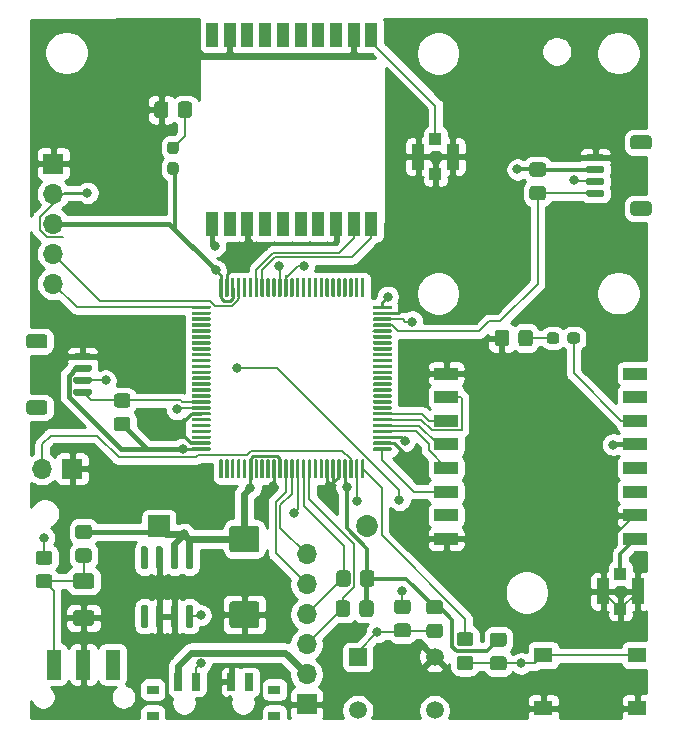
<source format=gbr>
%TF.GenerationSoftware,KiCad,Pcbnew,(5.1.7)-1*%
%TF.CreationDate,2020-10-27T22:09:18-04:00*%
%TF.ProjectId,final_schematic,66696e61-6c5f-4736-9368-656d61746963,3*%
%TF.SameCoordinates,Original*%
%TF.FileFunction,Copper,L1,Top*%
%TF.FilePolarity,Positive*%
%FSLAX46Y46*%
G04 Gerber Fmt 4.6, Leading zero omitted, Abs format (unit mm)*
G04 Created by KiCad (PCBNEW (5.1.7)-1) date 2020-10-27 22:09:18*
%MOMM*%
%LPD*%
G01*
G04 APERTURE LIST*
%TA.AperFunction,ComponentPad*%
%ADD10O,1.700000X1.700000*%
%TD*%
%TA.AperFunction,ComponentPad*%
%ADD11R,1.700000X1.700000*%
%TD*%
%TA.AperFunction,ComponentPad*%
%ADD12C,1.854200*%
%TD*%
%TA.AperFunction,ComponentPad*%
%ADD13R,1.854200X1.854200*%
%TD*%
%TA.AperFunction,SMDPad,CuDef*%
%ADD14R,1.000000X1.000000*%
%TD*%
%TA.AperFunction,SMDPad,CuDef*%
%ADD15R,1.050000X2.200000*%
%TD*%
%TA.AperFunction,SMDPad,CuDef*%
%ADD16R,0.700000X1.500000*%
%TD*%
%TA.AperFunction,SMDPad,CuDef*%
%ADD17R,1.000000X0.800000*%
%TD*%
%TA.AperFunction,SMDPad,CuDef*%
%ADD18R,1.250000X2.500000*%
%TD*%
%TA.AperFunction,SMDPad,CuDef*%
%ADD19R,1.550000X1.300000*%
%TD*%
%TA.AperFunction,ComponentPad*%
%ADD20C,1.498000*%
%TD*%
%TA.AperFunction,ComponentPad*%
%ADD21R,1.498000X1.498000*%
%TD*%
%TA.AperFunction,SMDPad,CuDef*%
%ADD22R,1.000000X2.000000*%
%TD*%
%TA.AperFunction,SMDPad,CuDef*%
%ADD23R,2.000000X1.000000*%
%TD*%
%TA.AperFunction,ViaPad*%
%ADD24C,0.800000*%
%TD*%
%TA.AperFunction,Conductor*%
%ADD25C,0.203200*%
%TD*%
%TA.AperFunction,Conductor*%
%ADD26C,0.250000*%
%TD*%
%TA.AperFunction,Conductor*%
%ADD27C,0.254000*%
%TD*%
%TA.AperFunction,Conductor*%
%ADD28C,0.609600*%
%TD*%
%TA.AperFunction,Conductor*%
%ADD29C,0.406400*%
%TD*%
%TA.AperFunction,Conductor*%
%ADD30C,0.304800*%
%TD*%
%TA.AperFunction,Conductor*%
%ADD31C,0.355600*%
%TD*%
%TA.AperFunction,Conductor*%
%ADD32C,0.100000*%
%TD*%
G04 APERTURE END LIST*
D10*
%TO.P,PROG,5*%
%TO.N,SWCLK*%
X101066600Y-68453000D03*
%TO.P,PROG,4*%
%TO.N,SWDIO*%
X101066600Y-65913000D03*
%TO.P,PROG,3*%
%TO.N,3V3*%
X101066600Y-63373000D03*
%TO.P,PROG,2*%
%TO.N,NRST*%
X101066600Y-60833000D03*
D11*
%TO.P,PROG,1*%
%TO.N,GND*%
X101066600Y-58293000D03*
%TD*%
%TO.P,OLED Qwiic,MP*%
%TO.N,N/C*%
%TA.AperFunction,SMDPad,CuDef*%
G36*
G01*
X99024199Y-78323800D02*
X100324201Y-78323800D01*
G75*
G02*
X100574200Y-78573799I0J-249999D01*
G01*
X100574200Y-79273801D01*
G75*
G02*
X100324201Y-79523800I-249999J0D01*
G01*
X99024199Y-79523800D01*
G75*
G02*
X98774200Y-79273801I0J249999D01*
G01*
X98774200Y-78573799D01*
G75*
G02*
X99024199Y-78323800I249999J0D01*
G01*
G37*
%TD.AperFunction*%
%TA.AperFunction,SMDPad,CuDef*%
G36*
G01*
X99024199Y-72723800D02*
X100324201Y-72723800D01*
G75*
G02*
X100574200Y-72973799I0J-249999D01*
G01*
X100574200Y-73673801D01*
G75*
G02*
X100324201Y-73923800I-249999J0D01*
G01*
X99024199Y-73923800D01*
G75*
G02*
X98774200Y-73673801I0J249999D01*
G01*
X98774200Y-72973799D01*
G75*
G02*
X99024199Y-72723800I249999J0D01*
G01*
G37*
%TD.AperFunction*%
%TO.P,OLED Qwiic,4*%
%TO.N,I2C1_SCL*%
%TA.AperFunction,SMDPad,CuDef*%
G36*
G01*
X102924200Y-77323800D02*
X104174200Y-77323800D01*
G75*
G02*
X104324200Y-77473800I0J-150000D01*
G01*
X104324200Y-77773800D01*
G75*
G02*
X104174200Y-77923800I-150000J0D01*
G01*
X102924200Y-77923800D01*
G75*
G02*
X102774200Y-77773800I0J150000D01*
G01*
X102774200Y-77473800D01*
G75*
G02*
X102924200Y-77323800I150000J0D01*
G01*
G37*
%TD.AperFunction*%
%TO.P,OLED Qwiic,3*%
%TO.N,I2C1_SDA*%
%TA.AperFunction,SMDPad,CuDef*%
G36*
G01*
X102924200Y-76323800D02*
X104174200Y-76323800D01*
G75*
G02*
X104324200Y-76473800I0J-150000D01*
G01*
X104324200Y-76773800D01*
G75*
G02*
X104174200Y-76923800I-150000J0D01*
G01*
X102924200Y-76923800D01*
G75*
G02*
X102774200Y-76773800I0J150000D01*
G01*
X102774200Y-76473800D01*
G75*
G02*
X102924200Y-76323800I150000J0D01*
G01*
G37*
%TD.AperFunction*%
%TO.P,OLED Qwiic,2*%
%TO.N,3V3*%
%TA.AperFunction,SMDPad,CuDef*%
G36*
G01*
X102924200Y-75323800D02*
X104174200Y-75323800D01*
G75*
G02*
X104324200Y-75473800I0J-150000D01*
G01*
X104324200Y-75773800D01*
G75*
G02*
X104174200Y-75923800I-150000J0D01*
G01*
X102924200Y-75923800D01*
G75*
G02*
X102774200Y-75773800I0J150000D01*
G01*
X102774200Y-75473800D01*
G75*
G02*
X102924200Y-75323800I150000J0D01*
G01*
G37*
%TD.AperFunction*%
%TO.P,OLED Qwiic,1*%
%TO.N,GND*%
%TA.AperFunction,SMDPad,CuDef*%
G36*
G01*
X102924200Y-74323800D02*
X104174200Y-74323800D01*
G75*
G02*
X104324200Y-74473800I0J-150000D01*
G01*
X104324200Y-74773800D01*
G75*
G02*
X104174200Y-74923800I-150000J0D01*
G01*
X102924200Y-74923800D01*
G75*
G02*
X102774200Y-74773800I0J150000D01*
G01*
X102774200Y-74473800D01*
G75*
G02*
X102924200Y-74323800I150000J0D01*
G01*
G37*
%TD.AperFunction*%
%TD*%
%TO.P,IMU,MP*%
%TO.N,N/C*%
%TA.AperFunction,SMDPad,CuDef*%
G36*
G01*
X151470601Y-57083600D02*
X150170599Y-57083600D01*
G75*
G02*
X149920600Y-56833601I0J249999D01*
G01*
X149920600Y-56133599D01*
G75*
G02*
X150170599Y-55883600I249999J0D01*
G01*
X151470601Y-55883600D01*
G75*
G02*
X151720600Y-56133599I0J-249999D01*
G01*
X151720600Y-56833601D01*
G75*
G02*
X151470601Y-57083600I-249999J0D01*
G01*
G37*
%TD.AperFunction*%
%TA.AperFunction,SMDPad,CuDef*%
G36*
G01*
X151470601Y-62683600D02*
X150170599Y-62683600D01*
G75*
G02*
X149920600Y-62433601I0J249999D01*
G01*
X149920600Y-61733599D01*
G75*
G02*
X150170599Y-61483600I249999J0D01*
G01*
X151470601Y-61483600D01*
G75*
G02*
X151720600Y-61733599I0J-249999D01*
G01*
X151720600Y-62433601D01*
G75*
G02*
X151470601Y-62683600I-249999J0D01*
G01*
G37*
%TD.AperFunction*%
%TO.P,IMU,4*%
%TO.N,GND*%
%TA.AperFunction,SMDPad,CuDef*%
G36*
G01*
X147570600Y-58083600D02*
X146320600Y-58083600D01*
G75*
G02*
X146170600Y-57933600I0J150000D01*
G01*
X146170600Y-57633600D01*
G75*
G02*
X146320600Y-57483600I150000J0D01*
G01*
X147570600Y-57483600D01*
G75*
G02*
X147720600Y-57633600I0J-150000D01*
G01*
X147720600Y-57933600D01*
G75*
G02*
X147570600Y-58083600I-150000J0D01*
G01*
G37*
%TD.AperFunction*%
%TO.P,IMU,3*%
%TO.N,3V3*%
%TA.AperFunction,SMDPad,CuDef*%
G36*
G01*
X147570600Y-59083600D02*
X146320600Y-59083600D01*
G75*
G02*
X146170600Y-58933600I0J150000D01*
G01*
X146170600Y-58633600D01*
G75*
G02*
X146320600Y-58483600I150000J0D01*
G01*
X147570600Y-58483600D01*
G75*
G02*
X147720600Y-58633600I0J-150000D01*
G01*
X147720600Y-58933600D01*
G75*
G02*
X147570600Y-59083600I-150000J0D01*
G01*
G37*
%TD.AperFunction*%
%TO.P,IMU,2*%
%TO.N,I2C2_SDA*%
%TA.AperFunction,SMDPad,CuDef*%
G36*
G01*
X147570600Y-60083600D02*
X146320600Y-60083600D01*
G75*
G02*
X146170600Y-59933600I0J150000D01*
G01*
X146170600Y-59633600D01*
G75*
G02*
X146320600Y-59483600I150000J0D01*
G01*
X147570600Y-59483600D01*
G75*
G02*
X147720600Y-59633600I0J-150000D01*
G01*
X147720600Y-59933600D01*
G75*
G02*
X147570600Y-60083600I-150000J0D01*
G01*
G37*
%TD.AperFunction*%
%TO.P,IMU,1*%
%TO.N,I2C2_SCL*%
%TA.AperFunction,SMDPad,CuDef*%
G36*
G01*
X147570600Y-61083600D02*
X146320600Y-61083600D01*
G75*
G02*
X146170600Y-60933600I0J150000D01*
G01*
X146170600Y-60633600D01*
G75*
G02*
X146320600Y-60483600I150000J0D01*
G01*
X147570600Y-60483600D01*
G75*
G02*
X147720600Y-60633600I0J-150000D01*
G01*
X147720600Y-60933600D01*
G75*
G02*
X147570600Y-61083600I-150000J0D01*
G01*
G37*
%TD.AperFunction*%
%TD*%
%TO.P,R9,1*%
%TO.N,radio_btn*%
%TA.AperFunction,SMDPad,CuDef*%
G36*
G01*
X135478099Y-97955300D02*
X136378101Y-97955300D01*
G75*
G02*
X136628100Y-98205299I0J-249999D01*
G01*
X136628100Y-98905301D01*
G75*
G02*
X136378101Y-99155300I-249999J0D01*
G01*
X135478099Y-99155300D01*
G75*
G02*
X135228100Y-98905301I0J249999D01*
G01*
X135228100Y-98205299D01*
G75*
G02*
X135478099Y-97955300I249999J0D01*
G01*
G37*
%TD.AperFunction*%
%TO.P,R9,2*%
%TO.N,Net-(C2-Pad2)*%
%TA.AperFunction,SMDPad,CuDef*%
G36*
G01*
X135478099Y-99955300D02*
X136378101Y-99955300D01*
G75*
G02*
X136628100Y-100205299I0J-249999D01*
G01*
X136628100Y-100905301D01*
G75*
G02*
X136378101Y-101155300I-249999J0D01*
G01*
X135478099Y-101155300D01*
G75*
G02*
X135228100Y-100905301I0J249999D01*
G01*
X135228100Y-100205299D01*
G75*
G02*
X135478099Y-99955300I249999J0D01*
G01*
G37*
%TD.AperFunction*%
%TD*%
%TO.P,R14,2*%
%TO.N,I2C3_SDA*%
%TA.AperFunction,SMDPad,CuDef*%
G36*
G01*
X126180900Y-95511199D02*
X126180900Y-96411201D01*
G75*
G02*
X125930901Y-96661200I-249999J0D01*
G01*
X125230899Y-96661200D01*
G75*
G02*
X124980900Y-96411201I0J249999D01*
G01*
X124980900Y-95511199D01*
G75*
G02*
X125230899Y-95261200I249999J0D01*
G01*
X125930901Y-95261200D01*
G75*
G02*
X126180900Y-95511199I0J-249999D01*
G01*
G37*
%TD.AperFunction*%
%TO.P,R14,1*%
%TO.N,3V3*%
%TA.AperFunction,SMDPad,CuDef*%
G36*
G01*
X128180900Y-95511199D02*
X128180900Y-96411201D01*
G75*
G02*
X127930901Y-96661200I-249999J0D01*
G01*
X127230899Y-96661200D01*
G75*
G02*
X126980900Y-96411201I0J249999D01*
G01*
X126980900Y-95511199D01*
G75*
G02*
X127230899Y-95261200I249999J0D01*
G01*
X127930901Y-95261200D01*
G75*
G02*
X128180900Y-95511199I0J-249999D01*
G01*
G37*
%TD.AperFunction*%
%TD*%
%TO.P,R8,2*%
%TO.N,I2C3_SCL*%
%TA.AperFunction,SMDPad,CuDef*%
G36*
G01*
X126244400Y-92958499D02*
X126244400Y-93858501D01*
G75*
G02*
X125994401Y-94108500I-249999J0D01*
G01*
X125294399Y-94108500D01*
G75*
G02*
X125044400Y-93858501I0J249999D01*
G01*
X125044400Y-92958499D01*
G75*
G02*
X125294399Y-92708500I249999J0D01*
G01*
X125994401Y-92708500D01*
G75*
G02*
X126244400Y-92958499I0J-249999D01*
G01*
G37*
%TD.AperFunction*%
%TO.P,R8,1*%
%TO.N,3V3*%
%TA.AperFunction,SMDPad,CuDef*%
G36*
G01*
X128244400Y-92958499D02*
X128244400Y-93858501D01*
G75*
G02*
X127994401Y-94108500I-249999J0D01*
G01*
X127294399Y-94108500D01*
G75*
G02*
X127044400Y-93858501I0J249999D01*
G01*
X127044400Y-92958499D01*
G75*
G02*
X127294399Y-92708500I249999J0D01*
G01*
X127994401Y-92708500D01*
G75*
G02*
X128244400Y-92958499I0J-249999D01*
G01*
G37*
%TD.AperFunction*%
%TD*%
%TO.P,R7,2*%
%TO.N,I2C2_SCL*%
%TA.AperFunction,SMDPad,CuDef*%
G36*
G01*
X141624899Y-60178900D02*
X142524901Y-60178900D01*
G75*
G02*
X142774900Y-60428899I0J-249999D01*
G01*
X142774900Y-61128901D01*
G75*
G02*
X142524901Y-61378900I-249999J0D01*
G01*
X141624899Y-61378900D01*
G75*
G02*
X141374900Y-61128901I0J249999D01*
G01*
X141374900Y-60428899D01*
G75*
G02*
X141624899Y-60178900I249999J0D01*
G01*
G37*
%TD.AperFunction*%
%TO.P,R7,1*%
%TO.N,3V3*%
%TA.AperFunction,SMDPad,CuDef*%
G36*
G01*
X141624899Y-58178900D02*
X142524901Y-58178900D01*
G75*
G02*
X142774900Y-58428899I0J-249999D01*
G01*
X142774900Y-59128901D01*
G75*
G02*
X142524901Y-59378900I-249999J0D01*
G01*
X141624899Y-59378900D01*
G75*
G02*
X141374900Y-59128901I0J249999D01*
G01*
X141374900Y-58428899D01*
G75*
G02*
X141624899Y-58178900I249999J0D01*
G01*
G37*
%TD.AperFunction*%
%TD*%
%TO.P,R6,2*%
%TO.N,I2C1_SCL*%
%TA.AperFunction,SMDPad,CuDef*%
G36*
G01*
X107345901Y-78936900D02*
X106445899Y-78936900D01*
G75*
G02*
X106195900Y-78686901I0J249999D01*
G01*
X106195900Y-77986899D01*
G75*
G02*
X106445899Y-77736900I249999J0D01*
G01*
X107345901Y-77736900D01*
G75*
G02*
X107595900Y-77986899I0J-249999D01*
G01*
X107595900Y-78686901D01*
G75*
G02*
X107345901Y-78936900I-249999J0D01*
G01*
G37*
%TD.AperFunction*%
%TO.P,R6,1*%
%TO.N,3V3*%
%TA.AperFunction,SMDPad,CuDef*%
G36*
G01*
X107345901Y-80936900D02*
X106445899Y-80936900D01*
G75*
G02*
X106195900Y-80686901I0J249999D01*
G01*
X106195900Y-79986899D01*
G75*
G02*
X106445899Y-79736900I249999J0D01*
G01*
X107345901Y-79736900D01*
G75*
G02*
X107595900Y-79986899I0J-249999D01*
G01*
X107595900Y-80686901D01*
G75*
G02*
X107345901Y-80936900I-249999J0D01*
G01*
G37*
%TD.AperFunction*%
%TD*%
D10*
%TO.P,SYSOFF,2*%
%TO.N,SYSOFF*%
X100126800Y-84124800D03*
D11*
%TO.P,SYSOFF,1*%
%TO.N,GND*%
X102666800Y-84124800D03*
%TD*%
D10*
%TO.P,BB,6*%
%TO.N,BB_CE*%
X122509280Y-91358720D03*
%TO.P,BB,5*%
%TO.N,BB_GPOUT*%
X122509280Y-93898720D03*
%TO.P,BB,4*%
%TO.N,I2C3_SCL*%
X122509280Y-96438720D03*
%TO.P,BB,3*%
%TO.N,I2C3_SDA*%
X122509280Y-98978720D03*
%TO.P,BB,2*%
%TO.N,V_supply*%
X122509280Y-101518720D03*
D11*
%TO.P,BB,1*%
%TO.N,GND*%
X122509280Y-104058720D03*
%TD*%
%TO.P,C1,2*%
%TO.N,Net-(C1-Pad2)*%
%TA.AperFunction,SMDPad,CuDef*%
G36*
G01*
X104282002Y-94286500D02*
X102981998Y-94286500D01*
G75*
G02*
X102732000Y-94036502I0J249998D01*
G01*
X102732000Y-93211498D01*
G75*
G02*
X102981998Y-92961500I249998J0D01*
G01*
X104282002Y-92961500D01*
G75*
G02*
X104532000Y-93211498I0J-249998D01*
G01*
X104532000Y-94036502D01*
G75*
G02*
X104282002Y-94286500I-249998J0D01*
G01*
G37*
%TD.AperFunction*%
%TO.P,C1,1*%
%TO.N,GND*%
%TA.AperFunction,SMDPad,CuDef*%
G36*
G01*
X104282002Y-97411500D02*
X102981998Y-97411500D01*
G75*
G02*
X102732000Y-97161502I0J249998D01*
G01*
X102732000Y-96336498D01*
G75*
G02*
X102981998Y-96086500I249998J0D01*
G01*
X104282002Y-96086500D01*
G75*
G02*
X104532000Y-96336498I0J-249998D01*
G01*
X104532000Y-97161502D01*
G75*
G02*
X104282002Y-97411500I-249998J0D01*
G01*
G37*
%TD.AperFunction*%
%TD*%
%TO.P,C12,1*%
%TO.N,3V3*%
%TA.AperFunction,SMDPad,CuDef*%
G36*
G01*
X116221399Y-88943800D02*
X118271401Y-88943800D01*
G75*
G02*
X118521400Y-89193799I0J-249999D01*
G01*
X118521400Y-90943801D01*
G75*
G02*
X118271401Y-91193800I-249999J0D01*
G01*
X116221399Y-91193800D01*
G75*
G02*
X115971400Y-90943801I0J249999D01*
G01*
X115971400Y-89193799D01*
G75*
G02*
X116221399Y-88943800I249999J0D01*
G01*
G37*
%TD.AperFunction*%
%TO.P,C12,2*%
%TO.N,GND*%
%TA.AperFunction,SMDPad,CuDef*%
G36*
G01*
X116221399Y-95343800D02*
X118271401Y-95343800D01*
G75*
G02*
X118521400Y-95593799I0J-249999D01*
G01*
X118521400Y-97343801D01*
G75*
G02*
X118271401Y-97593800I-249999J0D01*
G01*
X116221399Y-97593800D01*
G75*
G02*
X115971400Y-97343801I0J249999D01*
G01*
X115971400Y-95593799D01*
G75*
G02*
X116221399Y-95343800I249999J0D01*
G01*
G37*
%TD.AperFunction*%
%TD*%
%TO.P,D1,2*%
%TO.N,3V3*%
%TA.AperFunction,SMDPad,CuDef*%
G36*
G01*
X110963700Y-58160400D02*
X111438700Y-58160400D01*
G75*
G02*
X111676200Y-58397900I0J-237500D01*
G01*
X111676200Y-58972900D01*
G75*
G02*
X111438700Y-59210400I-237500J0D01*
G01*
X110963700Y-59210400D01*
G75*
G02*
X110726200Y-58972900I0J237500D01*
G01*
X110726200Y-58397900D01*
G75*
G02*
X110963700Y-58160400I237500J0D01*
G01*
G37*
%TD.AperFunction*%
%TO.P,D1,1*%
%TO.N,Net-(D1-Pad1)*%
%TA.AperFunction,SMDPad,CuDef*%
G36*
G01*
X110963700Y-56410400D02*
X111438700Y-56410400D01*
G75*
G02*
X111676200Y-56647900I0J-237500D01*
G01*
X111676200Y-57222900D01*
G75*
G02*
X111438700Y-57460400I-237500J0D01*
G01*
X110963700Y-57460400D01*
G75*
G02*
X110726200Y-57222900I0J237500D01*
G01*
X110726200Y-56647900D01*
G75*
G02*
X110963700Y-56410400I237500J0D01*
G01*
G37*
%TD.AperFunction*%
%TD*%
%TO.P,D2,1*%
%TO.N,Net-(D2-Pad1)*%
%TA.AperFunction,SMDPad,CuDef*%
G36*
G01*
X142852000Y-73287900D02*
X142852000Y-72812900D01*
G75*
G02*
X143089500Y-72575400I237500J0D01*
G01*
X143664500Y-72575400D01*
G75*
G02*
X143902000Y-72812900I0J-237500D01*
G01*
X143902000Y-73287900D01*
G75*
G02*
X143664500Y-73525400I-237500J0D01*
G01*
X143089500Y-73525400D01*
G75*
G02*
X142852000Y-73287900I0J237500D01*
G01*
G37*
%TD.AperFunction*%
%TO.P,D2,2*%
%TO.N,DIO0*%
%TA.AperFunction,SMDPad,CuDef*%
G36*
G01*
X144602000Y-73287900D02*
X144602000Y-72812900D01*
G75*
G02*
X144839500Y-72575400I237500J0D01*
G01*
X145414500Y-72575400D01*
G75*
G02*
X145652000Y-72812900I0J-237500D01*
G01*
X145652000Y-73287900D01*
G75*
G02*
X145414500Y-73525400I-237500J0D01*
G01*
X144839500Y-73525400D01*
G75*
G02*
X144602000Y-73287900I0J237500D01*
G01*
G37*
%TD.AperFunction*%
%TD*%
D12*
%TO.P,D3,2*%
%TO.N,GND*%
X127635000Y-89001600D03*
D13*
%TO.P,D3,1*%
%TO.N,3V3*%
X110007400Y-89001600D03*
%TD*%
D14*
%TO.P,J8,1*%
%TO.N,Net-(J8-Pad1)*%
X133424199Y-56196100D03*
%TO.P,J8,2*%
%TO.N,GND*%
X133424199Y-59196100D03*
D15*
X131949199Y-57696100D03*
X134899199Y-57696100D03*
%TD*%
%TO.P,RADIO_COAX,2*%
%TO.N,GND*%
X150566600Y-94488000D03*
X147616600Y-94488000D03*
D14*
X149091600Y-95988000D03*
%TO.P,RADIO_COAX,1*%
%TO.N,Net-(LoRa_CON_Coaxial1-Pad1)*%
X149091600Y-92988000D03*
%TD*%
%TO.P,R1,1*%
%TO.N,GND*%
%TA.AperFunction,SMDPad,CuDef*%
G36*
G01*
X109617200Y-54171001D02*
X109617200Y-53270999D01*
G75*
G02*
X109867199Y-53021000I249999J0D01*
G01*
X110567201Y-53021000D01*
G75*
G02*
X110817200Y-53270999I0J-249999D01*
G01*
X110817200Y-54171001D01*
G75*
G02*
X110567201Y-54421000I-249999J0D01*
G01*
X109867199Y-54421000D01*
G75*
G02*
X109617200Y-54171001I0J249999D01*
G01*
G37*
%TD.AperFunction*%
%TO.P,R1,2*%
%TO.N,Net-(D1-Pad1)*%
%TA.AperFunction,SMDPad,CuDef*%
G36*
G01*
X111617200Y-54171001D02*
X111617200Y-53270999D01*
G75*
G02*
X111867199Y-53021000I249999J0D01*
G01*
X112567201Y-53021000D01*
G75*
G02*
X112817200Y-53270999I0J-249999D01*
G01*
X112817200Y-54171001D01*
G75*
G02*
X112567201Y-54421000I-249999J0D01*
G01*
X111867199Y-54421000D01*
G75*
G02*
X111617200Y-54171001I0J249999D01*
G01*
G37*
%TD.AperFunction*%
%TD*%
%TO.P,R2,1*%
%TO.N,GND*%
%TA.AperFunction,SMDPad,CuDef*%
G36*
G01*
X138455600Y-73500401D02*
X138455600Y-72600399D01*
G75*
G02*
X138705599Y-72350400I249999J0D01*
G01*
X139405601Y-72350400D01*
G75*
G02*
X139655600Y-72600399I0J-249999D01*
G01*
X139655600Y-73500401D01*
G75*
G02*
X139405601Y-73750400I-249999J0D01*
G01*
X138705599Y-73750400D01*
G75*
G02*
X138455600Y-73500401I0J249999D01*
G01*
G37*
%TD.AperFunction*%
%TO.P,R2,2*%
%TO.N,Net-(D2-Pad1)*%
%TA.AperFunction,SMDPad,CuDef*%
G36*
G01*
X140455600Y-73500401D02*
X140455600Y-72600399D01*
G75*
G02*
X140705599Y-72350400I249999J0D01*
G01*
X141405601Y-72350400D01*
G75*
G02*
X141655600Y-72600399I0J-249999D01*
G01*
X141655600Y-73500401D01*
G75*
G02*
X141405601Y-73750400I-249999J0D01*
G01*
X140705599Y-73750400D01*
G75*
G02*
X140455600Y-73500401I0J249999D01*
G01*
G37*
%TD.AperFunction*%
%TD*%
%TO.P,R3,2*%
%TO.N,Net-(C1-Pad2)*%
%TA.AperFunction,SMDPad,CuDef*%
G36*
G01*
X103181999Y-90862100D02*
X104082001Y-90862100D01*
G75*
G02*
X104332000Y-91112099I0J-249999D01*
G01*
X104332000Y-91812101D01*
G75*
G02*
X104082001Y-92062100I-249999J0D01*
G01*
X103181999Y-92062100D01*
G75*
G02*
X102932000Y-91812101I0J249999D01*
G01*
X102932000Y-91112099D01*
G75*
G02*
X103181999Y-90862100I249999J0D01*
G01*
G37*
%TD.AperFunction*%
%TO.P,R3,1*%
%TO.N,3V3*%
%TA.AperFunction,SMDPad,CuDef*%
G36*
G01*
X103181999Y-88862100D02*
X104082001Y-88862100D01*
G75*
G02*
X104332000Y-89112099I0J-249999D01*
G01*
X104332000Y-89812101D01*
G75*
G02*
X104082001Y-90062100I-249999J0D01*
G01*
X103181999Y-90062100D01*
G75*
G02*
X102932000Y-89812101I0J249999D01*
G01*
X102932000Y-89112099D01*
G75*
G02*
X103181999Y-88862100I249999J0D01*
G01*
G37*
%TD.AperFunction*%
%TD*%
%TO.P,R4,2*%
%TO.N,Net-(C2-Pad2)*%
%TA.AperFunction,SMDPad,CuDef*%
G36*
G01*
X138297499Y-99984000D02*
X139197501Y-99984000D01*
G75*
G02*
X139447500Y-100233999I0J-249999D01*
G01*
X139447500Y-100934001D01*
G75*
G02*
X139197501Y-101184000I-249999J0D01*
G01*
X138297499Y-101184000D01*
G75*
G02*
X138047500Y-100934001I0J249999D01*
G01*
X138047500Y-100233999D01*
G75*
G02*
X138297499Y-99984000I249999J0D01*
G01*
G37*
%TD.AperFunction*%
%TO.P,R4,1*%
%TO.N,3V3*%
%TA.AperFunction,SMDPad,CuDef*%
G36*
G01*
X138297499Y-97984000D02*
X139197501Y-97984000D01*
G75*
G02*
X139447500Y-98233999I0J-249999D01*
G01*
X139447500Y-98934001D01*
G75*
G02*
X139197501Y-99184000I-249999J0D01*
G01*
X138297499Y-99184000D01*
G75*
G02*
X138047500Y-98934001I0J249999D01*
G01*
X138047500Y-98233999D01*
G75*
G02*
X138297499Y-97984000I249999J0D01*
G01*
G37*
%TD.AperFunction*%
%TD*%
%TO.P,R5,1*%
%TO.N,3V3*%
%TA.AperFunction,SMDPad,CuDef*%
G36*
G01*
X132912699Y-95240800D02*
X133812701Y-95240800D01*
G75*
G02*
X134062700Y-95490799I0J-249999D01*
G01*
X134062700Y-96190801D01*
G75*
G02*
X133812701Y-96440800I-249999J0D01*
G01*
X132912699Y-96440800D01*
G75*
G02*
X132662700Y-96190801I0J249999D01*
G01*
X132662700Y-95490799D01*
G75*
G02*
X132912699Y-95240800I249999J0D01*
G01*
G37*
%TD.AperFunction*%
%TO.P,R5,2*%
%TO.N,Net-(C3-Pad2)*%
%TA.AperFunction,SMDPad,CuDef*%
G36*
G01*
X132912699Y-97240800D02*
X133812701Y-97240800D01*
G75*
G02*
X134062700Y-97490799I0J-249999D01*
G01*
X134062700Y-98190801D01*
G75*
G02*
X133812701Y-98440800I-249999J0D01*
G01*
X132912699Y-98440800D01*
G75*
G02*
X132662700Y-98190801I0J249999D01*
G01*
X132662700Y-97490799D01*
G75*
G02*
X132912699Y-97240800I249999J0D01*
G01*
G37*
%TD.AperFunction*%
%TD*%
%TO.P,R10,2*%
%TO.N,Net-(C1-Pad2)*%
%TA.AperFunction,SMDPad,CuDef*%
G36*
G01*
X99829199Y-93046500D02*
X100729201Y-93046500D01*
G75*
G02*
X100979200Y-93296499I0J-249999D01*
G01*
X100979200Y-93996501D01*
G75*
G02*
X100729201Y-94246500I-249999J0D01*
G01*
X99829199Y-94246500D01*
G75*
G02*
X99579200Y-93996501I0J249999D01*
G01*
X99579200Y-93296499D01*
G75*
G02*
X99829199Y-93046500I249999J0D01*
G01*
G37*
%TD.AperFunction*%
%TO.P,R10,1*%
%TO.N,session_btn*%
%TA.AperFunction,SMDPad,CuDef*%
G36*
G01*
X99829199Y-91046500D02*
X100729201Y-91046500D01*
G75*
G02*
X100979200Y-91296499I0J-249999D01*
G01*
X100979200Y-91996501D01*
G75*
G02*
X100729201Y-92246500I-249999J0D01*
G01*
X99829199Y-92246500D01*
G75*
G02*
X99579200Y-91996501I0J249999D01*
G01*
X99579200Y-91296499D01*
G75*
G02*
X99829199Y-91046500I249999J0D01*
G01*
G37*
%TD.AperFunction*%
%TD*%
%TO.P,R11,1*%
%TO.N,NRST*%
%TA.AperFunction,SMDPad,CuDef*%
G36*
G01*
X130169499Y-95202700D02*
X131069501Y-95202700D01*
G75*
G02*
X131319500Y-95452699I0J-249999D01*
G01*
X131319500Y-96152701D01*
G75*
G02*
X131069501Y-96402700I-249999J0D01*
G01*
X130169499Y-96402700D01*
G75*
G02*
X129919500Y-96152701I0J249999D01*
G01*
X129919500Y-95452699D01*
G75*
G02*
X130169499Y-95202700I249999J0D01*
G01*
G37*
%TD.AperFunction*%
%TO.P,R11,2*%
%TO.N,Net-(C3-Pad2)*%
%TA.AperFunction,SMDPad,CuDef*%
G36*
G01*
X130169499Y-97202700D02*
X131069501Y-97202700D01*
G75*
G02*
X131319500Y-97452699I0J-249999D01*
G01*
X131319500Y-98152701D01*
G75*
G02*
X131069501Y-98402700I-249999J0D01*
G01*
X130169499Y-98402700D01*
G75*
G02*
X129919500Y-98152701I0J249999D01*
G01*
X129919500Y-97452699D01*
G75*
G02*
X130169499Y-97202700I249999J0D01*
G01*
G37*
%TD.AperFunction*%
%TD*%
D16*
%TO.P,S1,1*%
%TO.N,V_supply*%
X111642900Y-102163900D03*
%TO.P,S1,2*%
%TO.N,BB_Out*%
X113142900Y-102163900D03*
%TO.P,S1,3*%
%TO.N,GND*%
X116142900Y-102163900D03*
%TO.P,S1,4*%
%TO.N,N/C*%
X117642900Y-102163900D03*
D17*
%TO.P,S1,*%
%TO.N,*%
X109492900Y-105023900D03*
X119792900Y-105023900D03*
X119792900Y-102813900D03*
X109492900Y-102813900D03*
%TD*%
D18*
%TO.P,SESS,1*%
%TO.N,Net-(C1-Pad2)*%
X101106600Y-100691500D03*
%TO.P,SESS,2*%
%TO.N,GND*%
X103606600Y-100691500D03*
%TO.P,SESS,3*%
%TO.N,N/C*%
X106106600Y-100691500D03*
%TD*%
D19*
%TO.P,RADIO PUSH,2*%
%TO.N,GND*%
X142561600Y-104408800D03*
%TO.P,RADIO PUSH,1*%
%TO.N,Net-(C2-Pad2)*%
X142561600Y-99908800D03*
X150521600Y-99908800D03*
%TO.P,RADIO PUSH,2*%
%TO.N,GND*%
X150521600Y-104408800D03*
%TD*%
D20*
%TO.P,SW3,3*%
%TO.N,N/C*%
X126850000Y-104558800D03*
D21*
%TO.P,SW3,1*%
%TO.N,Net-(C3-Pad2)*%
X126850000Y-100058800D03*
D20*
%TO.P,SW3,4*%
%TO.N,N/C*%
X133350000Y-104558800D03*
%TO.P,SW3,2*%
%TO.N,GND*%
X133350000Y-100058800D03*
%TD*%
%TO.P,MICRO,1*%
%TO.N,Net-(U1-Pad1)*%
%TA.AperFunction,SMDPad,CuDef*%
G36*
G01*
X115334600Y-84929000D02*
X115184600Y-84929000D01*
G75*
G02*
X115109600Y-84854000I0J75000D01*
G01*
X115109600Y-83404000D01*
G75*
G02*
X115184600Y-83329000I75000J0D01*
G01*
X115334600Y-83329000D01*
G75*
G02*
X115409600Y-83404000I0J-75000D01*
G01*
X115409600Y-84854000D01*
G75*
G02*
X115334600Y-84929000I-75000J0D01*
G01*
G37*
%TD.AperFunction*%
%TO.P,MICRO,2*%
%TO.N,Net-(U1-Pad2)*%
%TA.AperFunction,SMDPad,CuDef*%
G36*
G01*
X115834600Y-84929000D02*
X115684600Y-84929000D01*
G75*
G02*
X115609600Y-84854000I0J75000D01*
G01*
X115609600Y-83404000D01*
G75*
G02*
X115684600Y-83329000I75000J0D01*
G01*
X115834600Y-83329000D01*
G75*
G02*
X115909600Y-83404000I0J-75000D01*
G01*
X115909600Y-84854000D01*
G75*
G02*
X115834600Y-84929000I-75000J0D01*
G01*
G37*
%TD.AperFunction*%
%TO.P,MICRO,3*%
%TO.N,Net-(U1-Pad3)*%
%TA.AperFunction,SMDPad,CuDef*%
G36*
G01*
X116334600Y-84929000D02*
X116184600Y-84929000D01*
G75*
G02*
X116109600Y-84854000I0J75000D01*
G01*
X116109600Y-83404000D01*
G75*
G02*
X116184600Y-83329000I75000J0D01*
G01*
X116334600Y-83329000D01*
G75*
G02*
X116409600Y-83404000I0J-75000D01*
G01*
X116409600Y-84854000D01*
G75*
G02*
X116334600Y-84929000I-75000J0D01*
G01*
G37*
%TD.AperFunction*%
%TO.P,MICRO,4*%
%TO.N,Net-(U1-Pad4)*%
%TA.AperFunction,SMDPad,CuDef*%
G36*
G01*
X116834600Y-84929000D02*
X116684600Y-84929000D01*
G75*
G02*
X116609600Y-84854000I0J75000D01*
G01*
X116609600Y-83404000D01*
G75*
G02*
X116684600Y-83329000I75000J0D01*
G01*
X116834600Y-83329000D01*
G75*
G02*
X116909600Y-83404000I0J-75000D01*
G01*
X116909600Y-84854000D01*
G75*
G02*
X116834600Y-84929000I-75000J0D01*
G01*
G37*
%TD.AperFunction*%
%TO.P,MICRO,5*%
%TO.N,Net-(U1-Pad5)*%
%TA.AperFunction,SMDPad,CuDef*%
G36*
G01*
X117334600Y-84929000D02*
X117184600Y-84929000D01*
G75*
G02*
X117109600Y-84854000I0J75000D01*
G01*
X117109600Y-83404000D01*
G75*
G02*
X117184600Y-83329000I75000J0D01*
G01*
X117334600Y-83329000D01*
G75*
G02*
X117409600Y-83404000I0J-75000D01*
G01*
X117409600Y-84854000D01*
G75*
G02*
X117334600Y-84929000I-75000J0D01*
G01*
G37*
%TD.AperFunction*%
%TO.P,MICRO,6*%
%TO.N,3V3*%
%TA.AperFunction,SMDPad,CuDef*%
G36*
G01*
X117834600Y-84929000D02*
X117684600Y-84929000D01*
G75*
G02*
X117609600Y-84854000I0J75000D01*
G01*
X117609600Y-83404000D01*
G75*
G02*
X117684600Y-83329000I75000J0D01*
G01*
X117834600Y-83329000D01*
G75*
G02*
X117909600Y-83404000I0J-75000D01*
G01*
X117909600Y-84854000D01*
G75*
G02*
X117834600Y-84929000I-75000J0D01*
G01*
G37*
%TD.AperFunction*%
%TO.P,MICRO,7*%
%TO.N,Net-(U1-Pad7)*%
%TA.AperFunction,SMDPad,CuDef*%
G36*
G01*
X118334600Y-84929000D02*
X118184600Y-84929000D01*
G75*
G02*
X118109600Y-84854000I0J75000D01*
G01*
X118109600Y-83404000D01*
G75*
G02*
X118184600Y-83329000I75000J0D01*
G01*
X118334600Y-83329000D01*
G75*
G02*
X118409600Y-83404000I0J-75000D01*
G01*
X118409600Y-84854000D01*
G75*
G02*
X118334600Y-84929000I-75000J0D01*
G01*
G37*
%TD.AperFunction*%
%TO.P,MICRO,8*%
%TO.N,Net-(U1-Pad8)*%
%TA.AperFunction,SMDPad,CuDef*%
G36*
G01*
X118834600Y-84929000D02*
X118684600Y-84929000D01*
G75*
G02*
X118609600Y-84854000I0J75000D01*
G01*
X118609600Y-83404000D01*
G75*
G02*
X118684600Y-83329000I75000J0D01*
G01*
X118834600Y-83329000D01*
G75*
G02*
X118909600Y-83404000I0J-75000D01*
G01*
X118909600Y-84854000D01*
G75*
G02*
X118834600Y-84929000I-75000J0D01*
G01*
G37*
%TD.AperFunction*%
%TO.P,MICRO,9*%
%TO.N,Net-(U1-Pad9)*%
%TA.AperFunction,SMDPad,CuDef*%
G36*
G01*
X119334600Y-84929000D02*
X119184600Y-84929000D01*
G75*
G02*
X119109600Y-84854000I0J75000D01*
G01*
X119109600Y-83404000D01*
G75*
G02*
X119184600Y-83329000I75000J0D01*
G01*
X119334600Y-83329000D01*
G75*
G02*
X119409600Y-83404000I0J-75000D01*
G01*
X119409600Y-84854000D01*
G75*
G02*
X119334600Y-84929000I-75000J0D01*
G01*
G37*
%TD.AperFunction*%
%TO.P,MICRO,10*%
%TO.N,GND*%
%TA.AperFunction,SMDPad,CuDef*%
G36*
G01*
X119834600Y-84929000D02*
X119684600Y-84929000D01*
G75*
G02*
X119609600Y-84854000I0J75000D01*
G01*
X119609600Y-83404000D01*
G75*
G02*
X119684600Y-83329000I75000J0D01*
G01*
X119834600Y-83329000D01*
G75*
G02*
X119909600Y-83404000I0J-75000D01*
G01*
X119909600Y-84854000D01*
G75*
G02*
X119834600Y-84929000I-75000J0D01*
G01*
G37*
%TD.AperFunction*%
%TO.P,MICRO,11*%
%TO.N,3V3*%
%TA.AperFunction,SMDPad,CuDef*%
G36*
G01*
X120334600Y-84929000D02*
X120184600Y-84929000D01*
G75*
G02*
X120109600Y-84854000I0J75000D01*
G01*
X120109600Y-83404000D01*
G75*
G02*
X120184600Y-83329000I75000J0D01*
G01*
X120334600Y-83329000D01*
G75*
G02*
X120409600Y-83404000I0J-75000D01*
G01*
X120409600Y-84854000D01*
G75*
G02*
X120334600Y-84929000I-75000J0D01*
G01*
G37*
%TD.AperFunction*%
%TO.P,MICRO,12*%
%TO.N,BB_GPOUT*%
%TA.AperFunction,SMDPad,CuDef*%
G36*
G01*
X120834600Y-84929000D02*
X120684600Y-84929000D01*
G75*
G02*
X120609600Y-84854000I0J75000D01*
G01*
X120609600Y-83404000D01*
G75*
G02*
X120684600Y-83329000I75000J0D01*
G01*
X120834600Y-83329000D01*
G75*
G02*
X120909600Y-83404000I0J-75000D01*
G01*
X120909600Y-84854000D01*
G75*
G02*
X120834600Y-84929000I-75000J0D01*
G01*
G37*
%TD.AperFunction*%
%TO.P,MICRO,13*%
%TO.N,BB_CE*%
%TA.AperFunction,SMDPad,CuDef*%
G36*
G01*
X121334600Y-84929000D02*
X121184600Y-84929000D01*
G75*
G02*
X121109600Y-84854000I0J75000D01*
G01*
X121109600Y-83404000D01*
G75*
G02*
X121184600Y-83329000I75000J0D01*
G01*
X121334600Y-83329000D01*
G75*
G02*
X121409600Y-83404000I0J-75000D01*
G01*
X121409600Y-84854000D01*
G75*
G02*
X121334600Y-84929000I-75000J0D01*
G01*
G37*
%TD.AperFunction*%
%TO.P,MICRO,14*%
%TO.N,NRST*%
%TA.AperFunction,SMDPad,CuDef*%
G36*
G01*
X121834600Y-84929000D02*
X121684600Y-84929000D01*
G75*
G02*
X121609600Y-84854000I0J75000D01*
G01*
X121609600Y-83404000D01*
G75*
G02*
X121684600Y-83329000I75000J0D01*
G01*
X121834600Y-83329000D01*
G75*
G02*
X121909600Y-83404000I0J-75000D01*
G01*
X121909600Y-84854000D01*
G75*
G02*
X121834600Y-84929000I-75000J0D01*
G01*
G37*
%TD.AperFunction*%
%TO.P,MICRO,15*%
%TO.N,I2C3_SCL*%
%TA.AperFunction,SMDPad,CuDef*%
G36*
G01*
X122334600Y-84929000D02*
X122184600Y-84929000D01*
G75*
G02*
X122109600Y-84854000I0J75000D01*
G01*
X122109600Y-83404000D01*
G75*
G02*
X122184600Y-83329000I75000J0D01*
G01*
X122334600Y-83329000D01*
G75*
G02*
X122409600Y-83404000I0J-75000D01*
G01*
X122409600Y-84854000D01*
G75*
G02*
X122334600Y-84929000I-75000J0D01*
G01*
G37*
%TD.AperFunction*%
%TO.P,MICRO,16*%
%TO.N,I2C3_SDA*%
%TA.AperFunction,SMDPad,CuDef*%
G36*
G01*
X122834600Y-84929000D02*
X122684600Y-84929000D01*
G75*
G02*
X122609600Y-84854000I0J75000D01*
G01*
X122609600Y-83404000D01*
G75*
G02*
X122684600Y-83329000I75000J0D01*
G01*
X122834600Y-83329000D01*
G75*
G02*
X122909600Y-83404000I0J-75000D01*
G01*
X122909600Y-84854000D01*
G75*
G02*
X122834600Y-84929000I-75000J0D01*
G01*
G37*
%TD.AperFunction*%
%TO.P,MICRO,17*%
%TO.N,Net-(U1-Pad17)*%
%TA.AperFunction,SMDPad,CuDef*%
G36*
G01*
X123334600Y-84929000D02*
X123184600Y-84929000D01*
G75*
G02*
X123109600Y-84854000I0J75000D01*
G01*
X123109600Y-83404000D01*
G75*
G02*
X123184600Y-83329000I75000J0D01*
G01*
X123334600Y-83329000D01*
G75*
G02*
X123409600Y-83404000I0J-75000D01*
G01*
X123409600Y-84854000D01*
G75*
G02*
X123334600Y-84929000I-75000J0D01*
G01*
G37*
%TD.AperFunction*%
%TO.P,MICRO,18*%
%TO.N,Net-(U1-Pad18)*%
%TA.AperFunction,SMDPad,CuDef*%
G36*
G01*
X123834600Y-84929000D02*
X123684600Y-84929000D01*
G75*
G02*
X123609600Y-84854000I0J75000D01*
G01*
X123609600Y-83404000D01*
G75*
G02*
X123684600Y-83329000I75000J0D01*
G01*
X123834600Y-83329000D01*
G75*
G02*
X123909600Y-83404000I0J-75000D01*
G01*
X123909600Y-84854000D01*
G75*
G02*
X123834600Y-84929000I-75000J0D01*
G01*
G37*
%TD.AperFunction*%
%TO.P,MICRO,19*%
%TO.N,GND*%
%TA.AperFunction,SMDPad,CuDef*%
G36*
G01*
X124334600Y-84929000D02*
X124184600Y-84929000D01*
G75*
G02*
X124109600Y-84854000I0J75000D01*
G01*
X124109600Y-83404000D01*
G75*
G02*
X124184600Y-83329000I75000J0D01*
G01*
X124334600Y-83329000D01*
G75*
G02*
X124409600Y-83404000I0J-75000D01*
G01*
X124409600Y-84854000D01*
G75*
G02*
X124334600Y-84929000I-75000J0D01*
G01*
G37*
%TD.AperFunction*%
%TO.P,MICRO,20*%
%TA.AperFunction,SMDPad,CuDef*%
G36*
G01*
X124834600Y-84929000D02*
X124684600Y-84929000D01*
G75*
G02*
X124609600Y-84854000I0J75000D01*
G01*
X124609600Y-83404000D01*
G75*
G02*
X124684600Y-83329000I75000J0D01*
G01*
X124834600Y-83329000D01*
G75*
G02*
X124909600Y-83404000I0J-75000D01*
G01*
X124909600Y-84854000D01*
G75*
G02*
X124834600Y-84929000I-75000J0D01*
G01*
G37*
%TD.AperFunction*%
%TO.P,MICRO,21*%
%TA.AperFunction,SMDPad,CuDef*%
G36*
G01*
X125334600Y-84929000D02*
X125184600Y-84929000D01*
G75*
G02*
X125109600Y-84854000I0J75000D01*
G01*
X125109600Y-83404000D01*
G75*
G02*
X125184600Y-83329000I75000J0D01*
G01*
X125334600Y-83329000D01*
G75*
G02*
X125409600Y-83404000I0J-75000D01*
G01*
X125409600Y-84854000D01*
G75*
G02*
X125334600Y-84929000I-75000J0D01*
G01*
G37*
%TD.AperFunction*%
%TO.P,MICRO,22*%
%TO.N,3V3*%
%TA.AperFunction,SMDPad,CuDef*%
G36*
G01*
X125834600Y-84929000D02*
X125684600Y-84929000D01*
G75*
G02*
X125609600Y-84854000I0J75000D01*
G01*
X125609600Y-83404000D01*
G75*
G02*
X125684600Y-83329000I75000J0D01*
G01*
X125834600Y-83329000D01*
G75*
G02*
X125909600Y-83404000I0J-75000D01*
G01*
X125909600Y-84854000D01*
G75*
G02*
X125834600Y-84929000I-75000J0D01*
G01*
G37*
%TD.AperFunction*%
%TO.P,MICRO,23*%
%TO.N,SYSOFF*%
%TA.AperFunction,SMDPad,CuDef*%
G36*
G01*
X126334600Y-84929000D02*
X126184600Y-84929000D01*
G75*
G02*
X126109600Y-84854000I0J75000D01*
G01*
X126109600Y-83404000D01*
G75*
G02*
X126184600Y-83329000I75000J0D01*
G01*
X126334600Y-83329000D01*
G75*
G02*
X126409600Y-83404000I0J-75000D01*
G01*
X126409600Y-84854000D01*
G75*
G02*
X126334600Y-84929000I-75000J0D01*
G01*
G37*
%TD.AperFunction*%
%TO.P,MICRO,24*%
%TO.N,session_btn*%
%TA.AperFunction,SMDPad,CuDef*%
G36*
G01*
X126834600Y-84929000D02*
X126684600Y-84929000D01*
G75*
G02*
X126609600Y-84854000I0J75000D01*
G01*
X126609600Y-83404000D01*
G75*
G02*
X126684600Y-83329000I75000J0D01*
G01*
X126834600Y-83329000D01*
G75*
G02*
X126909600Y-83404000I0J-75000D01*
G01*
X126909600Y-84854000D01*
G75*
G02*
X126834600Y-84929000I-75000J0D01*
G01*
G37*
%TD.AperFunction*%
%TO.P,MICRO,25*%
%TO.N,radio_btn*%
%TA.AperFunction,SMDPad,CuDef*%
G36*
G01*
X127334600Y-84929000D02*
X127184600Y-84929000D01*
G75*
G02*
X127109600Y-84854000I0J75000D01*
G01*
X127109600Y-83404000D01*
G75*
G02*
X127184600Y-83329000I75000J0D01*
G01*
X127334600Y-83329000D01*
G75*
G02*
X127409600Y-83404000I0J-75000D01*
G01*
X127409600Y-84854000D01*
G75*
G02*
X127334600Y-84929000I-75000J0D01*
G01*
G37*
%TD.AperFunction*%
%TO.P,MICRO,26*%
%TO.N,LoRa_RST*%
%TA.AperFunction,SMDPad,CuDef*%
G36*
G01*
X129659600Y-82604000D02*
X128209600Y-82604000D01*
G75*
G02*
X128134600Y-82529000I0J75000D01*
G01*
X128134600Y-82379000D01*
G75*
G02*
X128209600Y-82304000I75000J0D01*
G01*
X129659600Y-82304000D01*
G75*
G02*
X129734600Y-82379000I0J-75000D01*
G01*
X129734600Y-82529000D01*
G75*
G02*
X129659600Y-82604000I-75000J0D01*
G01*
G37*
%TD.AperFunction*%
%TO.P,MICRO,27*%
%TO.N,GND*%
%TA.AperFunction,SMDPad,CuDef*%
G36*
G01*
X129659600Y-82104000D02*
X128209600Y-82104000D01*
G75*
G02*
X128134600Y-82029000I0J75000D01*
G01*
X128134600Y-81879000D01*
G75*
G02*
X128209600Y-81804000I75000J0D01*
G01*
X129659600Y-81804000D01*
G75*
G02*
X129734600Y-81879000I0J-75000D01*
G01*
X129734600Y-82029000D01*
G75*
G02*
X129659600Y-82104000I-75000J0D01*
G01*
G37*
%TD.AperFunction*%
%TO.P,MICRO,28*%
%TO.N,3V3*%
%TA.AperFunction,SMDPad,CuDef*%
G36*
G01*
X129659600Y-81604000D02*
X128209600Y-81604000D01*
G75*
G02*
X128134600Y-81529000I0J75000D01*
G01*
X128134600Y-81379000D01*
G75*
G02*
X128209600Y-81304000I75000J0D01*
G01*
X129659600Y-81304000D01*
G75*
G02*
X129734600Y-81379000I0J-75000D01*
G01*
X129734600Y-81529000D01*
G75*
G02*
X129659600Y-81604000I-75000J0D01*
G01*
G37*
%TD.AperFunction*%
%TO.P,MICRO,29*%
%TO.N,CS_LORA*%
%TA.AperFunction,SMDPad,CuDef*%
G36*
G01*
X129659600Y-81104000D02*
X128209600Y-81104000D01*
G75*
G02*
X128134600Y-81029000I0J75000D01*
G01*
X128134600Y-80879000D01*
G75*
G02*
X128209600Y-80804000I75000J0D01*
G01*
X129659600Y-80804000D01*
G75*
G02*
X129734600Y-80879000I0J-75000D01*
G01*
X129734600Y-81029000D01*
G75*
G02*
X129659600Y-81104000I-75000J0D01*
G01*
G37*
%TD.AperFunction*%
%TO.P,MICRO,30*%
%TO.N,SPI1_SCK*%
%TA.AperFunction,SMDPad,CuDef*%
G36*
G01*
X129659600Y-80604000D02*
X128209600Y-80604000D01*
G75*
G02*
X128134600Y-80529000I0J75000D01*
G01*
X128134600Y-80379000D01*
G75*
G02*
X128209600Y-80304000I75000J0D01*
G01*
X129659600Y-80304000D01*
G75*
G02*
X129734600Y-80379000I0J-75000D01*
G01*
X129734600Y-80529000D01*
G75*
G02*
X129659600Y-80604000I-75000J0D01*
G01*
G37*
%TD.AperFunction*%
%TO.P,MICRO,31*%
%TO.N,SPI1_MISO*%
%TA.AperFunction,SMDPad,CuDef*%
G36*
G01*
X129659600Y-80104000D02*
X128209600Y-80104000D01*
G75*
G02*
X128134600Y-80029000I0J75000D01*
G01*
X128134600Y-79879000D01*
G75*
G02*
X128209600Y-79804000I75000J0D01*
G01*
X129659600Y-79804000D01*
G75*
G02*
X129734600Y-79879000I0J-75000D01*
G01*
X129734600Y-80029000D01*
G75*
G02*
X129659600Y-80104000I-75000J0D01*
G01*
G37*
%TD.AperFunction*%
%TO.P,MICRO,32*%
%TO.N,SPI1_MOSI*%
%TA.AperFunction,SMDPad,CuDef*%
G36*
G01*
X129659600Y-79604000D02*
X128209600Y-79604000D01*
G75*
G02*
X128134600Y-79529000I0J75000D01*
G01*
X128134600Y-79379000D01*
G75*
G02*
X128209600Y-79304000I75000J0D01*
G01*
X129659600Y-79304000D01*
G75*
G02*
X129734600Y-79379000I0J-75000D01*
G01*
X129734600Y-79529000D01*
G75*
G02*
X129659600Y-79604000I-75000J0D01*
G01*
G37*
%TD.AperFunction*%
%TO.P,MICRO,33*%
%TO.N,Net-(U1-Pad33)*%
%TA.AperFunction,SMDPad,CuDef*%
G36*
G01*
X129659600Y-79104000D02*
X128209600Y-79104000D01*
G75*
G02*
X128134600Y-79029000I0J75000D01*
G01*
X128134600Y-78879000D01*
G75*
G02*
X128209600Y-78804000I75000J0D01*
G01*
X129659600Y-78804000D01*
G75*
G02*
X129734600Y-78879000I0J-75000D01*
G01*
X129734600Y-79029000D01*
G75*
G02*
X129659600Y-79104000I-75000J0D01*
G01*
G37*
%TD.AperFunction*%
%TO.P,MICRO,34*%
%TO.N,Net-(U1-Pad34)*%
%TA.AperFunction,SMDPad,CuDef*%
G36*
G01*
X129659600Y-78604000D02*
X128209600Y-78604000D01*
G75*
G02*
X128134600Y-78529000I0J75000D01*
G01*
X128134600Y-78379000D01*
G75*
G02*
X128209600Y-78304000I75000J0D01*
G01*
X129659600Y-78304000D01*
G75*
G02*
X129734600Y-78379000I0J-75000D01*
G01*
X129734600Y-78529000D01*
G75*
G02*
X129659600Y-78604000I-75000J0D01*
G01*
G37*
%TD.AperFunction*%
%TO.P,MICRO,35*%
%TO.N,Net-(U1-Pad35)*%
%TA.AperFunction,SMDPad,CuDef*%
G36*
G01*
X129659600Y-78104000D02*
X128209600Y-78104000D01*
G75*
G02*
X128134600Y-78029000I0J75000D01*
G01*
X128134600Y-77879000D01*
G75*
G02*
X128209600Y-77804000I75000J0D01*
G01*
X129659600Y-77804000D01*
G75*
G02*
X129734600Y-77879000I0J-75000D01*
G01*
X129734600Y-78029000D01*
G75*
G02*
X129659600Y-78104000I-75000J0D01*
G01*
G37*
%TD.AperFunction*%
%TO.P,MICRO,36*%
%TO.N,Net-(U1-Pad36)*%
%TA.AperFunction,SMDPad,CuDef*%
G36*
G01*
X129659600Y-77604000D02*
X128209600Y-77604000D01*
G75*
G02*
X128134600Y-77529000I0J75000D01*
G01*
X128134600Y-77379000D01*
G75*
G02*
X128209600Y-77304000I75000J0D01*
G01*
X129659600Y-77304000D01*
G75*
G02*
X129734600Y-77379000I0J-75000D01*
G01*
X129734600Y-77529000D01*
G75*
G02*
X129659600Y-77604000I-75000J0D01*
G01*
G37*
%TD.AperFunction*%
%TO.P,MICRO,37*%
%TO.N,Net-(U1-Pad37)*%
%TA.AperFunction,SMDPad,CuDef*%
G36*
G01*
X129659600Y-77104000D02*
X128209600Y-77104000D01*
G75*
G02*
X128134600Y-77029000I0J75000D01*
G01*
X128134600Y-76879000D01*
G75*
G02*
X128209600Y-76804000I75000J0D01*
G01*
X129659600Y-76804000D01*
G75*
G02*
X129734600Y-76879000I0J-75000D01*
G01*
X129734600Y-77029000D01*
G75*
G02*
X129659600Y-77104000I-75000J0D01*
G01*
G37*
%TD.AperFunction*%
%TO.P,MICRO,38*%
%TO.N,Net-(U1-Pad38)*%
%TA.AperFunction,SMDPad,CuDef*%
G36*
G01*
X129659600Y-76604000D02*
X128209600Y-76604000D01*
G75*
G02*
X128134600Y-76529000I0J75000D01*
G01*
X128134600Y-76379000D01*
G75*
G02*
X128209600Y-76304000I75000J0D01*
G01*
X129659600Y-76304000D01*
G75*
G02*
X129734600Y-76379000I0J-75000D01*
G01*
X129734600Y-76529000D01*
G75*
G02*
X129659600Y-76604000I-75000J0D01*
G01*
G37*
%TD.AperFunction*%
%TO.P,MICRO,39*%
%TO.N,Net-(U1-Pad39)*%
%TA.AperFunction,SMDPad,CuDef*%
G36*
G01*
X129659600Y-76104000D02*
X128209600Y-76104000D01*
G75*
G02*
X128134600Y-76029000I0J75000D01*
G01*
X128134600Y-75879000D01*
G75*
G02*
X128209600Y-75804000I75000J0D01*
G01*
X129659600Y-75804000D01*
G75*
G02*
X129734600Y-75879000I0J-75000D01*
G01*
X129734600Y-76029000D01*
G75*
G02*
X129659600Y-76104000I-75000J0D01*
G01*
G37*
%TD.AperFunction*%
%TO.P,MICRO,40*%
%TO.N,Net-(U1-Pad40)*%
%TA.AperFunction,SMDPad,CuDef*%
G36*
G01*
X129659600Y-75604000D02*
X128209600Y-75604000D01*
G75*
G02*
X128134600Y-75529000I0J75000D01*
G01*
X128134600Y-75379000D01*
G75*
G02*
X128209600Y-75304000I75000J0D01*
G01*
X129659600Y-75304000D01*
G75*
G02*
X129734600Y-75379000I0J-75000D01*
G01*
X129734600Y-75529000D01*
G75*
G02*
X129659600Y-75604000I-75000J0D01*
G01*
G37*
%TD.AperFunction*%
%TO.P,MICRO,41*%
%TO.N,Net-(U1-Pad41)*%
%TA.AperFunction,SMDPad,CuDef*%
G36*
G01*
X129659600Y-75104000D02*
X128209600Y-75104000D01*
G75*
G02*
X128134600Y-75029000I0J75000D01*
G01*
X128134600Y-74879000D01*
G75*
G02*
X128209600Y-74804000I75000J0D01*
G01*
X129659600Y-74804000D01*
G75*
G02*
X129734600Y-74879000I0J-75000D01*
G01*
X129734600Y-75029000D01*
G75*
G02*
X129659600Y-75104000I-75000J0D01*
G01*
G37*
%TD.AperFunction*%
%TO.P,MICRO,42*%
%TO.N,Net-(U1-Pad42)*%
%TA.AperFunction,SMDPad,CuDef*%
G36*
G01*
X129659600Y-74604000D02*
X128209600Y-74604000D01*
G75*
G02*
X128134600Y-74529000I0J75000D01*
G01*
X128134600Y-74379000D01*
G75*
G02*
X128209600Y-74304000I75000J0D01*
G01*
X129659600Y-74304000D01*
G75*
G02*
X129734600Y-74379000I0J-75000D01*
G01*
X129734600Y-74529000D01*
G75*
G02*
X129659600Y-74604000I-75000J0D01*
G01*
G37*
%TD.AperFunction*%
%TO.P,MICRO,43*%
%TO.N,IMU_ADDR*%
%TA.AperFunction,SMDPad,CuDef*%
G36*
G01*
X129659600Y-74104000D02*
X128209600Y-74104000D01*
G75*
G02*
X128134600Y-74029000I0J75000D01*
G01*
X128134600Y-73879000D01*
G75*
G02*
X128209600Y-73804000I75000J0D01*
G01*
X129659600Y-73804000D01*
G75*
G02*
X129734600Y-73879000I0J-75000D01*
G01*
X129734600Y-74029000D01*
G75*
G02*
X129659600Y-74104000I-75000J0D01*
G01*
G37*
%TD.AperFunction*%
%TO.P,MICRO,44*%
%TO.N,IMU_INT*%
%TA.AperFunction,SMDPad,CuDef*%
G36*
G01*
X129659600Y-73604000D02*
X128209600Y-73604000D01*
G75*
G02*
X128134600Y-73529000I0J75000D01*
G01*
X128134600Y-73379000D01*
G75*
G02*
X128209600Y-73304000I75000J0D01*
G01*
X129659600Y-73304000D01*
G75*
G02*
X129734600Y-73379000I0J-75000D01*
G01*
X129734600Y-73529000D01*
G75*
G02*
X129659600Y-73604000I-75000J0D01*
G01*
G37*
%TD.AperFunction*%
%TO.P,MICRO,45*%
%TO.N,IMU_nRST*%
%TA.AperFunction,SMDPad,CuDef*%
G36*
G01*
X129659600Y-73104000D02*
X128209600Y-73104000D01*
G75*
G02*
X128134600Y-73029000I0J75000D01*
G01*
X128134600Y-72879000D01*
G75*
G02*
X128209600Y-72804000I75000J0D01*
G01*
X129659600Y-72804000D01*
G75*
G02*
X129734600Y-72879000I0J-75000D01*
G01*
X129734600Y-73029000D01*
G75*
G02*
X129659600Y-73104000I-75000J0D01*
G01*
G37*
%TD.AperFunction*%
%TO.P,MICRO,46*%
%TO.N,BL_IND*%
%TA.AperFunction,SMDPad,CuDef*%
G36*
G01*
X129659600Y-72604000D02*
X128209600Y-72604000D01*
G75*
G02*
X128134600Y-72529000I0J75000D01*
G01*
X128134600Y-72379000D01*
G75*
G02*
X128209600Y-72304000I75000J0D01*
G01*
X129659600Y-72304000D01*
G75*
G02*
X129734600Y-72379000I0J-75000D01*
G01*
X129734600Y-72529000D01*
G75*
G02*
X129659600Y-72604000I-75000J0D01*
G01*
G37*
%TD.AperFunction*%
%TO.P,MICRO,47*%
%TO.N,I2C2_SCL*%
%TA.AperFunction,SMDPad,CuDef*%
G36*
G01*
X129659600Y-72104000D02*
X128209600Y-72104000D01*
G75*
G02*
X128134600Y-72029000I0J75000D01*
G01*
X128134600Y-71879000D01*
G75*
G02*
X128209600Y-71804000I75000J0D01*
G01*
X129659600Y-71804000D01*
G75*
G02*
X129734600Y-71879000I0J-75000D01*
G01*
X129734600Y-72029000D01*
G75*
G02*
X129659600Y-72104000I-75000J0D01*
G01*
G37*
%TD.AperFunction*%
%TO.P,MICRO,48*%
%TO.N,I2C2_SDA*%
%TA.AperFunction,SMDPad,CuDef*%
G36*
G01*
X129659600Y-71604000D02*
X128209600Y-71604000D01*
G75*
G02*
X128134600Y-71529000I0J75000D01*
G01*
X128134600Y-71379000D01*
G75*
G02*
X128209600Y-71304000I75000J0D01*
G01*
X129659600Y-71304000D01*
G75*
G02*
X129734600Y-71379000I0J-75000D01*
G01*
X129734600Y-71529000D01*
G75*
G02*
X129659600Y-71604000I-75000J0D01*
G01*
G37*
%TD.AperFunction*%
%TO.P,MICRO,49*%
%TO.N,GND*%
%TA.AperFunction,SMDPad,CuDef*%
G36*
G01*
X129659600Y-71104000D02*
X128209600Y-71104000D01*
G75*
G02*
X128134600Y-71029000I0J75000D01*
G01*
X128134600Y-70879000D01*
G75*
G02*
X128209600Y-70804000I75000J0D01*
G01*
X129659600Y-70804000D01*
G75*
G02*
X129734600Y-70879000I0J-75000D01*
G01*
X129734600Y-71029000D01*
G75*
G02*
X129659600Y-71104000I-75000J0D01*
G01*
G37*
%TD.AperFunction*%
%TO.P,MICRO,50*%
%TO.N,3V3*%
%TA.AperFunction,SMDPad,CuDef*%
G36*
G01*
X129659600Y-70604000D02*
X128209600Y-70604000D01*
G75*
G02*
X128134600Y-70529000I0J75000D01*
G01*
X128134600Y-70379000D01*
G75*
G02*
X128209600Y-70304000I75000J0D01*
G01*
X129659600Y-70304000D01*
G75*
G02*
X129734600Y-70379000I0J-75000D01*
G01*
X129734600Y-70529000D01*
G75*
G02*
X129659600Y-70604000I-75000J0D01*
G01*
G37*
%TD.AperFunction*%
%TO.P,MICRO,51*%
%TO.N,Net-(U1-Pad51)*%
%TA.AperFunction,SMDPad,CuDef*%
G36*
G01*
X127334600Y-69579000D02*
X127184600Y-69579000D01*
G75*
G02*
X127109600Y-69504000I0J75000D01*
G01*
X127109600Y-68054000D01*
G75*
G02*
X127184600Y-67979000I75000J0D01*
G01*
X127334600Y-67979000D01*
G75*
G02*
X127409600Y-68054000I0J-75000D01*
G01*
X127409600Y-69504000D01*
G75*
G02*
X127334600Y-69579000I-75000J0D01*
G01*
G37*
%TD.AperFunction*%
%TO.P,MICRO,52*%
%TO.N,Net-(U1-Pad52)*%
%TA.AperFunction,SMDPad,CuDef*%
G36*
G01*
X126834600Y-69579000D02*
X126684600Y-69579000D01*
G75*
G02*
X126609600Y-69504000I0J75000D01*
G01*
X126609600Y-68054000D01*
G75*
G02*
X126684600Y-67979000I75000J0D01*
G01*
X126834600Y-67979000D01*
G75*
G02*
X126909600Y-68054000I0J-75000D01*
G01*
X126909600Y-69504000D01*
G75*
G02*
X126834600Y-69579000I-75000J0D01*
G01*
G37*
%TD.AperFunction*%
%TO.P,MICRO,53*%
%TO.N,Net-(U1-Pad53)*%
%TA.AperFunction,SMDPad,CuDef*%
G36*
G01*
X126334600Y-69579000D02*
X126184600Y-69579000D01*
G75*
G02*
X126109600Y-69504000I0J75000D01*
G01*
X126109600Y-68054000D01*
G75*
G02*
X126184600Y-67979000I75000J0D01*
G01*
X126334600Y-67979000D01*
G75*
G02*
X126409600Y-68054000I0J-75000D01*
G01*
X126409600Y-69504000D01*
G75*
G02*
X126334600Y-69579000I-75000J0D01*
G01*
G37*
%TD.AperFunction*%
%TO.P,MICRO,54*%
%TO.N,Net-(U1-Pad54)*%
%TA.AperFunction,SMDPad,CuDef*%
G36*
G01*
X125834600Y-69579000D02*
X125684600Y-69579000D01*
G75*
G02*
X125609600Y-69504000I0J75000D01*
G01*
X125609600Y-68054000D01*
G75*
G02*
X125684600Y-67979000I75000J0D01*
G01*
X125834600Y-67979000D01*
G75*
G02*
X125909600Y-68054000I0J-75000D01*
G01*
X125909600Y-69504000D01*
G75*
G02*
X125834600Y-69579000I-75000J0D01*
G01*
G37*
%TD.AperFunction*%
%TO.P,MICRO,55*%
%TO.N,Net-(U1-Pad55)*%
%TA.AperFunction,SMDPad,CuDef*%
G36*
G01*
X125334600Y-69579000D02*
X125184600Y-69579000D01*
G75*
G02*
X125109600Y-69504000I0J75000D01*
G01*
X125109600Y-68054000D01*
G75*
G02*
X125184600Y-67979000I75000J0D01*
G01*
X125334600Y-67979000D01*
G75*
G02*
X125409600Y-68054000I0J-75000D01*
G01*
X125409600Y-69504000D01*
G75*
G02*
X125334600Y-69579000I-75000J0D01*
G01*
G37*
%TD.AperFunction*%
%TO.P,MICRO,56*%
%TO.N,Net-(U1-Pad56)*%
%TA.AperFunction,SMDPad,CuDef*%
G36*
G01*
X124834600Y-69579000D02*
X124684600Y-69579000D01*
G75*
G02*
X124609600Y-69504000I0J75000D01*
G01*
X124609600Y-68054000D01*
G75*
G02*
X124684600Y-67979000I75000J0D01*
G01*
X124834600Y-67979000D01*
G75*
G02*
X124909600Y-68054000I0J-75000D01*
G01*
X124909600Y-69504000D01*
G75*
G02*
X124834600Y-69579000I-75000J0D01*
G01*
G37*
%TD.AperFunction*%
%TO.P,MICRO,57*%
%TO.N,Net-(U1-Pad57)*%
%TA.AperFunction,SMDPad,CuDef*%
G36*
G01*
X124334600Y-69579000D02*
X124184600Y-69579000D01*
G75*
G02*
X124109600Y-69504000I0J75000D01*
G01*
X124109600Y-68054000D01*
G75*
G02*
X124184600Y-67979000I75000J0D01*
G01*
X124334600Y-67979000D01*
G75*
G02*
X124409600Y-68054000I0J-75000D01*
G01*
X124409600Y-69504000D01*
G75*
G02*
X124334600Y-69579000I-75000J0D01*
G01*
G37*
%TD.AperFunction*%
%TO.P,MICRO,58*%
%TO.N,Net-(U1-Pad58)*%
%TA.AperFunction,SMDPad,CuDef*%
G36*
G01*
X123834600Y-69579000D02*
X123684600Y-69579000D01*
G75*
G02*
X123609600Y-69504000I0J75000D01*
G01*
X123609600Y-68054000D01*
G75*
G02*
X123684600Y-67979000I75000J0D01*
G01*
X123834600Y-67979000D01*
G75*
G02*
X123909600Y-68054000I0J-75000D01*
G01*
X123909600Y-69504000D01*
G75*
G02*
X123834600Y-69579000I-75000J0D01*
G01*
G37*
%TD.AperFunction*%
%TO.P,MICRO,59*%
%TO.N,Net-(U1-Pad59)*%
%TA.AperFunction,SMDPad,CuDef*%
G36*
G01*
X123334600Y-69579000D02*
X123184600Y-69579000D01*
G75*
G02*
X123109600Y-69504000I0J75000D01*
G01*
X123109600Y-68054000D01*
G75*
G02*
X123184600Y-67979000I75000J0D01*
G01*
X123334600Y-67979000D01*
G75*
G02*
X123409600Y-68054000I0J-75000D01*
G01*
X123409600Y-69504000D01*
G75*
G02*
X123334600Y-69579000I-75000J0D01*
G01*
G37*
%TD.AperFunction*%
%TO.P,MICRO,60*%
%TO.N,Net-(U1-Pad60)*%
%TA.AperFunction,SMDPad,CuDef*%
G36*
G01*
X122834600Y-69579000D02*
X122684600Y-69579000D01*
G75*
G02*
X122609600Y-69504000I0J75000D01*
G01*
X122609600Y-68054000D01*
G75*
G02*
X122684600Y-67979000I75000J0D01*
G01*
X122834600Y-67979000D01*
G75*
G02*
X122909600Y-68054000I0J-75000D01*
G01*
X122909600Y-69504000D01*
G75*
G02*
X122834600Y-69579000I-75000J0D01*
G01*
G37*
%TD.AperFunction*%
%TO.P,MICRO,61*%
%TO.N,Net-(U1-Pad61)*%
%TA.AperFunction,SMDPad,CuDef*%
G36*
G01*
X122334600Y-69579000D02*
X122184600Y-69579000D01*
G75*
G02*
X122109600Y-69504000I0J75000D01*
G01*
X122109600Y-68054000D01*
G75*
G02*
X122184600Y-67979000I75000J0D01*
G01*
X122334600Y-67979000D01*
G75*
G02*
X122409600Y-68054000I0J-75000D01*
G01*
X122409600Y-69504000D01*
G75*
G02*
X122334600Y-69579000I-75000J0D01*
G01*
G37*
%TD.AperFunction*%
%TO.P,MICRO,62*%
%TO.N,Net-(U1-Pad62)*%
%TA.AperFunction,SMDPad,CuDef*%
G36*
G01*
X121834600Y-69579000D02*
X121684600Y-69579000D01*
G75*
G02*
X121609600Y-69504000I0J75000D01*
G01*
X121609600Y-68054000D01*
G75*
G02*
X121684600Y-67979000I75000J0D01*
G01*
X121834600Y-67979000D01*
G75*
G02*
X121909600Y-68054000I0J-75000D01*
G01*
X121909600Y-69504000D01*
G75*
G02*
X121834600Y-69579000I-75000J0D01*
G01*
G37*
%TD.AperFunction*%
%TO.P,MICRO,63*%
%TO.N,Net-(U1-Pad63)*%
%TA.AperFunction,SMDPad,CuDef*%
G36*
G01*
X121334600Y-69579000D02*
X121184600Y-69579000D01*
G75*
G02*
X121109600Y-69504000I0J75000D01*
G01*
X121109600Y-68054000D01*
G75*
G02*
X121184600Y-67979000I75000J0D01*
G01*
X121334600Y-67979000D01*
G75*
G02*
X121409600Y-68054000I0J-75000D01*
G01*
X121409600Y-69504000D01*
G75*
G02*
X121334600Y-69579000I-75000J0D01*
G01*
G37*
%TD.AperFunction*%
%TO.P,MICRO,64*%
%TO.N,LDO_ERR*%
%TA.AperFunction,SMDPad,CuDef*%
G36*
G01*
X120834600Y-69579000D02*
X120684600Y-69579000D01*
G75*
G02*
X120609600Y-69504000I0J75000D01*
G01*
X120609600Y-68054000D01*
G75*
G02*
X120684600Y-67979000I75000J0D01*
G01*
X120834600Y-67979000D01*
G75*
G02*
X120909600Y-68054000I0J-75000D01*
G01*
X120909600Y-69504000D01*
G75*
G02*
X120834600Y-69579000I-75000J0D01*
G01*
G37*
%TD.AperFunction*%
%TO.P,MICRO,65*%
%TO.N,LDO_SHDN*%
%TA.AperFunction,SMDPad,CuDef*%
G36*
G01*
X120334600Y-69579000D02*
X120184600Y-69579000D01*
G75*
G02*
X120109600Y-69504000I0J75000D01*
G01*
X120109600Y-68054000D01*
G75*
G02*
X120184600Y-67979000I75000J0D01*
G01*
X120334600Y-67979000D01*
G75*
G02*
X120409600Y-68054000I0J-75000D01*
G01*
X120409600Y-69504000D01*
G75*
G02*
X120334600Y-69579000I-75000J0D01*
G01*
G37*
%TD.AperFunction*%
%TO.P,MICRO,66*%
%TO.N,Net-(U1-Pad66)*%
%TA.AperFunction,SMDPad,CuDef*%
G36*
G01*
X119834600Y-69579000D02*
X119684600Y-69579000D01*
G75*
G02*
X119609600Y-69504000I0J75000D01*
G01*
X119609600Y-68054000D01*
G75*
G02*
X119684600Y-67979000I75000J0D01*
G01*
X119834600Y-67979000D01*
G75*
G02*
X119909600Y-68054000I0J-75000D01*
G01*
X119909600Y-69504000D01*
G75*
G02*
X119834600Y-69579000I-75000J0D01*
G01*
G37*
%TD.AperFunction*%
%TO.P,MICRO,67*%
%TO.N,Net-(U1-Pad67)*%
%TA.AperFunction,SMDPad,CuDef*%
G36*
G01*
X119334600Y-69579000D02*
X119184600Y-69579000D01*
G75*
G02*
X119109600Y-69504000I0J75000D01*
G01*
X119109600Y-68054000D01*
G75*
G02*
X119184600Y-67979000I75000J0D01*
G01*
X119334600Y-67979000D01*
G75*
G02*
X119409600Y-68054000I0J-75000D01*
G01*
X119409600Y-69504000D01*
G75*
G02*
X119334600Y-69579000I-75000J0D01*
G01*
G37*
%TD.AperFunction*%
%TO.P,MICRO,68*%
%TO.N,USART_TX*%
%TA.AperFunction,SMDPad,CuDef*%
G36*
G01*
X118834600Y-69579000D02*
X118684600Y-69579000D01*
G75*
G02*
X118609600Y-69504000I0J75000D01*
G01*
X118609600Y-68054000D01*
G75*
G02*
X118684600Y-67979000I75000J0D01*
G01*
X118834600Y-67979000D01*
G75*
G02*
X118909600Y-68054000I0J-75000D01*
G01*
X118909600Y-69504000D01*
G75*
G02*
X118834600Y-69579000I-75000J0D01*
G01*
G37*
%TD.AperFunction*%
%TO.P,MICRO,69*%
%TO.N,USART_RX*%
%TA.AperFunction,SMDPad,CuDef*%
G36*
G01*
X118334600Y-69579000D02*
X118184600Y-69579000D01*
G75*
G02*
X118109600Y-69504000I0J75000D01*
G01*
X118109600Y-68054000D01*
G75*
G02*
X118184600Y-67979000I75000J0D01*
G01*
X118334600Y-67979000D01*
G75*
G02*
X118409600Y-68054000I0J-75000D01*
G01*
X118409600Y-69504000D01*
G75*
G02*
X118334600Y-69579000I-75000J0D01*
G01*
G37*
%TD.AperFunction*%
%TO.P,MICRO,70*%
%TO.N,Net-(U1-Pad70)*%
%TA.AperFunction,SMDPad,CuDef*%
G36*
G01*
X117834600Y-69579000D02*
X117684600Y-69579000D01*
G75*
G02*
X117609600Y-69504000I0J75000D01*
G01*
X117609600Y-68054000D01*
G75*
G02*
X117684600Y-67979000I75000J0D01*
G01*
X117834600Y-67979000D01*
G75*
G02*
X117909600Y-68054000I0J-75000D01*
G01*
X117909600Y-69504000D01*
G75*
G02*
X117834600Y-69579000I-75000J0D01*
G01*
G37*
%TD.AperFunction*%
%TO.P,MICRO,71*%
%TO.N,Net-(U1-Pad71)*%
%TA.AperFunction,SMDPad,CuDef*%
G36*
G01*
X117334600Y-69579000D02*
X117184600Y-69579000D01*
G75*
G02*
X117109600Y-69504000I0J75000D01*
G01*
X117109600Y-68054000D01*
G75*
G02*
X117184600Y-67979000I75000J0D01*
G01*
X117334600Y-67979000D01*
G75*
G02*
X117409600Y-68054000I0J-75000D01*
G01*
X117409600Y-69504000D01*
G75*
G02*
X117334600Y-69579000I-75000J0D01*
G01*
G37*
%TD.AperFunction*%
%TO.P,MICRO,72*%
%TO.N,SWDIO*%
%TA.AperFunction,SMDPad,CuDef*%
G36*
G01*
X116834600Y-69579000D02*
X116684600Y-69579000D01*
G75*
G02*
X116609600Y-69504000I0J75000D01*
G01*
X116609600Y-68054000D01*
G75*
G02*
X116684600Y-67979000I75000J0D01*
G01*
X116834600Y-67979000D01*
G75*
G02*
X116909600Y-68054000I0J-75000D01*
G01*
X116909600Y-69504000D01*
G75*
G02*
X116834600Y-69579000I-75000J0D01*
G01*
G37*
%TD.AperFunction*%
%TO.P,MICRO,73*%
%TO.N,3V3*%
%TA.AperFunction,SMDPad,CuDef*%
G36*
G01*
X116334600Y-69579000D02*
X116184600Y-69579000D01*
G75*
G02*
X116109600Y-69504000I0J75000D01*
G01*
X116109600Y-68054000D01*
G75*
G02*
X116184600Y-67979000I75000J0D01*
G01*
X116334600Y-67979000D01*
G75*
G02*
X116409600Y-68054000I0J-75000D01*
G01*
X116409600Y-69504000D01*
G75*
G02*
X116334600Y-69579000I-75000J0D01*
G01*
G37*
%TD.AperFunction*%
%TO.P,MICRO,74*%
%TO.N,GND*%
%TA.AperFunction,SMDPad,CuDef*%
G36*
G01*
X115834600Y-69579000D02*
X115684600Y-69579000D01*
G75*
G02*
X115609600Y-69504000I0J75000D01*
G01*
X115609600Y-68054000D01*
G75*
G02*
X115684600Y-67979000I75000J0D01*
G01*
X115834600Y-67979000D01*
G75*
G02*
X115909600Y-68054000I0J-75000D01*
G01*
X115909600Y-69504000D01*
G75*
G02*
X115834600Y-69579000I-75000J0D01*
G01*
G37*
%TD.AperFunction*%
%TO.P,MICRO,75*%
%TO.N,3V3*%
%TA.AperFunction,SMDPad,CuDef*%
G36*
G01*
X115334600Y-69579000D02*
X115184600Y-69579000D01*
G75*
G02*
X115109600Y-69504000I0J75000D01*
G01*
X115109600Y-68054000D01*
G75*
G02*
X115184600Y-67979000I75000J0D01*
G01*
X115334600Y-67979000D01*
G75*
G02*
X115409600Y-68054000I0J-75000D01*
G01*
X115409600Y-69504000D01*
G75*
G02*
X115334600Y-69579000I-75000J0D01*
G01*
G37*
%TD.AperFunction*%
%TO.P,MICRO,76*%
%TO.N,SWCLK*%
%TA.AperFunction,SMDPad,CuDef*%
G36*
G01*
X114309600Y-70604000D02*
X112859600Y-70604000D01*
G75*
G02*
X112784600Y-70529000I0J75000D01*
G01*
X112784600Y-70379000D01*
G75*
G02*
X112859600Y-70304000I75000J0D01*
G01*
X114309600Y-70304000D01*
G75*
G02*
X114384600Y-70379000I0J-75000D01*
G01*
X114384600Y-70529000D01*
G75*
G02*
X114309600Y-70604000I-75000J0D01*
G01*
G37*
%TD.AperFunction*%
%TO.P,MICRO,77*%
%TO.N,Net-(U1-Pad77)*%
%TA.AperFunction,SMDPad,CuDef*%
G36*
G01*
X114309600Y-71104000D02*
X112859600Y-71104000D01*
G75*
G02*
X112784600Y-71029000I0J75000D01*
G01*
X112784600Y-70879000D01*
G75*
G02*
X112859600Y-70804000I75000J0D01*
G01*
X114309600Y-70804000D01*
G75*
G02*
X114384600Y-70879000I0J-75000D01*
G01*
X114384600Y-71029000D01*
G75*
G02*
X114309600Y-71104000I-75000J0D01*
G01*
G37*
%TD.AperFunction*%
%TO.P,MICRO,78*%
%TO.N,Net-(U1-Pad78)*%
%TA.AperFunction,SMDPad,CuDef*%
G36*
G01*
X114309600Y-71604000D02*
X112859600Y-71604000D01*
G75*
G02*
X112784600Y-71529000I0J75000D01*
G01*
X112784600Y-71379000D01*
G75*
G02*
X112859600Y-71304000I75000J0D01*
G01*
X114309600Y-71304000D01*
G75*
G02*
X114384600Y-71379000I0J-75000D01*
G01*
X114384600Y-71529000D01*
G75*
G02*
X114309600Y-71604000I-75000J0D01*
G01*
G37*
%TD.AperFunction*%
%TO.P,MICRO,79*%
%TO.N,Net-(U1-Pad79)*%
%TA.AperFunction,SMDPad,CuDef*%
G36*
G01*
X114309600Y-72104000D02*
X112859600Y-72104000D01*
G75*
G02*
X112784600Y-72029000I0J75000D01*
G01*
X112784600Y-71879000D01*
G75*
G02*
X112859600Y-71804000I75000J0D01*
G01*
X114309600Y-71804000D01*
G75*
G02*
X114384600Y-71879000I0J-75000D01*
G01*
X114384600Y-72029000D01*
G75*
G02*
X114309600Y-72104000I-75000J0D01*
G01*
G37*
%TD.AperFunction*%
%TO.P,MICRO,80*%
%TO.N,Net-(U1-Pad80)*%
%TA.AperFunction,SMDPad,CuDef*%
G36*
G01*
X114309600Y-72604000D02*
X112859600Y-72604000D01*
G75*
G02*
X112784600Y-72529000I0J75000D01*
G01*
X112784600Y-72379000D01*
G75*
G02*
X112859600Y-72304000I75000J0D01*
G01*
X114309600Y-72304000D01*
G75*
G02*
X114384600Y-72379000I0J-75000D01*
G01*
X114384600Y-72529000D01*
G75*
G02*
X114309600Y-72604000I-75000J0D01*
G01*
G37*
%TD.AperFunction*%
%TO.P,MICRO,81*%
%TO.N,Net-(U1-Pad81)*%
%TA.AperFunction,SMDPad,CuDef*%
G36*
G01*
X114309600Y-73104000D02*
X112859600Y-73104000D01*
G75*
G02*
X112784600Y-73029000I0J75000D01*
G01*
X112784600Y-72879000D01*
G75*
G02*
X112859600Y-72804000I75000J0D01*
G01*
X114309600Y-72804000D01*
G75*
G02*
X114384600Y-72879000I0J-75000D01*
G01*
X114384600Y-73029000D01*
G75*
G02*
X114309600Y-73104000I-75000J0D01*
G01*
G37*
%TD.AperFunction*%
%TO.P,MICRO,82*%
%TO.N,Net-(U1-Pad82)*%
%TA.AperFunction,SMDPad,CuDef*%
G36*
G01*
X114309600Y-73604000D02*
X112859600Y-73604000D01*
G75*
G02*
X112784600Y-73529000I0J75000D01*
G01*
X112784600Y-73379000D01*
G75*
G02*
X112859600Y-73304000I75000J0D01*
G01*
X114309600Y-73304000D01*
G75*
G02*
X114384600Y-73379000I0J-75000D01*
G01*
X114384600Y-73529000D01*
G75*
G02*
X114309600Y-73604000I-75000J0D01*
G01*
G37*
%TD.AperFunction*%
%TO.P,MICRO,83*%
%TO.N,Net-(U1-Pad83)*%
%TA.AperFunction,SMDPad,CuDef*%
G36*
G01*
X114309600Y-74104000D02*
X112859600Y-74104000D01*
G75*
G02*
X112784600Y-74029000I0J75000D01*
G01*
X112784600Y-73879000D01*
G75*
G02*
X112859600Y-73804000I75000J0D01*
G01*
X114309600Y-73804000D01*
G75*
G02*
X114384600Y-73879000I0J-75000D01*
G01*
X114384600Y-74029000D01*
G75*
G02*
X114309600Y-74104000I-75000J0D01*
G01*
G37*
%TD.AperFunction*%
%TO.P,MICRO,84*%
%TO.N,Net-(U1-Pad84)*%
%TA.AperFunction,SMDPad,CuDef*%
G36*
G01*
X114309600Y-74604000D02*
X112859600Y-74604000D01*
G75*
G02*
X112784600Y-74529000I0J75000D01*
G01*
X112784600Y-74379000D01*
G75*
G02*
X112859600Y-74304000I75000J0D01*
G01*
X114309600Y-74304000D01*
G75*
G02*
X114384600Y-74379000I0J-75000D01*
G01*
X114384600Y-74529000D01*
G75*
G02*
X114309600Y-74604000I-75000J0D01*
G01*
G37*
%TD.AperFunction*%
%TO.P,MICRO,85*%
%TO.N,Net-(U1-Pad85)*%
%TA.AperFunction,SMDPad,CuDef*%
G36*
G01*
X114309600Y-75104000D02*
X112859600Y-75104000D01*
G75*
G02*
X112784600Y-75029000I0J75000D01*
G01*
X112784600Y-74879000D01*
G75*
G02*
X112859600Y-74804000I75000J0D01*
G01*
X114309600Y-74804000D01*
G75*
G02*
X114384600Y-74879000I0J-75000D01*
G01*
X114384600Y-75029000D01*
G75*
G02*
X114309600Y-75104000I-75000J0D01*
G01*
G37*
%TD.AperFunction*%
%TO.P,MICRO,86*%
%TO.N,Net-(U1-Pad86)*%
%TA.AperFunction,SMDPad,CuDef*%
G36*
G01*
X114309600Y-75604000D02*
X112859600Y-75604000D01*
G75*
G02*
X112784600Y-75529000I0J75000D01*
G01*
X112784600Y-75379000D01*
G75*
G02*
X112859600Y-75304000I75000J0D01*
G01*
X114309600Y-75304000D01*
G75*
G02*
X114384600Y-75379000I0J-75000D01*
G01*
X114384600Y-75529000D01*
G75*
G02*
X114309600Y-75604000I-75000J0D01*
G01*
G37*
%TD.AperFunction*%
%TO.P,MICRO,87*%
%TO.N,Net-(U1-Pad87)*%
%TA.AperFunction,SMDPad,CuDef*%
G36*
G01*
X114309600Y-76104000D02*
X112859600Y-76104000D01*
G75*
G02*
X112784600Y-76029000I0J75000D01*
G01*
X112784600Y-75879000D01*
G75*
G02*
X112859600Y-75804000I75000J0D01*
G01*
X114309600Y-75804000D01*
G75*
G02*
X114384600Y-75879000I0J-75000D01*
G01*
X114384600Y-76029000D01*
G75*
G02*
X114309600Y-76104000I-75000J0D01*
G01*
G37*
%TD.AperFunction*%
%TO.P,MICRO,88*%
%TO.N,Net-(U1-Pad88)*%
%TA.AperFunction,SMDPad,CuDef*%
G36*
G01*
X114309600Y-76604000D02*
X112859600Y-76604000D01*
G75*
G02*
X112784600Y-76529000I0J75000D01*
G01*
X112784600Y-76379000D01*
G75*
G02*
X112859600Y-76304000I75000J0D01*
G01*
X114309600Y-76304000D01*
G75*
G02*
X114384600Y-76379000I0J-75000D01*
G01*
X114384600Y-76529000D01*
G75*
G02*
X114309600Y-76604000I-75000J0D01*
G01*
G37*
%TD.AperFunction*%
%TO.P,MICRO,89*%
%TO.N,Net-(U1-Pad89)*%
%TA.AperFunction,SMDPad,CuDef*%
G36*
G01*
X114309600Y-77104000D02*
X112859600Y-77104000D01*
G75*
G02*
X112784600Y-77029000I0J75000D01*
G01*
X112784600Y-76879000D01*
G75*
G02*
X112859600Y-76804000I75000J0D01*
G01*
X114309600Y-76804000D01*
G75*
G02*
X114384600Y-76879000I0J-75000D01*
G01*
X114384600Y-77029000D01*
G75*
G02*
X114309600Y-77104000I-75000J0D01*
G01*
G37*
%TD.AperFunction*%
%TO.P,MICRO,90*%
%TO.N,Net-(U1-Pad90)*%
%TA.AperFunction,SMDPad,CuDef*%
G36*
G01*
X114309600Y-77604000D02*
X112859600Y-77604000D01*
G75*
G02*
X112784600Y-77529000I0J75000D01*
G01*
X112784600Y-77379000D01*
G75*
G02*
X112859600Y-77304000I75000J0D01*
G01*
X114309600Y-77304000D01*
G75*
G02*
X114384600Y-77379000I0J-75000D01*
G01*
X114384600Y-77529000D01*
G75*
G02*
X114309600Y-77604000I-75000J0D01*
G01*
G37*
%TD.AperFunction*%
%TO.P,MICRO,91*%
%TO.N,Net-(U1-Pad91)*%
%TA.AperFunction,SMDPad,CuDef*%
G36*
G01*
X114309600Y-78104000D02*
X112859600Y-78104000D01*
G75*
G02*
X112784600Y-78029000I0J75000D01*
G01*
X112784600Y-77879000D01*
G75*
G02*
X112859600Y-77804000I75000J0D01*
G01*
X114309600Y-77804000D01*
G75*
G02*
X114384600Y-77879000I0J-75000D01*
G01*
X114384600Y-78029000D01*
G75*
G02*
X114309600Y-78104000I-75000J0D01*
G01*
G37*
%TD.AperFunction*%
%TO.P,MICRO,92*%
%TO.N,I2C1_SCL*%
%TA.AperFunction,SMDPad,CuDef*%
G36*
G01*
X114309600Y-78604000D02*
X112859600Y-78604000D01*
G75*
G02*
X112784600Y-78529000I0J75000D01*
G01*
X112784600Y-78379000D01*
G75*
G02*
X112859600Y-78304000I75000J0D01*
G01*
X114309600Y-78304000D01*
G75*
G02*
X114384600Y-78379000I0J-75000D01*
G01*
X114384600Y-78529000D01*
G75*
G02*
X114309600Y-78604000I-75000J0D01*
G01*
G37*
%TD.AperFunction*%
%TO.P,MICRO,93*%
%TO.N,I2C1_SDA*%
%TA.AperFunction,SMDPad,CuDef*%
G36*
G01*
X114309600Y-79104000D02*
X112859600Y-79104000D01*
G75*
G02*
X112784600Y-79029000I0J75000D01*
G01*
X112784600Y-78879000D01*
G75*
G02*
X112859600Y-78804000I75000J0D01*
G01*
X114309600Y-78804000D01*
G75*
G02*
X114384600Y-78879000I0J-75000D01*
G01*
X114384600Y-79029000D01*
G75*
G02*
X114309600Y-79104000I-75000J0D01*
G01*
G37*
%TD.AperFunction*%
%TO.P,MICRO,94*%
%TO.N,GND*%
%TA.AperFunction,SMDPad,CuDef*%
G36*
G01*
X114309600Y-79604000D02*
X112859600Y-79604000D01*
G75*
G02*
X112784600Y-79529000I0J75000D01*
G01*
X112784600Y-79379000D01*
G75*
G02*
X112859600Y-79304000I75000J0D01*
G01*
X114309600Y-79304000D01*
G75*
G02*
X114384600Y-79379000I0J-75000D01*
G01*
X114384600Y-79529000D01*
G75*
G02*
X114309600Y-79604000I-75000J0D01*
G01*
G37*
%TD.AperFunction*%
%TO.P,MICRO,95*%
%TO.N,Net-(U1-Pad95)*%
%TA.AperFunction,SMDPad,CuDef*%
G36*
G01*
X114309600Y-80104000D02*
X112859600Y-80104000D01*
G75*
G02*
X112784600Y-80029000I0J75000D01*
G01*
X112784600Y-79879000D01*
G75*
G02*
X112859600Y-79804000I75000J0D01*
G01*
X114309600Y-79804000D01*
G75*
G02*
X114384600Y-79879000I0J-75000D01*
G01*
X114384600Y-80029000D01*
G75*
G02*
X114309600Y-80104000I-75000J0D01*
G01*
G37*
%TD.AperFunction*%
%TO.P,MICRO,96*%
%TO.N,Net-(U1-Pad96)*%
%TA.AperFunction,SMDPad,CuDef*%
G36*
G01*
X114309600Y-80604000D02*
X112859600Y-80604000D01*
G75*
G02*
X112784600Y-80529000I0J75000D01*
G01*
X112784600Y-80379000D01*
G75*
G02*
X112859600Y-80304000I75000J0D01*
G01*
X114309600Y-80304000D01*
G75*
G02*
X114384600Y-80379000I0J-75000D01*
G01*
X114384600Y-80529000D01*
G75*
G02*
X114309600Y-80604000I-75000J0D01*
G01*
G37*
%TD.AperFunction*%
%TO.P,MICRO,97*%
%TO.N,Net-(U1-Pad97)*%
%TA.AperFunction,SMDPad,CuDef*%
G36*
G01*
X114309600Y-81104000D02*
X112859600Y-81104000D01*
G75*
G02*
X112784600Y-81029000I0J75000D01*
G01*
X112784600Y-80879000D01*
G75*
G02*
X112859600Y-80804000I75000J0D01*
G01*
X114309600Y-80804000D01*
G75*
G02*
X114384600Y-80879000I0J-75000D01*
G01*
X114384600Y-81029000D01*
G75*
G02*
X114309600Y-81104000I-75000J0D01*
G01*
G37*
%TD.AperFunction*%
%TO.P,MICRO,98*%
%TO.N,Net-(U1-Pad98)*%
%TA.AperFunction,SMDPad,CuDef*%
G36*
G01*
X114309600Y-81604000D02*
X112859600Y-81604000D01*
G75*
G02*
X112784600Y-81529000I0J75000D01*
G01*
X112784600Y-81379000D01*
G75*
G02*
X112859600Y-81304000I75000J0D01*
G01*
X114309600Y-81304000D01*
G75*
G02*
X114384600Y-81379000I0J-75000D01*
G01*
X114384600Y-81529000D01*
G75*
G02*
X114309600Y-81604000I-75000J0D01*
G01*
G37*
%TD.AperFunction*%
%TO.P,MICRO,99*%
%TO.N,GND*%
%TA.AperFunction,SMDPad,CuDef*%
G36*
G01*
X114309600Y-82104000D02*
X112859600Y-82104000D01*
G75*
G02*
X112784600Y-82029000I0J75000D01*
G01*
X112784600Y-81879000D01*
G75*
G02*
X112859600Y-81804000I75000J0D01*
G01*
X114309600Y-81804000D01*
G75*
G02*
X114384600Y-81879000I0J-75000D01*
G01*
X114384600Y-82029000D01*
G75*
G02*
X114309600Y-82104000I-75000J0D01*
G01*
G37*
%TD.AperFunction*%
%TO.P,MICRO,100*%
%TO.N,3V3*%
%TA.AperFunction,SMDPad,CuDef*%
G36*
G01*
X114309600Y-82604000D02*
X112859600Y-82604000D01*
G75*
G02*
X112784600Y-82529000I0J75000D01*
G01*
X112784600Y-82379000D01*
G75*
G02*
X112859600Y-82304000I75000J0D01*
G01*
X114309600Y-82304000D01*
G75*
G02*
X114384600Y-82379000I0J-75000D01*
G01*
X114384600Y-82529000D01*
G75*
G02*
X114309600Y-82604000I-75000J0D01*
G01*
G37*
%TD.AperFunction*%
%TD*%
D22*
%TO.P,GPS,1*%
%TO.N,GPS_Vin*%
X114509600Y-63372000D03*
%TO.P,GPS,2*%
%TO.N,Net-(U2-Pad2)*%
X116009600Y-63372000D03*
%TO.P,GPS,3*%
%TO.N,GND*%
X117509600Y-63372000D03*
%TO.P,GPS,4*%
%TO.N,Net-(U2-Pad4)*%
X119009600Y-63372000D03*
%TO.P,GPS,5*%
%TO.N,Net-(U2-Pad5)*%
X120509600Y-63372000D03*
%TO.P,GPS,6*%
%TO.N,Net-(U2-Pad6)*%
X122009600Y-63372000D03*
%TO.P,GPS,7*%
%TO.N,Net-(U2-Pad7)*%
X123509600Y-63372000D03*
%TO.P,GPS,8*%
%TO.N,GND*%
X125009600Y-63372000D03*
%TO.P,GPS,9*%
%TO.N,USART_RX*%
X126509600Y-63372000D03*
%TO.P,GPS,10*%
%TO.N,USART_TX*%
X128009600Y-63372000D03*
%TO.P,GPS,11*%
%TO.N,Net-(J8-Pad1)*%
X128009600Y-47372000D03*
%TO.P,GPS,12*%
%TO.N,GND*%
X126509600Y-47372000D03*
%TO.P,GPS,13*%
%TO.N,Net-(U2-Pad13)*%
X125009600Y-47372000D03*
%TO.P,GPS,14*%
%TO.N,Net-(U2-Pad14)*%
X123509600Y-47372000D03*
%TO.P,GPS,15*%
%TO.N,Net-(U2-Pad15)*%
X122009600Y-47372000D03*
%TO.P,GPS,16*%
%TO.N,Net-(U2-Pad16)*%
X120509600Y-47372000D03*
%TO.P,GPS,17*%
%TO.N,Net-(U2-Pad17)*%
X119009600Y-47372000D03*
%TO.P,GPS,18*%
%TO.N,Net-(U2-Pad18)*%
X117509600Y-47372000D03*
%TO.P,GPS,19*%
%TO.N,GND*%
X116009600Y-47372000D03*
%TO.P,GPS,20*%
%TO.N,Net-(U2-Pad20)*%
X114509600Y-47372000D03*
%TD*%
D23*
%TO.P,RADIO,1*%
%TO.N,GND*%
X134341600Y-76058000D03*
%TO.P,RADIO,2*%
%TO.N,SPI1_MISO*%
X134341600Y-78058000D03*
%TO.P,RADIO,3*%
%TO.N,SPI1_MOSI*%
X134341600Y-80058000D03*
%TO.P,RADIO,4*%
%TO.N,SPI1_SCK*%
X134341600Y-82058000D03*
%TO.P,RADIO,5*%
%TO.N,CS_LORA*%
X134341600Y-84058000D03*
%TO.P,RADIO,6*%
%TO.N,LoRa_RST*%
X134341600Y-86058000D03*
%TO.P,RADIO,7*%
%TO.N,Net-(U3-Pad7)*%
X134341600Y-88058000D03*
%TO.P,RADIO,8*%
%TO.N,GND*%
X134341600Y-90058000D03*
%TO.P,RADIO,9*%
%TO.N,Net-(LoRa_CON_Coaxial1-Pad1)*%
X150341600Y-90058000D03*
%TO.P,RADIO,10*%
%TO.N,GND*%
X150341600Y-88058000D03*
%TO.P,RADIO,11*%
%TO.N,Net-(U3-Pad11)*%
X150341600Y-86058000D03*
%TO.P,RADIO,12*%
%TO.N,Net-(U3-Pad12)*%
X150341600Y-84058000D03*
%TO.P,RADIO,13*%
%TO.N,3V3*%
X150341600Y-82058000D03*
%TO.P,RADIO,14*%
%TO.N,DIO0*%
X150341600Y-80058000D03*
%TO.P,RADIO,15*%
%TO.N,Net-(U3-Pad15)*%
X150341600Y-78058000D03*
%TO.P,RADIO,16*%
%TO.N,Net-(U3-Pad16)*%
X150341600Y-76058000D03*
%TD*%
%TO.P,V_REG,1*%
%TO.N,3V3*%
%TA.AperFunction,SMDPad,CuDef*%
G36*
G01*
X112448200Y-90682400D02*
X112748200Y-90682400D01*
G75*
G02*
X112898200Y-90832400I0J-150000D01*
G01*
X112898200Y-92482400D01*
G75*
G02*
X112748200Y-92632400I-150000J0D01*
G01*
X112448200Y-92632400D01*
G75*
G02*
X112298200Y-92482400I0J150000D01*
G01*
X112298200Y-90832400D01*
G75*
G02*
X112448200Y-90682400I150000J0D01*
G01*
G37*
%TD.AperFunction*%
%TO.P,V_REG,2*%
%TA.AperFunction,SMDPad,CuDef*%
G36*
G01*
X111178200Y-90682400D02*
X111478200Y-90682400D01*
G75*
G02*
X111628200Y-90832400I0J-150000D01*
G01*
X111628200Y-92482400D01*
G75*
G02*
X111478200Y-92632400I-150000J0D01*
G01*
X111178200Y-92632400D01*
G75*
G02*
X111028200Y-92482400I0J150000D01*
G01*
X111028200Y-90832400D01*
G75*
G02*
X111178200Y-90682400I150000J0D01*
G01*
G37*
%TD.AperFunction*%
%TO.P,V_REG,3*%
%TO.N,GND*%
%TA.AperFunction,SMDPad,CuDef*%
G36*
G01*
X109908200Y-90682400D02*
X110208200Y-90682400D01*
G75*
G02*
X110358200Y-90832400I0J-150000D01*
G01*
X110358200Y-92482400D01*
G75*
G02*
X110208200Y-92632400I-150000J0D01*
G01*
X109908200Y-92632400D01*
G75*
G02*
X109758200Y-92482400I0J150000D01*
G01*
X109758200Y-90832400D01*
G75*
G02*
X109908200Y-90682400I150000J0D01*
G01*
G37*
%TD.AperFunction*%
%TO.P,V_REG,4*%
%TO.N,Net-(U5-Pad4)*%
%TA.AperFunction,SMDPad,CuDef*%
G36*
G01*
X108638200Y-90682400D02*
X108938200Y-90682400D01*
G75*
G02*
X109088200Y-90832400I0J-150000D01*
G01*
X109088200Y-92482400D01*
G75*
G02*
X108938200Y-92632400I-150000J0D01*
G01*
X108638200Y-92632400D01*
G75*
G02*
X108488200Y-92482400I0J150000D01*
G01*
X108488200Y-90832400D01*
G75*
G02*
X108638200Y-90682400I150000J0D01*
G01*
G37*
%TD.AperFunction*%
%TO.P,V_REG,5*%
%TO.N,Net-(U5-Pad5)*%
%TA.AperFunction,SMDPad,CuDef*%
G36*
G01*
X108638200Y-95632400D02*
X108938200Y-95632400D01*
G75*
G02*
X109088200Y-95782400I0J-150000D01*
G01*
X109088200Y-97432400D01*
G75*
G02*
X108938200Y-97582400I-150000J0D01*
G01*
X108638200Y-97582400D01*
G75*
G02*
X108488200Y-97432400I0J150000D01*
G01*
X108488200Y-95782400D01*
G75*
G02*
X108638200Y-95632400I150000J0D01*
G01*
G37*
%TD.AperFunction*%
%TO.P,V_REG,6*%
%TO.N,GND*%
%TA.AperFunction,SMDPad,CuDef*%
G36*
G01*
X109908200Y-95632400D02*
X110208200Y-95632400D01*
G75*
G02*
X110358200Y-95782400I0J-150000D01*
G01*
X110358200Y-97432400D01*
G75*
G02*
X110208200Y-97582400I-150000J0D01*
G01*
X109908200Y-97582400D01*
G75*
G02*
X109758200Y-97432400I0J150000D01*
G01*
X109758200Y-95782400D01*
G75*
G02*
X109908200Y-95632400I150000J0D01*
G01*
G37*
%TD.AperFunction*%
%TO.P,V_REG,7*%
%TA.AperFunction,SMDPad,CuDef*%
G36*
G01*
X111178200Y-95632400D02*
X111478200Y-95632400D01*
G75*
G02*
X111628200Y-95782400I0J-150000D01*
G01*
X111628200Y-97432400D01*
G75*
G02*
X111478200Y-97582400I-150000J0D01*
G01*
X111178200Y-97582400D01*
G75*
G02*
X111028200Y-97432400I0J150000D01*
G01*
X111028200Y-95782400D01*
G75*
G02*
X111178200Y-95632400I150000J0D01*
G01*
G37*
%TD.AperFunction*%
%TO.P,V_REG,8*%
%TO.N,BB_Out*%
%TA.AperFunction,SMDPad,CuDef*%
G36*
G01*
X112448200Y-95632400D02*
X112748200Y-95632400D01*
G75*
G02*
X112898200Y-95782400I0J-150000D01*
G01*
X112898200Y-97432400D01*
G75*
G02*
X112748200Y-97582400I-150000J0D01*
G01*
X112448200Y-97582400D01*
G75*
G02*
X112298200Y-97432400I0J150000D01*
G01*
X112298200Y-95782400D01*
G75*
G02*
X112448200Y-95632400I150000J0D01*
G01*
G37*
%TD.AperFunction*%
%TD*%
D24*
%TO.N,GND*%
X124434600Y-85598000D03*
X116332000Y-67056000D03*
X132588000Y-75946000D03*
X117602000Y-65024000D03*
X111760000Y-81026000D03*
X119634000Y-85559900D03*
X131318000Y-83312000D03*
X130794760Y-70396100D03*
%TO.N,Net-(C2-Pad2)*%
X140677500Y-100596300D03*
%TO.N,Net-(C3-Pad2)*%
X128485500Y-97954700D03*
%TO.N,3V3*%
X140360400Y-58775600D03*
X148475700Y-82080100D03*
X114808000Y-67310000D03*
X130810000Y-81788000D03*
X129385060Y-69552820D03*
X112130700Y-89646900D03*
X112014000Y-82448400D03*
X117758300Y-85721100D03*
X125907800Y-85661500D03*
%TO.N,I2C1_SDA*%
X111556800Y-79070200D03*
X105498900Y-76631800D03*
%TO.N,session_btn*%
X126746000Y-86868000D03*
X100279200Y-89954100D03*
%TO.N,NRST*%
X116641880Y-75544680D03*
X130378200Y-86761320D03*
X103949500Y-60756800D03*
X130606800Y-94424500D03*
X121412000Y-87884000D03*
%TO.N,BB_Out*%
X113538000Y-100584000D03*
X113538000Y-96520000D03*
%TO.N,I2C2_SDA*%
X145186400Y-59690000D03*
X131450080Y-71658480D03*
%TO.N,GPS_Vin*%
X114757200Y-65252600D03*
%TO.N,LDO_ERR*%
X122301000Y-66929000D03*
%TO.N,LDO_SHDN*%
X120205500Y-66916300D03*
%TD*%
D25*
%TO.N,Net-(C1-Pad2)*%
X103632000Y-93624000D02*
X103632000Y-91462100D01*
X100301700Y-93624000D02*
X100279200Y-93646500D01*
X103632000Y-93624000D02*
X100301700Y-93624000D01*
X101106600Y-94473900D02*
X100279200Y-93646500D01*
X101106600Y-100691500D02*
X101106600Y-94473900D01*
%TO.N,GND*%
X110058200Y-96607400D02*
X111328200Y-96607400D01*
X126509600Y-47914882D02*
X126509600Y-47372000D01*
X150521600Y-104408800D02*
X142561600Y-104408800D01*
X147616600Y-94513000D02*
X149091600Y-95988000D01*
X147616600Y-94488000D02*
X147616600Y-94513000D01*
X150566600Y-94513000D02*
X149091600Y-95988000D01*
X150566600Y-94488000D02*
X150566600Y-94513000D01*
X147616600Y-90783000D02*
X150341600Y-88058000D01*
X147616600Y-94488000D02*
X147616600Y-90783000D01*
X140828200Y-104408800D02*
X140817600Y-104419400D01*
X108532800Y-94157800D02*
X107365800Y-94157800D01*
X108583600Y-94157800D02*
X107365800Y-94157800D01*
D26*
X150261600Y-88138000D02*
X150341600Y-88058000D01*
X148590000Y-88138000D02*
X150261600Y-88138000D01*
X132730000Y-90058000D02*
X132588000Y-89916000D01*
X134341600Y-90058000D02*
X132730000Y-90058000D01*
D27*
X132700000Y-76058000D02*
X132588000Y-75946000D01*
X134341600Y-76058000D02*
X132700000Y-76058000D01*
X117509600Y-64931600D02*
X117602000Y-65024000D01*
X117509600Y-63372000D02*
X117509600Y-64931600D01*
X125009600Y-64982400D02*
X124968000Y-65024000D01*
X125009600Y-63372000D02*
X125009600Y-64982400D01*
X115759600Y-67628400D02*
X116332000Y-67056000D01*
X115759600Y-68779000D02*
X115759600Y-67628400D01*
X112688000Y-81954000D02*
X111760000Y-81026000D01*
X113584600Y-81954000D02*
X112688000Y-81954000D01*
X111572800Y-81213200D02*
X111760000Y-81026000D01*
X119759600Y-85472400D02*
X119634000Y-85598000D01*
D28*
X117246400Y-96468800D02*
X118415200Y-96468800D01*
D29*
X103663000Y-96780000D02*
X103632000Y-96749000D01*
D28*
X122153494Y-103495600D02*
X122529600Y-103495600D01*
D27*
X122288190Y-104127410D02*
X122129601Y-104285999D01*
X122771010Y-104127410D02*
X122288190Y-104127410D01*
X122929599Y-104285999D02*
X122771010Y-104127410D01*
X116027200Y-47389600D02*
X116009600Y-47372000D01*
X116027200Y-49022000D02*
X116027200Y-47389600D01*
X111760000Y-80410072D02*
X111760000Y-81026000D01*
X112716072Y-79454000D02*
X111760000Y-80410072D01*
X113584600Y-79454000D02*
X112716072Y-79454000D01*
X124759600Y-84129000D02*
X124759600Y-84497528D01*
X124259600Y-85423000D02*
X124434600Y-85598000D01*
X124259600Y-84129000D02*
X124259600Y-85423000D01*
X124759600Y-85273000D02*
X124434600Y-85598000D01*
X124759600Y-84129000D02*
X124759600Y-85273000D01*
X125259600Y-84773000D02*
X124434600Y-85598000D01*
X125259600Y-84129000D02*
X125259600Y-84773000D01*
X126509600Y-48979000D02*
X126492000Y-48996600D01*
X126509600Y-47372000D02*
X126509600Y-48979000D01*
X129900038Y-81954000D02*
X131258038Y-83312000D01*
X131258038Y-83312000D02*
X131318000Y-83312000D01*
X128934600Y-81954000D02*
X129900038Y-81954000D01*
X103632000Y-100666100D02*
X103606600Y-100691500D01*
X103632000Y-96749000D02*
X103632000Y-100666100D01*
X119759600Y-84129000D02*
X119759600Y-85472400D01*
X128934600Y-70946400D02*
X128949990Y-70931010D01*
X128934600Y-70954000D02*
X128934600Y-70946400D01*
X131318000Y-83312000D02*
X131318000Y-83312000D01*
X130236860Y-70954000D02*
X130794760Y-70396100D01*
X128934600Y-70954000D02*
X130236860Y-70954000D01*
D25*
%TO.N,Net-(C2-Pad2)*%
X141874100Y-100596300D02*
X142561600Y-99908800D01*
X140677500Y-100596300D02*
X141874100Y-100596300D01*
X142561600Y-99908800D02*
X150521600Y-99908800D01*
X140653600Y-100572400D02*
X140677500Y-100596300D01*
X138620100Y-100621700D02*
X138582400Y-100584000D01*
X135931400Y-100558600D02*
X135928100Y-100555300D01*
X140639800Y-100558600D02*
X140677500Y-100596300D01*
X138759800Y-100596300D02*
X138747500Y-100584000D01*
X140677500Y-100596300D02*
X138759800Y-100596300D01*
X135956800Y-100584000D02*
X135928100Y-100555300D01*
X138747500Y-100584000D02*
X135956800Y-100584000D01*
%TO.N,Net-(C3-Pad2)*%
X126850000Y-99590200D02*
X128485500Y-97954700D01*
X128624800Y-97815400D02*
X128485500Y-97954700D01*
X133337300Y-97815400D02*
X133362700Y-97840800D01*
X130657600Y-97840800D02*
X130619500Y-97802700D01*
X133362700Y-97840800D02*
X130657600Y-97840800D01*
X130467500Y-97954700D02*
X130619500Y-97802700D01*
X128485500Y-97954700D02*
X130467500Y-97954700D01*
D26*
%TO.N,3V3*%
X129561600Y-81454000D02*
X129566410Y-81458810D01*
X128934600Y-81454000D02*
X129561600Y-81454000D01*
D28*
X112598200Y-90114400D02*
X112130700Y-89646900D01*
X112598200Y-91657400D02*
X112598200Y-90114400D01*
X111328200Y-90449400D02*
X112130700Y-89646900D01*
X111328200Y-91657400D02*
X111328200Y-90449400D01*
X112552600Y-90068800D02*
X112130700Y-89646900D01*
X117246400Y-90068800D02*
X112552600Y-90068800D01*
D26*
X117759600Y-85719800D02*
X117758300Y-85721100D01*
X117759600Y-84129000D02*
X117759600Y-85719800D01*
D29*
X130982738Y-81788000D02*
X130810000Y-81788000D01*
D27*
X115259600Y-67761600D02*
X114808000Y-67310000D01*
X115259600Y-68779000D02*
X115259600Y-67761600D01*
X113579000Y-82448400D02*
X113584600Y-82454000D01*
X112014000Y-82448400D02*
X113579000Y-82448400D01*
D28*
X117246400Y-86233000D02*
X117758300Y-85721100D01*
X117246400Y-90068800D02*
X117246400Y-86233000D01*
X110652700Y-89646900D02*
X110007400Y-89001600D01*
X112130700Y-89646900D02*
X110652700Y-89646900D01*
D29*
X109534200Y-89474800D02*
X110007400Y-89001600D01*
D30*
X111387601Y-63889601D02*
X114808000Y-67310000D01*
X111387601Y-58871801D02*
X111387601Y-63889601D01*
X111201200Y-58685400D02*
X111387601Y-58871801D01*
D29*
X127580900Y-93472000D02*
X127644400Y-93408500D01*
X127580900Y-95961200D02*
X127580900Y-93472000D01*
D27*
X125759600Y-85513300D02*
X125907800Y-85661500D01*
X125759600Y-84129000D02*
X125759600Y-85513300D01*
D31*
X134850290Y-99165350D02*
X135218050Y-99533110D01*
X134850290Y-96895438D02*
X134850290Y-99165350D01*
D30*
X138582400Y-98418900D02*
X138747500Y-98584000D01*
D29*
X148497800Y-82058000D02*
X148475700Y-82080100D01*
X150341600Y-82058000D02*
X148497800Y-82058000D01*
D27*
X130476000Y-81454000D02*
X130810000Y-81788000D01*
X128934600Y-81454000D02*
X130476000Y-81454000D01*
D31*
X142071600Y-58775600D02*
X142074900Y-58778900D01*
X140360400Y-58775600D02*
X142071600Y-58775600D01*
X142079600Y-58783600D02*
X142074900Y-58778900D01*
X146945600Y-58783600D02*
X142079600Y-58783600D01*
D29*
X106895900Y-80336900D02*
X106895900Y-80378300D01*
X109007400Y-82448400D02*
X106895900Y-80336900D01*
X112014000Y-82448400D02*
X109007400Y-82448400D01*
X102991842Y-75623800D02*
X103549200Y-75623800D01*
X102370990Y-78002948D02*
X102370990Y-76244652D01*
X102370990Y-76244652D02*
X102991842Y-75623800D01*
X106816442Y-82448400D02*
X102370990Y-78002948D01*
X112014000Y-82448400D02*
X106816442Y-82448400D01*
X110871000Y-63373000D02*
X114808000Y-67310000D01*
X101066600Y-63373000D02*
X110871000Y-63373000D01*
X109546900Y-89462100D02*
X110007400Y-89001600D01*
X103632000Y-89462100D02*
X109546900Y-89462100D01*
D27*
X116001118Y-69906010D02*
X116259600Y-69647528D01*
X116259600Y-69647528D02*
X116259600Y-68779000D01*
X115518082Y-69906010D02*
X116001118Y-69906010D01*
X115259600Y-69647528D02*
X115518082Y-69906010D01*
X115259600Y-68779000D02*
X115259600Y-69647528D01*
X120259600Y-83260472D02*
X120259600Y-84129000D01*
X120001118Y-83001990D02*
X120259600Y-83260472D01*
X117782590Y-83237482D02*
X118018082Y-83001990D01*
X117782590Y-85020518D02*
X117782590Y-83237482D01*
X117759600Y-84997528D02*
X117782590Y-85020518D01*
X118018082Y-83001990D02*
X120001118Y-83001990D01*
X117759600Y-84129000D02*
X117759600Y-84997528D01*
D31*
X137798390Y-99533110D02*
X135218050Y-99533110D01*
X138747500Y-98584000D02*
X137798390Y-99533110D01*
X130930400Y-93408500D02*
X133362700Y-95840800D01*
X133795652Y-95840800D02*
X134850290Y-96895438D01*
X133362700Y-95840800D02*
X133795652Y-95840800D01*
X127644400Y-93408500D02*
X130930400Y-93408500D01*
X127644400Y-90868740D02*
X127644400Y-93408500D01*
X125907800Y-89132140D02*
X127644400Y-90868740D01*
X125907800Y-85661500D02*
X125907800Y-89132140D01*
D27*
X128934600Y-70003280D02*
X129385060Y-69552820D01*
X128934600Y-70454000D02*
X128934600Y-70003280D01*
D25*
%TO.N,Net-(D1-Pad1)*%
X112217200Y-55919400D02*
X111201200Y-56935400D01*
X112217200Y-53721000D02*
X112217200Y-55919400D01*
%TO.N,Net-(D2-Pad1)*%
X143377000Y-73050400D02*
X141055600Y-73050400D01*
%TO.N,DIO0*%
X145127000Y-76046600D02*
X145127000Y-73050400D01*
X149138400Y-80058000D02*
X145127000Y-76046600D01*
X150341600Y-80058000D02*
X149138400Y-80058000D01*
%TO.N,V_supply*%
X122529600Y-101495600D02*
X123130640Y-101495600D01*
D28*
X111642900Y-100804300D02*
X112768001Y-99679199D01*
X111642900Y-102163900D02*
X111642900Y-100804300D01*
X120669759Y-99679199D02*
X122509280Y-101518720D01*
X112768001Y-99679199D02*
X120669759Y-99679199D01*
D25*
%TO.N,I2C3_SDA*%
X125374400Y-95961200D02*
X125580900Y-95961200D01*
X126546010Y-90448338D02*
X122759600Y-86661928D01*
X125580900Y-95056200D02*
X126546010Y-94091090D01*
X125580900Y-95961200D02*
X125580900Y-95056200D01*
X122759600Y-86661928D02*
X122759600Y-85370800D01*
X122759600Y-85370800D02*
X122759600Y-84129000D01*
X126546010Y-94091090D02*
X126546010Y-90448338D01*
X122759600Y-85980400D02*
X122759600Y-85370800D01*
X125526800Y-95961200D02*
X122509280Y-98978720D01*
X125580900Y-95961200D02*
X125526800Y-95961200D01*
%TO.N,I2C3_SCL*%
X125387100Y-93408500D02*
X125644400Y-93408500D01*
X122259600Y-87258400D02*
X122259600Y-84129000D01*
X125644400Y-90643200D02*
X122259600Y-87258400D01*
X125644400Y-93408500D02*
X125644400Y-90643200D01*
X125539500Y-93408500D02*
X122509280Y-96438720D01*
X125644400Y-93408500D02*
X125539500Y-93408500D01*
%TO.N,BB_GPOUT*%
X120759600Y-86047200D02*
X120759600Y-84129000D01*
X119891190Y-86915610D02*
X120759600Y-86047200D01*
X119891190Y-88338010D02*
X119891190Y-86915610D01*
X119891190Y-88496790D02*
X119891190Y-88338010D01*
X119891190Y-91280630D02*
X122509280Y-93898720D01*
X119891190Y-88338010D02*
X119891190Y-91280630D01*
%TO.N,BB_CE*%
X120294400Y-89143840D02*
X122509280Y-91358720D01*
X120294400Y-87223600D02*
X120294400Y-89143840D01*
X121259600Y-86258400D02*
X120294400Y-87223600D01*
X121259600Y-84129000D02*
X121259600Y-86258400D01*
%TO.N,SYSOFF*%
X126259600Y-83296390D02*
X125943800Y-82980590D01*
X126259600Y-83296390D02*
X126259600Y-84129000D01*
X100126800Y-82016600D02*
X100126800Y-84124800D01*
X100838000Y-81305400D02*
X100126800Y-82016600D01*
X104749600Y-81305400D02*
X100838000Y-81305400D01*
X106594201Y-83150001D02*
X104749600Y-81305400D01*
X125536590Y-82573380D02*
X117840546Y-82573380D01*
X126259600Y-83296390D02*
X125536590Y-82573380D01*
X113141199Y-83150001D02*
X106594201Y-83150001D01*
X117840546Y-82573380D02*
X117433336Y-82980590D01*
X117433336Y-82980590D02*
X113310610Y-82980590D01*
X113310610Y-82980590D02*
X113141199Y-83150001D01*
%TO.N,I2C1_SDA*%
X105490900Y-76623800D02*
X105498900Y-76631800D01*
X103549200Y-76623800D02*
X105490900Y-76623800D01*
X111673000Y-78954000D02*
X111556800Y-79070200D01*
X113584600Y-78954000D02*
X111673000Y-78954000D01*
%TO.N,I2C1_SCL*%
X111861870Y-78336900D02*
X106895900Y-78336900D01*
X111978970Y-78454000D02*
X111861870Y-78336900D01*
X113584600Y-78454000D02*
X111978970Y-78454000D01*
X104262300Y-78336900D02*
X103549200Y-77623800D01*
X106895900Y-78336900D02*
X104262300Y-78336900D01*
%TO.N,SWDIO*%
X105034210Y-69880610D02*
X101066600Y-65913000D01*
X114343820Y-69880610D02*
X105034210Y-69880610D01*
X116688209Y-69825065D02*
X116178654Y-70334620D01*
X116178654Y-70334620D02*
X114797830Y-70334620D01*
X116688210Y-69705390D02*
X116688209Y-69825065D01*
X114797830Y-70334620D02*
X114343820Y-69880610D01*
X116717200Y-69676400D02*
X116688210Y-69705390D01*
X116759600Y-69676400D02*
X116717200Y-69676400D01*
X116759600Y-68779000D02*
X116759600Y-69676400D01*
%TO.N,SWCLK*%
X103067600Y-70454000D02*
X113584600Y-70454000D01*
X101066600Y-68453000D02*
X103067600Y-70454000D01*
%TO.N,Net-(J8-Pad1)*%
X128009600Y-47954058D02*
X128009600Y-47372000D01*
X133424199Y-53368657D02*
X128009600Y-47954058D01*
X133424199Y-56196100D02*
X133424199Y-53368657D01*
D31*
%TO.N,Net-(LoRa_CON_Coaxial1-Pad1)*%
X149091600Y-91308000D02*
X150341600Y-90058000D01*
X149091600Y-92988000D02*
X149091600Y-91308000D01*
D25*
%TO.N,radio_btn*%
X135928100Y-96826102D02*
X135928100Y-98555300D01*
X128863701Y-85733101D02*
X128863701Y-89761703D01*
X128863701Y-89761703D02*
X135928100Y-96826102D01*
X127259600Y-84129000D02*
X128863701Y-85733101D01*
%TO.N,session_btn*%
X126759600Y-86854400D02*
X126746000Y-86868000D01*
X126759600Y-84129000D02*
X126759600Y-86854400D01*
X100279200Y-91646500D02*
X100279200Y-89954100D01*
%TO.N,NRST*%
X121759600Y-87536400D02*
X121759600Y-84129000D01*
X121412000Y-87884000D02*
X121759600Y-87536400D01*
X103847900Y-60858400D02*
X103949500Y-60756800D01*
X103873300Y-60833000D02*
X103949500Y-60756800D01*
X101066600Y-60833000D02*
X103873300Y-60833000D01*
X130619500Y-94437200D02*
X130606800Y-94424500D01*
X130619500Y-95802700D02*
X130619500Y-94437200D01*
X100513831Y-64524601D02*
X101877841Y-64524601D01*
X99914999Y-63925769D02*
X100513831Y-64524601D01*
X99914999Y-62820231D02*
X99914999Y-63925769D01*
X101978430Y-60756800D02*
X99914999Y-62820231D01*
X103949500Y-60756800D02*
X101978430Y-60756800D01*
X130378200Y-85914990D02*
X130378200Y-86761320D01*
X120007890Y-75544680D02*
X130378200Y-85914990D01*
X116641880Y-75544680D02*
X120007890Y-75544680D01*
%TO.N,IMU_nRST*%
X128982990Y-73002390D02*
X128934600Y-72954000D01*
X128945201Y-72964601D02*
X128934600Y-72954000D01*
%TO.N,BB_Out*%
X112598200Y-96607400D02*
X112598200Y-97447501D01*
X113450600Y-96607400D02*
X113538000Y-96520000D01*
X112598200Y-96607400D02*
X113450600Y-96607400D01*
X113142900Y-100979100D02*
X113538000Y-100584000D01*
X113142900Y-102163900D02*
X113142900Y-100979100D01*
%TO.N,LoRa_RST*%
X129534400Y-82454000D02*
X128934600Y-82454000D01*
X134341600Y-86058000D02*
X131587500Y-86058000D01*
X128934600Y-83405100D02*
X128934600Y-82454000D01*
X131587500Y-86058000D02*
X128934600Y-83405100D01*
%TO.N,CS_LORA*%
X134341600Y-84058000D02*
X134341600Y-84049600D01*
X134341600Y-84049600D02*
X132842000Y-82550000D01*
X132842000Y-82550000D02*
X132842000Y-81991200D01*
X131804800Y-80954000D02*
X128934600Y-80954000D01*
X132842000Y-81991200D02*
X131804800Y-80954000D01*
%TO.N,SPI1_SCK*%
X134341600Y-82058000D02*
X133620000Y-82058000D01*
X132016000Y-80454000D02*
X128934600Y-80454000D01*
X133620000Y-82058000D02*
X132016000Y-80454000D01*
%TO.N,SPI1_MISO*%
X135582881Y-80859601D02*
X133121377Y-80859601D01*
X135643201Y-80799281D02*
X135582881Y-80859601D01*
X135643201Y-78156401D02*
X135643201Y-80799281D01*
X135544800Y-78058000D02*
X135643201Y-78156401D01*
X134341600Y-78058000D02*
X135544800Y-78058000D01*
X132215776Y-79954000D02*
X128934600Y-79954000D01*
X133121377Y-80859601D02*
X132215776Y-79954000D01*
%TO.N,SPI1_MOSI*%
X134341600Y-80058000D02*
X132890000Y-80058000D01*
X132286000Y-79454000D02*
X128934600Y-79454000D01*
X132890000Y-80058000D02*
X132286000Y-79454000D01*
%TO.N,IMU_INT*%
X128982990Y-73405610D02*
X128934600Y-73454000D01*
%TO.N,BL_IND*%
X128101990Y-72454000D02*
X128934600Y-72454000D01*
%TO.N,I2C2_SCL*%
X129767210Y-71954000D02*
X128934600Y-71954000D01*
X130292110Y-72478900D02*
X129767210Y-71954000D01*
X137134600Y-72478900D02*
X130292110Y-72478900D01*
X137985500Y-71628000D02*
X137134600Y-72478900D01*
X138925300Y-71628000D02*
X137985500Y-71628000D01*
X142074900Y-68478400D02*
X138925300Y-71628000D01*
X142074900Y-60778900D02*
X142074900Y-68478400D01*
X142079600Y-60783600D02*
X142074900Y-60778900D01*
X146945600Y-60783600D02*
X142079600Y-60783600D01*
%TO.N,I2C2_SDA*%
X128982990Y-71502390D02*
X128934600Y-71454000D01*
X145280000Y-59783600D02*
X145186400Y-59690000D01*
X146945600Y-59783600D02*
X145280000Y-59783600D01*
X128934600Y-71454000D02*
X129978630Y-71454000D01*
X130679915Y-71454000D02*
X130884395Y-71658480D01*
X130884395Y-71658480D02*
X131450080Y-71658480D01*
X128934600Y-71454000D02*
X130679915Y-71454000D01*
%TO.N,USART_TX*%
X128009600Y-63372000D02*
X128009600Y-63914882D01*
X118759600Y-67654030D02*
X118759600Y-68779000D01*
X128009600Y-63372000D02*
X128009600Y-64575200D01*
X118759600Y-67323830D02*
X118759600Y-67654030D01*
X119868731Y-66214699D02*
X118759600Y-67323830D01*
X126370101Y-66214699D02*
X119868731Y-66214699D01*
X128009600Y-64575200D02*
X126370101Y-66214699D01*
%TO.N,USART_RX*%
X118259600Y-67583805D02*
X118259600Y-68779000D01*
X118259600Y-67253605D02*
X118259600Y-67583805D01*
X119701716Y-65811489D02*
X118259600Y-67253605D01*
X125273311Y-65811489D02*
X119701716Y-65811489D01*
X126509600Y-64575200D02*
X125273311Y-65811489D01*
X126509600Y-63372000D02*
X126509600Y-64575200D01*
D29*
%TO.N,GPS_Vin*%
X114509600Y-65005000D02*
X114757200Y-65252600D01*
X114509600Y-63372000D02*
X114509600Y-65005000D01*
D25*
%TO.N,LDO_ERR*%
X120759600Y-68779000D02*
X120759600Y-67730770D01*
X121776990Y-66929000D02*
X122301000Y-66929000D01*
X120759600Y-67946390D02*
X121776990Y-66929000D01*
X120759600Y-68779000D02*
X120759600Y-67946390D01*
%TO.N,LDO_SHDN*%
X120259600Y-67224400D02*
X120243600Y-67208400D01*
X120259600Y-66970400D02*
X120205500Y-66916300D01*
X120259600Y-68779000D02*
X120259600Y-66970400D01*
%TD*%
D27*
%TO.N,GND*%
X107982942Y-90394571D02*
X107910116Y-90530818D01*
X107865271Y-90678655D01*
X107850128Y-90832400D01*
X107850128Y-92482400D01*
X107865271Y-92636145D01*
X107910116Y-92783982D01*
X107982942Y-92920229D01*
X108080949Y-93039651D01*
X108200371Y-93137658D01*
X108336618Y-93210484D01*
X108484455Y-93255329D01*
X108638200Y-93270472D01*
X108938200Y-93270472D01*
X109091945Y-93255329D01*
X109239782Y-93210484D01*
X109374136Y-93138670D01*
X109403706Y-93162937D01*
X109514020Y-93221902D01*
X109633718Y-93258212D01*
X109758200Y-93270472D01*
X109772450Y-93267400D01*
X109931200Y-93108650D01*
X109931200Y-91784400D01*
X109911200Y-91784400D01*
X109911200Y-91530400D01*
X109931200Y-91530400D01*
X109931200Y-91510400D01*
X110185200Y-91510400D01*
X110185200Y-91530400D01*
X110205200Y-91530400D01*
X110205200Y-91784400D01*
X110185200Y-91784400D01*
X110185200Y-93108650D01*
X110343950Y-93267400D01*
X110358200Y-93270472D01*
X110482682Y-93258212D01*
X110602380Y-93221902D01*
X110712694Y-93162937D01*
X110742264Y-93138670D01*
X110876618Y-93210484D01*
X111024455Y-93255329D01*
X111178200Y-93270472D01*
X111478200Y-93270472D01*
X111631945Y-93255329D01*
X111779782Y-93210484D01*
X111916029Y-93137658D01*
X111963200Y-93098946D01*
X112010371Y-93137658D01*
X112146618Y-93210484D01*
X112294455Y-93255329D01*
X112448200Y-93270472D01*
X112748200Y-93270472D01*
X112901945Y-93255329D01*
X113049782Y-93210484D01*
X113186029Y-93137658D01*
X113305451Y-93039651D01*
X113403458Y-92920229D01*
X113476284Y-92783982D01*
X113521129Y-92636145D01*
X113536272Y-92482400D01*
X113536272Y-91721112D01*
X113538000Y-91703567D01*
X113538000Y-91008600D01*
X115339710Y-91008600D01*
X115350392Y-91117055D01*
X115400928Y-91283651D01*
X115482995Y-91437187D01*
X115593438Y-91571762D01*
X115728013Y-91682205D01*
X115881549Y-91764272D01*
X116048145Y-91814808D01*
X116221399Y-91831872D01*
X118271401Y-91831872D01*
X118444655Y-91814808D01*
X118611251Y-91764272D01*
X118764787Y-91682205D01*
X118899362Y-91571762D01*
X119009805Y-91437187D01*
X119091872Y-91283651D01*
X119142408Y-91117055D01*
X119154591Y-90993360D01*
X119154591Y-91244437D01*
X119151026Y-91280630D01*
X119160381Y-91375601D01*
X119165249Y-91425029D01*
X119168937Y-91437187D01*
X119207368Y-91563877D01*
X119275766Y-91691842D01*
X119285389Y-91703567D01*
X119367816Y-91804005D01*
X119395922Y-91827071D01*
X121073561Y-93504710D01*
X121024280Y-93752460D01*
X121024280Y-94044980D01*
X121081348Y-94331878D01*
X121193290Y-94602131D01*
X121355805Y-94845352D01*
X121562648Y-95052195D01*
X121737040Y-95168720D01*
X121562648Y-95285245D01*
X121355805Y-95492088D01*
X121193290Y-95735309D01*
X121081348Y-96005562D01*
X121024280Y-96292460D01*
X121024280Y-96584980D01*
X121081348Y-96871878D01*
X121193290Y-97142131D01*
X121355805Y-97385352D01*
X121562648Y-97592195D01*
X121737040Y-97708720D01*
X121562648Y-97825245D01*
X121355805Y-98032088D01*
X121193290Y-98275309D01*
X121081348Y-98545562D01*
X121029496Y-98806236D01*
X120853992Y-98752997D01*
X120715926Y-98739399D01*
X120715916Y-98739399D01*
X120669759Y-98734853D01*
X120623602Y-98739399D01*
X112814157Y-98739399D01*
X112768000Y-98734853D01*
X112721843Y-98739399D01*
X112721834Y-98739399D01*
X112583768Y-98752997D01*
X112406615Y-98806736D01*
X112347097Y-98838549D01*
X112243349Y-98894003D01*
X112140122Y-98978720D01*
X112100247Y-99011445D01*
X112070818Y-99047304D01*
X111011010Y-100107114D01*
X110975147Y-100136546D01*
X110929598Y-100192048D01*
X110857704Y-100279649D01*
X110770438Y-100442914D01*
X110716699Y-100620067D01*
X110698554Y-100804300D01*
X110703101Y-100850467D01*
X110703101Y-101170700D01*
X110667088Y-101289418D01*
X110654828Y-101413900D01*
X110654828Y-102913900D01*
X110667088Y-103038382D01*
X110703398Y-103158080D01*
X110762363Y-103268394D01*
X110841715Y-103365085D01*
X110938406Y-103444437D01*
X111048720Y-103503402D01*
X111132192Y-103528723D01*
X111099596Y-103607417D01*
X111057900Y-103817037D01*
X111057900Y-104030763D01*
X111099596Y-104240383D01*
X111181385Y-104437840D01*
X111300125Y-104615547D01*
X111451253Y-104766675D01*
X111628960Y-104885415D01*
X111826417Y-104967204D01*
X112036037Y-105008900D01*
X112249763Y-105008900D01*
X112459383Y-104967204D01*
X112656840Y-104885415D01*
X112834547Y-104766675D01*
X112985675Y-104615547D01*
X113104415Y-104437840D01*
X113186204Y-104240383D01*
X113227900Y-104030763D01*
X113227900Y-103817037D01*
X113186204Y-103607417D01*
X113163238Y-103551972D01*
X113492900Y-103551972D01*
X113617382Y-103539712D01*
X113737080Y-103503402D01*
X113847394Y-103444437D01*
X113944085Y-103365085D01*
X114023437Y-103268394D01*
X114082402Y-103158080D01*
X114118712Y-103038382D01*
X114130972Y-102913900D01*
X115154828Y-102913900D01*
X115167088Y-103038382D01*
X115203398Y-103158080D01*
X115262363Y-103268394D01*
X115341715Y-103365085D01*
X115438406Y-103444437D01*
X115548720Y-103503402D01*
X115668418Y-103539712D01*
X115792900Y-103551972D01*
X115857150Y-103548900D01*
X116015898Y-103390152D01*
X116015898Y-103548900D01*
X116123834Y-103548900D01*
X116099596Y-103607417D01*
X116057900Y-103817037D01*
X116057900Y-104030763D01*
X116099596Y-104240383D01*
X116181385Y-104437840D01*
X116300125Y-104615547D01*
X116451253Y-104766675D01*
X116628960Y-104885415D01*
X116826417Y-104967204D01*
X117036037Y-105008900D01*
X117249763Y-105008900D01*
X117459383Y-104967204D01*
X117656840Y-104885415D01*
X117834547Y-104766675D01*
X117985675Y-104615547D01*
X118104415Y-104437840D01*
X118186204Y-104240383D01*
X118227900Y-104030763D01*
X118227900Y-103817037D01*
X118186204Y-103607417D01*
X118153608Y-103528723D01*
X118237080Y-103503402D01*
X118347394Y-103444437D01*
X118444085Y-103365085D01*
X118523437Y-103268394D01*
X118582402Y-103158080D01*
X118618712Y-103038382D01*
X118630972Y-102913900D01*
X118630972Y-102413900D01*
X118654828Y-102413900D01*
X118654828Y-103213900D01*
X118667088Y-103338382D01*
X118703398Y-103458080D01*
X118762363Y-103568394D01*
X118841715Y-103665085D01*
X118938406Y-103744437D01*
X119048720Y-103803402D01*
X119168418Y-103839712D01*
X119292900Y-103851972D01*
X120292900Y-103851972D01*
X120417382Y-103839712D01*
X120537080Y-103803402D01*
X120647394Y-103744437D01*
X120744085Y-103665085D01*
X120823437Y-103568394D01*
X120882402Y-103458080D01*
X120918712Y-103338382D01*
X120930972Y-103213900D01*
X120930972Y-102413900D01*
X120918712Y-102289418D01*
X120882402Y-102169720D01*
X120823437Y-102059406D01*
X120744085Y-101962715D01*
X120647394Y-101883363D01*
X120537080Y-101824398D01*
X120417382Y-101788088D01*
X120292900Y-101775828D01*
X119292900Y-101775828D01*
X119168418Y-101788088D01*
X119048720Y-101824398D01*
X118938406Y-101883363D01*
X118841715Y-101962715D01*
X118762363Y-102059406D01*
X118703398Y-102169720D01*
X118667088Y-102289418D01*
X118654828Y-102413900D01*
X118630972Y-102413900D01*
X118630972Y-101413900D01*
X118618712Y-101289418D01*
X118582402Y-101169720D01*
X118523437Y-101059406D01*
X118444085Y-100962715D01*
X118347394Y-100883363D01*
X118237080Y-100824398D01*
X118117382Y-100788088D01*
X117992900Y-100775828D01*
X117292900Y-100775828D01*
X117168418Y-100788088D01*
X117048720Y-100824398D01*
X116938406Y-100883363D01*
X116892900Y-100920709D01*
X116847394Y-100883363D01*
X116737080Y-100824398D01*
X116617382Y-100788088D01*
X116492900Y-100775828D01*
X116428650Y-100778900D01*
X116269900Y-100937650D01*
X116269900Y-102036900D01*
X116289900Y-102036900D01*
X116289900Y-102290900D01*
X116269900Y-102290900D01*
X116269900Y-102310900D01*
X116015900Y-102310900D01*
X116015900Y-102290900D01*
X115316650Y-102290900D01*
X115157900Y-102449650D01*
X115154828Y-102913900D01*
X114130972Y-102913900D01*
X114130972Y-101432573D01*
X114158917Y-101413900D01*
X115154828Y-101413900D01*
X115157900Y-101878150D01*
X115316650Y-102036900D01*
X116015900Y-102036900D01*
X116015900Y-100937650D01*
X115857150Y-100778900D01*
X115792900Y-100775828D01*
X115668418Y-100788088D01*
X115548720Y-100824398D01*
X115438406Y-100883363D01*
X115341715Y-100962715D01*
X115262363Y-101059406D01*
X115203398Y-101169720D01*
X115167088Y-101289418D01*
X115154828Y-101413900D01*
X114158917Y-101413900D01*
X114197774Y-101387937D01*
X114341937Y-101243774D01*
X114455205Y-101074256D01*
X114533226Y-100885898D01*
X114573000Y-100685939D01*
X114573000Y-100618999D01*
X120280483Y-100618999D01*
X121025883Y-101364400D01*
X121024280Y-101372460D01*
X121024280Y-101664980D01*
X121081348Y-101951878D01*
X121193290Y-102222131D01*
X121355805Y-102465352D01*
X121487660Y-102597207D01*
X121415100Y-102619218D01*
X121304786Y-102678183D01*
X121208095Y-102757535D01*
X121128743Y-102854226D01*
X121069778Y-102964540D01*
X121033468Y-103084238D01*
X121021208Y-103208720D01*
X121024280Y-103772970D01*
X121183030Y-103931720D01*
X122382280Y-103931720D01*
X122382280Y-103911720D01*
X122636280Y-103911720D01*
X122636280Y-103931720D01*
X123835530Y-103931720D01*
X123994280Y-103772970D01*
X123997352Y-103208720D01*
X123985092Y-103084238D01*
X123948782Y-102964540D01*
X123889817Y-102854226D01*
X123810465Y-102757535D01*
X123713774Y-102678183D01*
X123603460Y-102619218D01*
X123530900Y-102597207D01*
X123662755Y-102465352D01*
X123825270Y-102222131D01*
X123937212Y-101951878D01*
X123994280Y-101664980D01*
X123994280Y-101372460D01*
X123937212Y-101085562D01*
X123825270Y-100815309D01*
X123662755Y-100572088D01*
X123455912Y-100365245D01*
X123281520Y-100248720D01*
X123455912Y-100132195D01*
X123662755Y-99925352D01*
X123825270Y-99682131D01*
X123937212Y-99411878D01*
X123994280Y-99124980D01*
X123994280Y-98832460D01*
X123944999Y-98584710D01*
X125230479Y-97299231D01*
X125230899Y-97299272D01*
X125930901Y-97299272D01*
X126104155Y-97282208D01*
X126270751Y-97231672D01*
X126424287Y-97149605D01*
X126558862Y-97039162D01*
X126580900Y-97012309D01*
X126602938Y-97039162D01*
X126737513Y-97149605D01*
X126891049Y-97231672D01*
X127057645Y-97282208D01*
X127230899Y-97299272D01*
X127678659Y-97299272D01*
X127568295Y-97464444D01*
X127490274Y-97652802D01*
X127450500Y-97852761D01*
X127450500Y-97947990D01*
X126726763Y-98671728D01*
X126101000Y-98671728D01*
X125976518Y-98683988D01*
X125856820Y-98720298D01*
X125746506Y-98779263D01*
X125649815Y-98858615D01*
X125570463Y-98955306D01*
X125511498Y-99065620D01*
X125475188Y-99185318D01*
X125462928Y-99309800D01*
X125462928Y-100807800D01*
X125475188Y-100932282D01*
X125511498Y-101051980D01*
X125570463Y-101162294D01*
X125649815Y-101258985D01*
X125746506Y-101338337D01*
X125856820Y-101397302D01*
X125976518Y-101433612D01*
X126101000Y-101445872D01*
X127599000Y-101445872D01*
X127723482Y-101433612D01*
X127843180Y-101397302D01*
X127953494Y-101338337D01*
X128050185Y-101258985D01*
X128129537Y-101162294D01*
X128188502Y-101051980D01*
X128199695Y-101015079D01*
X132573326Y-101015079D01*
X132638729Y-101253845D01*
X132885538Y-101369645D01*
X133150195Y-101435070D01*
X133422531Y-101447605D01*
X133692081Y-101406770D01*
X133948484Y-101314132D01*
X134061271Y-101253845D01*
X134126674Y-101015079D01*
X133350000Y-100238405D01*
X132573326Y-101015079D01*
X128199695Y-101015079D01*
X128224812Y-100932282D01*
X128237072Y-100807800D01*
X128237072Y-100131331D01*
X131961195Y-100131331D01*
X132002030Y-100400881D01*
X132094668Y-100657284D01*
X132154955Y-100770071D01*
X132393721Y-100835474D01*
X133170395Y-100058800D01*
X132393721Y-99282126D01*
X132154955Y-99347529D01*
X132039155Y-99594338D01*
X131973730Y-99858995D01*
X131961195Y-100131331D01*
X128237072Y-100131331D01*
X128237072Y-99309800D01*
X128231248Y-99250662D01*
X128492210Y-98989700D01*
X128587439Y-98989700D01*
X128787398Y-98949926D01*
X128975756Y-98871905D01*
X129145274Y-98758637D01*
X129212611Y-98691300D01*
X129468200Y-98691300D01*
X129541538Y-98780662D01*
X129676113Y-98891105D01*
X129829649Y-98973172D01*
X129996245Y-99023708D01*
X130169499Y-99040772D01*
X131069501Y-99040772D01*
X131242755Y-99023708D01*
X131409351Y-98973172D01*
X131562887Y-98891105D01*
X131697462Y-98780662D01*
X131807905Y-98646087D01*
X131844619Y-98577400D01*
X132117216Y-98577400D01*
X132174295Y-98684187D01*
X132284738Y-98818762D01*
X132419313Y-98929205D01*
X132572849Y-99011272D01*
X132596367Y-99018406D01*
X132573326Y-99102521D01*
X133350000Y-99879195D01*
X133364143Y-99865053D01*
X133543748Y-100044658D01*
X133529605Y-100058800D01*
X134306279Y-100835474D01*
X134545045Y-100770071D01*
X134590028Y-100674197D01*
X134590028Y-100905301D01*
X134607092Y-101078555D01*
X134657628Y-101245151D01*
X134739695Y-101398687D01*
X134850138Y-101533262D01*
X134984713Y-101643705D01*
X135138249Y-101725772D01*
X135304845Y-101776308D01*
X135478099Y-101793372D01*
X136378101Y-101793372D01*
X136551355Y-101776308D01*
X136717951Y-101725772D01*
X136871487Y-101643705D01*
X137006062Y-101533262D01*
X137116505Y-101398687D01*
X137158244Y-101320600D01*
X137502016Y-101320600D01*
X137559095Y-101427387D01*
X137669538Y-101561962D01*
X137804113Y-101672405D01*
X137957649Y-101754472D01*
X138124245Y-101805008D01*
X138297499Y-101822072D01*
X139197501Y-101822072D01*
X139370755Y-101805008D01*
X139537351Y-101754472D01*
X139690887Y-101672405D01*
X139825462Y-101561962D01*
X139935905Y-101427387D01*
X139973863Y-101356374D01*
X140017726Y-101400237D01*
X140187244Y-101513505D01*
X140375602Y-101591526D01*
X140575561Y-101631300D01*
X140779439Y-101631300D01*
X140979398Y-101591526D01*
X141167756Y-101513505D01*
X141337274Y-101400237D01*
X141404611Y-101332900D01*
X141837917Y-101332900D01*
X141874100Y-101336464D01*
X141910283Y-101332900D01*
X141910286Y-101332900D01*
X142018499Y-101322242D01*
X142157349Y-101280122D01*
X142285313Y-101211724D01*
X142303410Y-101196872D01*
X143336600Y-101196872D01*
X143461082Y-101184612D01*
X143580780Y-101148302D01*
X143691094Y-101089337D01*
X143787785Y-101009985D01*
X143867137Y-100913294D01*
X143926102Y-100802980D01*
X143962412Y-100683282D01*
X143966143Y-100645400D01*
X149117057Y-100645400D01*
X149120788Y-100683282D01*
X149157098Y-100802980D01*
X149216063Y-100913294D01*
X149295415Y-101009985D01*
X149392106Y-101089337D01*
X149502420Y-101148302D01*
X149622118Y-101184612D01*
X149746600Y-101196872D01*
X151283600Y-101196872D01*
X151283600Y-103120810D01*
X150807350Y-103123800D01*
X150648600Y-103282550D01*
X150648600Y-104281800D01*
X150668600Y-104281800D01*
X150668600Y-104535800D01*
X150648600Y-104535800D01*
X150648600Y-104555800D01*
X150394600Y-104555800D01*
X150394600Y-104535800D01*
X149270350Y-104535800D01*
X149111600Y-104694550D01*
X149108528Y-105058800D01*
X149120788Y-105183282D01*
X143962041Y-105184506D01*
X143962412Y-105183282D01*
X143974672Y-105058800D01*
X143971600Y-104694550D01*
X143812850Y-104535800D01*
X142688600Y-104535800D01*
X142688600Y-104555800D01*
X142434600Y-104555800D01*
X142434600Y-104535800D01*
X141310350Y-104535800D01*
X141151600Y-104694550D01*
X141148528Y-105058800D01*
X141160788Y-105183282D01*
X141161361Y-105185171D01*
X134587934Y-105186731D01*
X134680814Y-104962498D01*
X134734000Y-104695112D01*
X134734000Y-104422488D01*
X134680814Y-104155102D01*
X134576485Y-103903230D01*
X134479981Y-103758800D01*
X141148528Y-103758800D01*
X141151600Y-104123050D01*
X141310350Y-104281800D01*
X142434600Y-104281800D01*
X142434600Y-103282550D01*
X142688600Y-103282550D01*
X142688600Y-104281800D01*
X143812850Y-104281800D01*
X143971600Y-104123050D01*
X143974672Y-103758800D01*
X149108528Y-103758800D01*
X149111600Y-104123050D01*
X149270350Y-104281800D01*
X150394600Y-104281800D01*
X150394600Y-103282550D01*
X150235850Y-103123800D01*
X149746600Y-103120728D01*
X149622118Y-103132988D01*
X149502420Y-103169298D01*
X149392106Y-103228263D01*
X149295415Y-103307615D01*
X149216063Y-103404306D01*
X149157098Y-103514620D01*
X149120788Y-103634318D01*
X149108528Y-103758800D01*
X143974672Y-103758800D01*
X143962412Y-103634318D01*
X143926102Y-103514620D01*
X143867137Y-103404306D01*
X143787785Y-103307615D01*
X143691094Y-103228263D01*
X143580780Y-103169298D01*
X143461082Y-103132988D01*
X143336600Y-103120728D01*
X142847350Y-103123800D01*
X142688600Y-103282550D01*
X142434600Y-103282550D01*
X142275850Y-103123800D01*
X141786600Y-103120728D01*
X141662118Y-103132988D01*
X141542420Y-103169298D01*
X141432106Y-103228263D01*
X141335415Y-103307615D01*
X141256063Y-103404306D01*
X141197098Y-103514620D01*
X141160788Y-103634318D01*
X141148528Y-103758800D01*
X134479981Y-103758800D01*
X134425023Y-103676551D01*
X134232249Y-103483777D01*
X134005570Y-103332315D01*
X133753698Y-103227986D01*
X133486312Y-103174800D01*
X133213688Y-103174800D01*
X132946302Y-103227986D01*
X132694430Y-103332315D01*
X132467751Y-103483777D01*
X132274977Y-103676551D01*
X132123515Y-103903230D01*
X132019186Y-104155102D01*
X131966000Y-104422488D01*
X131966000Y-104695112D01*
X132019186Y-104962498D01*
X132112310Y-105187318D01*
X128087295Y-105188274D01*
X128180814Y-104962498D01*
X128234000Y-104695112D01*
X128234000Y-104422488D01*
X128180814Y-104155102D01*
X128076485Y-103903230D01*
X127925023Y-103676551D01*
X127732249Y-103483777D01*
X127505570Y-103332315D01*
X127253698Y-103227986D01*
X126986312Y-103174800D01*
X126713688Y-103174800D01*
X126446302Y-103227986D01*
X126194430Y-103332315D01*
X125967751Y-103483777D01*
X125774977Y-103676551D01*
X125623515Y-103903230D01*
X125519186Y-104155102D01*
X125466000Y-104422488D01*
X125466000Y-104695112D01*
X125519186Y-104962498D01*
X125612949Y-105188861D01*
X123929347Y-105189260D01*
X123948782Y-105152900D01*
X123985092Y-105033202D01*
X123997352Y-104908720D01*
X123994280Y-104344470D01*
X123835530Y-104185720D01*
X122636280Y-104185720D01*
X122636280Y-104205720D01*
X122382280Y-104205720D01*
X122382280Y-104185720D01*
X121183030Y-104185720D01*
X121024280Y-104344470D01*
X121021208Y-104908720D01*
X121033468Y-105033202D01*
X121069778Y-105152900D01*
X121089573Y-105189934D01*
X120930972Y-105189972D01*
X120930972Y-104623900D01*
X120918712Y-104499418D01*
X120882402Y-104379720D01*
X120823437Y-104269406D01*
X120744085Y-104172715D01*
X120647394Y-104093363D01*
X120537080Y-104034398D01*
X120417382Y-103998088D01*
X120292900Y-103985828D01*
X119292900Y-103985828D01*
X119168418Y-103998088D01*
X119048720Y-104034398D01*
X118938406Y-104093363D01*
X118841715Y-104172715D01*
X118762363Y-104269406D01*
X118703398Y-104379720D01*
X118667088Y-104499418D01*
X118654828Y-104623900D01*
X118654828Y-105190512D01*
X110630972Y-105192416D01*
X110630972Y-104623900D01*
X110618712Y-104499418D01*
X110582402Y-104379720D01*
X110523437Y-104269406D01*
X110444085Y-104172715D01*
X110347394Y-104093363D01*
X110237080Y-104034398D01*
X110117382Y-103998088D01*
X109992900Y-103985828D01*
X108992900Y-103985828D01*
X108868418Y-103998088D01*
X108748720Y-104034398D01*
X108638406Y-104093363D01*
X108541715Y-104172715D01*
X108462363Y-104269406D01*
X108403398Y-104379720D01*
X108367088Y-104499418D01*
X108354828Y-104623900D01*
X108354828Y-105192956D01*
X99185800Y-105195132D01*
X99185800Y-103812313D01*
X99245085Y-103955440D01*
X99363825Y-104133147D01*
X99514953Y-104284275D01*
X99692660Y-104403015D01*
X99890117Y-104484804D01*
X100099737Y-104526500D01*
X100313463Y-104526500D01*
X100523083Y-104484804D01*
X100720540Y-104403015D01*
X100898247Y-104284275D01*
X101049375Y-104133147D01*
X101168115Y-103955440D01*
X101249904Y-103757983D01*
X101291600Y-103548363D01*
X101291600Y-103334637D01*
X101249904Y-103125017D01*
X101168115Y-102927560D01*
X101049375Y-102749853D01*
X100898247Y-102598725D01*
X100869583Y-102579572D01*
X101731600Y-102579572D01*
X101856082Y-102567312D01*
X101975780Y-102531002D01*
X102086094Y-102472037D01*
X102182785Y-102392685D01*
X102262137Y-102295994D01*
X102321102Y-102185680D01*
X102356600Y-102068659D01*
X102392098Y-102185680D01*
X102451063Y-102295994D01*
X102530415Y-102392685D01*
X102627106Y-102472037D01*
X102737420Y-102531002D01*
X102857118Y-102567312D01*
X102981600Y-102579572D01*
X103320850Y-102576500D01*
X103479600Y-102417750D01*
X103479600Y-100818500D01*
X103459600Y-100818500D01*
X103459600Y-100564500D01*
X103479600Y-100564500D01*
X103479600Y-98965250D01*
X103733600Y-98965250D01*
X103733600Y-100564500D01*
X103753600Y-100564500D01*
X103753600Y-100818500D01*
X103733600Y-100818500D01*
X103733600Y-102417750D01*
X103892350Y-102576500D01*
X104231600Y-102579572D01*
X104356082Y-102567312D01*
X104475780Y-102531002D01*
X104586094Y-102472037D01*
X104682785Y-102392685D01*
X104762137Y-102295994D01*
X104821102Y-102185680D01*
X104856600Y-102068659D01*
X104892098Y-102185680D01*
X104951063Y-102295994D01*
X105030415Y-102392685D01*
X105127106Y-102472037D01*
X105237420Y-102531002D01*
X105357118Y-102567312D01*
X105481600Y-102579572D01*
X106343617Y-102579572D01*
X106314953Y-102598725D01*
X106163825Y-102749853D01*
X106045085Y-102927560D01*
X105963296Y-103125017D01*
X105921600Y-103334637D01*
X105921600Y-103548363D01*
X105963296Y-103757983D01*
X106045085Y-103955440D01*
X106163825Y-104133147D01*
X106314953Y-104284275D01*
X106492660Y-104403015D01*
X106690117Y-104484804D01*
X106899737Y-104526500D01*
X107113463Y-104526500D01*
X107323083Y-104484804D01*
X107520540Y-104403015D01*
X107698247Y-104284275D01*
X107849375Y-104133147D01*
X107968115Y-103955440D01*
X108049904Y-103757983D01*
X108091600Y-103548363D01*
X108091600Y-103334637D01*
X108049904Y-103125017D01*
X107968115Y-102927560D01*
X107849375Y-102749853D01*
X107698247Y-102598725D01*
X107520540Y-102479985D01*
X107360996Y-102413900D01*
X108354828Y-102413900D01*
X108354828Y-103213900D01*
X108367088Y-103338382D01*
X108403398Y-103458080D01*
X108462363Y-103568394D01*
X108541715Y-103665085D01*
X108638406Y-103744437D01*
X108748720Y-103803402D01*
X108868418Y-103839712D01*
X108992900Y-103851972D01*
X109992900Y-103851972D01*
X110117382Y-103839712D01*
X110237080Y-103803402D01*
X110347394Y-103744437D01*
X110444085Y-103665085D01*
X110523437Y-103568394D01*
X110582402Y-103458080D01*
X110618712Y-103338382D01*
X110630972Y-103213900D01*
X110630972Y-102413900D01*
X110618712Y-102289418D01*
X110582402Y-102169720D01*
X110523437Y-102059406D01*
X110444085Y-101962715D01*
X110347394Y-101883363D01*
X110237080Y-101824398D01*
X110117382Y-101788088D01*
X109992900Y-101775828D01*
X108992900Y-101775828D01*
X108868418Y-101788088D01*
X108748720Y-101824398D01*
X108638406Y-101883363D01*
X108541715Y-101962715D01*
X108462363Y-102059406D01*
X108403398Y-102169720D01*
X108367088Y-102289418D01*
X108354828Y-102413900D01*
X107360996Y-102413900D01*
X107323083Y-102398196D01*
X107198586Y-102373432D01*
X107262137Y-102295994D01*
X107321102Y-102185680D01*
X107357412Y-102065982D01*
X107369672Y-101941500D01*
X107369672Y-99441500D01*
X107357412Y-99317018D01*
X107321102Y-99197320D01*
X107262137Y-99087006D01*
X107182785Y-98990315D01*
X107086094Y-98910963D01*
X106975780Y-98851998D01*
X106856082Y-98815688D01*
X106731600Y-98803428D01*
X105481600Y-98803428D01*
X105357118Y-98815688D01*
X105237420Y-98851998D01*
X105127106Y-98910963D01*
X105030415Y-98990315D01*
X104951063Y-99087006D01*
X104892098Y-99197320D01*
X104856600Y-99314341D01*
X104821102Y-99197320D01*
X104762137Y-99087006D01*
X104682785Y-98990315D01*
X104586094Y-98910963D01*
X104475780Y-98851998D01*
X104356082Y-98815688D01*
X104231600Y-98803428D01*
X103892350Y-98806500D01*
X103733600Y-98965250D01*
X103479600Y-98965250D01*
X103320850Y-98806500D01*
X102981600Y-98803428D01*
X102857118Y-98815688D01*
X102737420Y-98851998D01*
X102627106Y-98910963D01*
X102530415Y-98990315D01*
X102451063Y-99087006D01*
X102392098Y-99197320D01*
X102356600Y-99314341D01*
X102321102Y-99197320D01*
X102262137Y-99087006D01*
X102182785Y-98990315D01*
X102086094Y-98910963D01*
X101975780Y-98851998D01*
X101856082Y-98815688D01*
X101843200Y-98814419D01*
X101843200Y-97411500D01*
X102093928Y-97411500D01*
X102106188Y-97535982D01*
X102142498Y-97655680D01*
X102201463Y-97765994D01*
X102280815Y-97862685D01*
X102377506Y-97942037D01*
X102487820Y-98001002D01*
X102607518Y-98037312D01*
X102732000Y-98049572D01*
X103346250Y-98046500D01*
X103505000Y-97887750D01*
X103505000Y-96876000D01*
X103759000Y-96876000D01*
X103759000Y-97887750D01*
X103917750Y-98046500D01*
X104532000Y-98049572D01*
X104656482Y-98037312D01*
X104776180Y-98001002D01*
X104886494Y-97942037D01*
X104983185Y-97862685D01*
X105062537Y-97765994D01*
X105121502Y-97655680D01*
X105157812Y-97535982D01*
X105170072Y-97411500D01*
X105167000Y-97034750D01*
X105008250Y-96876000D01*
X103759000Y-96876000D01*
X103505000Y-96876000D01*
X102255750Y-96876000D01*
X102097000Y-97034750D01*
X102093928Y-97411500D01*
X101843200Y-97411500D01*
X101843200Y-96086500D01*
X102093928Y-96086500D01*
X102097000Y-96463250D01*
X102255750Y-96622000D01*
X103505000Y-96622000D01*
X103505000Y-95610250D01*
X103759000Y-95610250D01*
X103759000Y-96622000D01*
X105008250Y-96622000D01*
X105167000Y-96463250D01*
X105170072Y-96086500D01*
X105157812Y-95962018D01*
X105121502Y-95842320D01*
X105089474Y-95782400D01*
X107850128Y-95782400D01*
X107850128Y-97432400D01*
X107865271Y-97586145D01*
X107910116Y-97733982D01*
X107982942Y-97870229D01*
X108080949Y-97989651D01*
X108200371Y-98087658D01*
X108336618Y-98160484D01*
X108484455Y-98205329D01*
X108638200Y-98220472D01*
X108938200Y-98220472D01*
X109091945Y-98205329D01*
X109239782Y-98160484D01*
X109374136Y-98088670D01*
X109403706Y-98112937D01*
X109514020Y-98171902D01*
X109633718Y-98208212D01*
X109758200Y-98220472D01*
X109772450Y-98217400D01*
X109931200Y-98058650D01*
X109931200Y-96734400D01*
X110185200Y-96734400D01*
X110185200Y-98058650D01*
X110343950Y-98217400D01*
X110358200Y-98220472D01*
X110482682Y-98208212D01*
X110602380Y-98171902D01*
X110693200Y-98123357D01*
X110784020Y-98171902D01*
X110903718Y-98208212D01*
X111028200Y-98220472D01*
X111042450Y-98217400D01*
X111201200Y-98058650D01*
X111201200Y-96734400D01*
X110185200Y-96734400D01*
X109931200Y-96734400D01*
X109911200Y-96734400D01*
X109911200Y-96480400D01*
X109931200Y-96480400D01*
X109931200Y-95156150D01*
X110185200Y-95156150D01*
X110185200Y-96480400D01*
X111201200Y-96480400D01*
X111201200Y-95156150D01*
X111455200Y-95156150D01*
X111455200Y-96480400D01*
X111475200Y-96480400D01*
X111475200Y-96734400D01*
X111455200Y-96734400D01*
X111455200Y-98058650D01*
X111613950Y-98217400D01*
X111628200Y-98220472D01*
X111752682Y-98208212D01*
X111872380Y-98171902D01*
X111982694Y-98112937D01*
X112012264Y-98088670D01*
X112146618Y-98160484D01*
X112294455Y-98205329D01*
X112448200Y-98220472D01*
X112748200Y-98220472D01*
X112901945Y-98205329D01*
X113049782Y-98160484D01*
X113186029Y-98087658D01*
X113305451Y-97989651D01*
X113403458Y-97870229D01*
X113476284Y-97733982D01*
X113518806Y-97593800D01*
X115333328Y-97593800D01*
X115345588Y-97718282D01*
X115381898Y-97837980D01*
X115440863Y-97948294D01*
X115520215Y-98044985D01*
X115616906Y-98124337D01*
X115727220Y-98183302D01*
X115846918Y-98219612D01*
X115971400Y-98231872D01*
X116960650Y-98228800D01*
X117119400Y-98070050D01*
X117119400Y-96595800D01*
X117373400Y-96595800D01*
X117373400Y-98070050D01*
X117532150Y-98228800D01*
X118521400Y-98231872D01*
X118645882Y-98219612D01*
X118765580Y-98183302D01*
X118875894Y-98124337D01*
X118972585Y-98044985D01*
X119051937Y-97948294D01*
X119110902Y-97837980D01*
X119147212Y-97718282D01*
X119159472Y-97593800D01*
X119156400Y-96754550D01*
X118997650Y-96595800D01*
X117373400Y-96595800D01*
X117119400Y-96595800D01*
X115495150Y-96595800D01*
X115336400Y-96754550D01*
X115333328Y-97593800D01*
X113518806Y-97593800D01*
X113521129Y-97586145D01*
X113524197Y-97555000D01*
X113639939Y-97555000D01*
X113839898Y-97515226D01*
X114028256Y-97437205D01*
X114197774Y-97323937D01*
X114341937Y-97179774D01*
X114455205Y-97010256D01*
X114533226Y-96821898D01*
X114573000Y-96621939D01*
X114573000Y-96418061D01*
X114533226Y-96218102D01*
X114455205Y-96029744D01*
X114341937Y-95860226D01*
X114197774Y-95716063D01*
X114028256Y-95602795D01*
X113839898Y-95524774D01*
X113639939Y-95485000D01*
X113477553Y-95485000D01*
X113476284Y-95480818D01*
X113403458Y-95344571D01*
X113402826Y-95343800D01*
X115333328Y-95343800D01*
X115336400Y-96183050D01*
X115495150Y-96341800D01*
X117119400Y-96341800D01*
X117119400Y-94867550D01*
X117373400Y-94867550D01*
X117373400Y-96341800D01*
X118997650Y-96341800D01*
X119156400Y-96183050D01*
X119159472Y-95343800D01*
X119147212Y-95219318D01*
X119110902Y-95099620D01*
X119051937Y-94989306D01*
X118972585Y-94892615D01*
X118875894Y-94813263D01*
X118765580Y-94754298D01*
X118645882Y-94717988D01*
X118521400Y-94705728D01*
X117532150Y-94708800D01*
X117373400Y-94867550D01*
X117119400Y-94867550D01*
X116960650Y-94708800D01*
X115971400Y-94705728D01*
X115846918Y-94717988D01*
X115727220Y-94754298D01*
X115616906Y-94813263D01*
X115520215Y-94892615D01*
X115440863Y-94989306D01*
X115381898Y-95099620D01*
X115345588Y-95219318D01*
X115333328Y-95343800D01*
X113402826Y-95343800D01*
X113305451Y-95225149D01*
X113186029Y-95127142D01*
X113049782Y-95054316D01*
X112901945Y-95009471D01*
X112748200Y-94994328D01*
X112448200Y-94994328D01*
X112294455Y-95009471D01*
X112146618Y-95054316D01*
X112012264Y-95126130D01*
X111982694Y-95101863D01*
X111872380Y-95042898D01*
X111752682Y-95006588D01*
X111628200Y-94994328D01*
X111613950Y-94997400D01*
X111455200Y-95156150D01*
X111201200Y-95156150D01*
X111042450Y-94997400D01*
X111028200Y-94994328D01*
X110903718Y-95006588D01*
X110784020Y-95042898D01*
X110693200Y-95091443D01*
X110602380Y-95042898D01*
X110482682Y-95006588D01*
X110358200Y-94994328D01*
X110343950Y-94997400D01*
X110185200Y-95156150D01*
X109931200Y-95156150D01*
X109772450Y-94997400D01*
X109758200Y-94994328D01*
X109633718Y-95006588D01*
X109514020Y-95042898D01*
X109403706Y-95101863D01*
X109374136Y-95126130D01*
X109239782Y-95054316D01*
X109091945Y-95009471D01*
X108938200Y-94994328D01*
X108638200Y-94994328D01*
X108484455Y-95009471D01*
X108336618Y-95054316D01*
X108200371Y-95127142D01*
X108080949Y-95225149D01*
X107982942Y-95344571D01*
X107910116Y-95480818D01*
X107865271Y-95628655D01*
X107850128Y-95782400D01*
X105089474Y-95782400D01*
X105062537Y-95732006D01*
X104983185Y-95635315D01*
X104886494Y-95555963D01*
X104776180Y-95496998D01*
X104656482Y-95460688D01*
X104532000Y-95448428D01*
X103917750Y-95451500D01*
X103759000Y-95610250D01*
X103505000Y-95610250D01*
X103346250Y-95451500D01*
X102732000Y-95448428D01*
X102607518Y-95460688D01*
X102487820Y-95496998D01*
X102377506Y-95555963D01*
X102280815Y-95635315D01*
X102201463Y-95732006D01*
X102142498Y-95842320D01*
X102106188Y-95962018D01*
X102093928Y-96086500D01*
X101843200Y-96086500D01*
X101843200Y-94510075D01*
X101846763Y-94473899D01*
X101843200Y-94437723D01*
X101843200Y-94437714D01*
X101835605Y-94360600D01*
X102156750Y-94360600D01*
X102161528Y-94376352D01*
X102243595Y-94529887D01*
X102354038Y-94664462D01*
X102488613Y-94774905D01*
X102642148Y-94856972D01*
X102808744Y-94907508D01*
X102981998Y-94924572D01*
X104282002Y-94924572D01*
X104455256Y-94907508D01*
X104621852Y-94856972D01*
X104775387Y-94774905D01*
X104909962Y-94664462D01*
X105020405Y-94529887D01*
X105102472Y-94376352D01*
X105153008Y-94209756D01*
X105170072Y-94036502D01*
X105170072Y-93211498D01*
X105153008Y-93038244D01*
X105102472Y-92871648D01*
X105020405Y-92718113D01*
X104909962Y-92583538D01*
X104775387Y-92473095D01*
X104711067Y-92438715D01*
X104820405Y-92305487D01*
X104902472Y-92151951D01*
X104953008Y-91985355D01*
X104970072Y-91812101D01*
X104970072Y-91112099D01*
X104953008Y-90938845D01*
X104902472Y-90772249D01*
X104820405Y-90618713D01*
X104709962Y-90484138D01*
X104683109Y-90462100D01*
X104709962Y-90440062D01*
X104820405Y-90305487D01*
X104823178Y-90300300D01*
X108060308Y-90300300D01*
X107982942Y-90394571D01*
%TA.AperFunction,Conductor*%
D32*
G36*
X107982942Y-90394571D02*
G01*
X107910116Y-90530818D01*
X107865271Y-90678655D01*
X107850128Y-90832400D01*
X107850128Y-92482400D01*
X107865271Y-92636145D01*
X107910116Y-92783982D01*
X107982942Y-92920229D01*
X108080949Y-93039651D01*
X108200371Y-93137658D01*
X108336618Y-93210484D01*
X108484455Y-93255329D01*
X108638200Y-93270472D01*
X108938200Y-93270472D01*
X109091945Y-93255329D01*
X109239782Y-93210484D01*
X109374136Y-93138670D01*
X109403706Y-93162937D01*
X109514020Y-93221902D01*
X109633718Y-93258212D01*
X109758200Y-93270472D01*
X109772450Y-93267400D01*
X109931200Y-93108650D01*
X109931200Y-91784400D01*
X109911200Y-91784400D01*
X109911200Y-91530400D01*
X109931200Y-91530400D01*
X109931200Y-91510400D01*
X110185200Y-91510400D01*
X110185200Y-91530400D01*
X110205200Y-91530400D01*
X110205200Y-91784400D01*
X110185200Y-91784400D01*
X110185200Y-93108650D01*
X110343950Y-93267400D01*
X110358200Y-93270472D01*
X110482682Y-93258212D01*
X110602380Y-93221902D01*
X110712694Y-93162937D01*
X110742264Y-93138670D01*
X110876618Y-93210484D01*
X111024455Y-93255329D01*
X111178200Y-93270472D01*
X111478200Y-93270472D01*
X111631945Y-93255329D01*
X111779782Y-93210484D01*
X111916029Y-93137658D01*
X111963200Y-93098946D01*
X112010371Y-93137658D01*
X112146618Y-93210484D01*
X112294455Y-93255329D01*
X112448200Y-93270472D01*
X112748200Y-93270472D01*
X112901945Y-93255329D01*
X113049782Y-93210484D01*
X113186029Y-93137658D01*
X113305451Y-93039651D01*
X113403458Y-92920229D01*
X113476284Y-92783982D01*
X113521129Y-92636145D01*
X113536272Y-92482400D01*
X113536272Y-91721112D01*
X113538000Y-91703567D01*
X113538000Y-91008600D01*
X115339710Y-91008600D01*
X115350392Y-91117055D01*
X115400928Y-91283651D01*
X115482995Y-91437187D01*
X115593438Y-91571762D01*
X115728013Y-91682205D01*
X115881549Y-91764272D01*
X116048145Y-91814808D01*
X116221399Y-91831872D01*
X118271401Y-91831872D01*
X118444655Y-91814808D01*
X118611251Y-91764272D01*
X118764787Y-91682205D01*
X118899362Y-91571762D01*
X119009805Y-91437187D01*
X119091872Y-91283651D01*
X119142408Y-91117055D01*
X119154591Y-90993360D01*
X119154591Y-91244437D01*
X119151026Y-91280630D01*
X119160381Y-91375601D01*
X119165249Y-91425029D01*
X119168937Y-91437187D01*
X119207368Y-91563877D01*
X119275766Y-91691842D01*
X119285389Y-91703567D01*
X119367816Y-91804005D01*
X119395922Y-91827071D01*
X121073561Y-93504710D01*
X121024280Y-93752460D01*
X121024280Y-94044980D01*
X121081348Y-94331878D01*
X121193290Y-94602131D01*
X121355805Y-94845352D01*
X121562648Y-95052195D01*
X121737040Y-95168720D01*
X121562648Y-95285245D01*
X121355805Y-95492088D01*
X121193290Y-95735309D01*
X121081348Y-96005562D01*
X121024280Y-96292460D01*
X121024280Y-96584980D01*
X121081348Y-96871878D01*
X121193290Y-97142131D01*
X121355805Y-97385352D01*
X121562648Y-97592195D01*
X121737040Y-97708720D01*
X121562648Y-97825245D01*
X121355805Y-98032088D01*
X121193290Y-98275309D01*
X121081348Y-98545562D01*
X121029496Y-98806236D01*
X120853992Y-98752997D01*
X120715926Y-98739399D01*
X120715916Y-98739399D01*
X120669759Y-98734853D01*
X120623602Y-98739399D01*
X112814157Y-98739399D01*
X112768000Y-98734853D01*
X112721843Y-98739399D01*
X112721834Y-98739399D01*
X112583768Y-98752997D01*
X112406615Y-98806736D01*
X112347097Y-98838549D01*
X112243349Y-98894003D01*
X112140122Y-98978720D01*
X112100247Y-99011445D01*
X112070818Y-99047304D01*
X111011010Y-100107114D01*
X110975147Y-100136546D01*
X110929598Y-100192048D01*
X110857704Y-100279649D01*
X110770438Y-100442914D01*
X110716699Y-100620067D01*
X110698554Y-100804300D01*
X110703101Y-100850467D01*
X110703101Y-101170700D01*
X110667088Y-101289418D01*
X110654828Y-101413900D01*
X110654828Y-102913900D01*
X110667088Y-103038382D01*
X110703398Y-103158080D01*
X110762363Y-103268394D01*
X110841715Y-103365085D01*
X110938406Y-103444437D01*
X111048720Y-103503402D01*
X111132192Y-103528723D01*
X111099596Y-103607417D01*
X111057900Y-103817037D01*
X111057900Y-104030763D01*
X111099596Y-104240383D01*
X111181385Y-104437840D01*
X111300125Y-104615547D01*
X111451253Y-104766675D01*
X111628960Y-104885415D01*
X111826417Y-104967204D01*
X112036037Y-105008900D01*
X112249763Y-105008900D01*
X112459383Y-104967204D01*
X112656840Y-104885415D01*
X112834547Y-104766675D01*
X112985675Y-104615547D01*
X113104415Y-104437840D01*
X113186204Y-104240383D01*
X113227900Y-104030763D01*
X113227900Y-103817037D01*
X113186204Y-103607417D01*
X113163238Y-103551972D01*
X113492900Y-103551972D01*
X113617382Y-103539712D01*
X113737080Y-103503402D01*
X113847394Y-103444437D01*
X113944085Y-103365085D01*
X114023437Y-103268394D01*
X114082402Y-103158080D01*
X114118712Y-103038382D01*
X114130972Y-102913900D01*
X115154828Y-102913900D01*
X115167088Y-103038382D01*
X115203398Y-103158080D01*
X115262363Y-103268394D01*
X115341715Y-103365085D01*
X115438406Y-103444437D01*
X115548720Y-103503402D01*
X115668418Y-103539712D01*
X115792900Y-103551972D01*
X115857150Y-103548900D01*
X116015898Y-103390152D01*
X116015898Y-103548900D01*
X116123834Y-103548900D01*
X116099596Y-103607417D01*
X116057900Y-103817037D01*
X116057900Y-104030763D01*
X116099596Y-104240383D01*
X116181385Y-104437840D01*
X116300125Y-104615547D01*
X116451253Y-104766675D01*
X116628960Y-104885415D01*
X116826417Y-104967204D01*
X117036037Y-105008900D01*
X117249763Y-105008900D01*
X117459383Y-104967204D01*
X117656840Y-104885415D01*
X117834547Y-104766675D01*
X117985675Y-104615547D01*
X118104415Y-104437840D01*
X118186204Y-104240383D01*
X118227900Y-104030763D01*
X118227900Y-103817037D01*
X118186204Y-103607417D01*
X118153608Y-103528723D01*
X118237080Y-103503402D01*
X118347394Y-103444437D01*
X118444085Y-103365085D01*
X118523437Y-103268394D01*
X118582402Y-103158080D01*
X118618712Y-103038382D01*
X118630972Y-102913900D01*
X118630972Y-102413900D01*
X118654828Y-102413900D01*
X118654828Y-103213900D01*
X118667088Y-103338382D01*
X118703398Y-103458080D01*
X118762363Y-103568394D01*
X118841715Y-103665085D01*
X118938406Y-103744437D01*
X119048720Y-103803402D01*
X119168418Y-103839712D01*
X119292900Y-103851972D01*
X120292900Y-103851972D01*
X120417382Y-103839712D01*
X120537080Y-103803402D01*
X120647394Y-103744437D01*
X120744085Y-103665085D01*
X120823437Y-103568394D01*
X120882402Y-103458080D01*
X120918712Y-103338382D01*
X120930972Y-103213900D01*
X120930972Y-102413900D01*
X120918712Y-102289418D01*
X120882402Y-102169720D01*
X120823437Y-102059406D01*
X120744085Y-101962715D01*
X120647394Y-101883363D01*
X120537080Y-101824398D01*
X120417382Y-101788088D01*
X120292900Y-101775828D01*
X119292900Y-101775828D01*
X119168418Y-101788088D01*
X119048720Y-101824398D01*
X118938406Y-101883363D01*
X118841715Y-101962715D01*
X118762363Y-102059406D01*
X118703398Y-102169720D01*
X118667088Y-102289418D01*
X118654828Y-102413900D01*
X118630972Y-102413900D01*
X118630972Y-101413900D01*
X118618712Y-101289418D01*
X118582402Y-101169720D01*
X118523437Y-101059406D01*
X118444085Y-100962715D01*
X118347394Y-100883363D01*
X118237080Y-100824398D01*
X118117382Y-100788088D01*
X117992900Y-100775828D01*
X117292900Y-100775828D01*
X117168418Y-100788088D01*
X117048720Y-100824398D01*
X116938406Y-100883363D01*
X116892900Y-100920709D01*
X116847394Y-100883363D01*
X116737080Y-100824398D01*
X116617382Y-100788088D01*
X116492900Y-100775828D01*
X116428650Y-100778900D01*
X116269900Y-100937650D01*
X116269900Y-102036900D01*
X116289900Y-102036900D01*
X116289900Y-102290900D01*
X116269900Y-102290900D01*
X116269900Y-102310900D01*
X116015900Y-102310900D01*
X116015900Y-102290900D01*
X115316650Y-102290900D01*
X115157900Y-102449650D01*
X115154828Y-102913900D01*
X114130972Y-102913900D01*
X114130972Y-101432573D01*
X114158917Y-101413900D01*
X115154828Y-101413900D01*
X115157900Y-101878150D01*
X115316650Y-102036900D01*
X116015900Y-102036900D01*
X116015900Y-100937650D01*
X115857150Y-100778900D01*
X115792900Y-100775828D01*
X115668418Y-100788088D01*
X115548720Y-100824398D01*
X115438406Y-100883363D01*
X115341715Y-100962715D01*
X115262363Y-101059406D01*
X115203398Y-101169720D01*
X115167088Y-101289418D01*
X115154828Y-101413900D01*
X114158917Y-101413900D01*
X114197774Y-101387937D01*
X114341937Y-101243774D01*
X114455205Y-101074256D01*
X114533226Y-100885898D01*
X114573000Y-100685939D01*
X114573000Y-100618999D01*
X120280483Y-100618999D01*
X121025883Y-101364400D01*
X121024280Y-101372460D01*
X121024280Y-101664980D01*
X121081348Y-101951878D01*
X121193290Y-102222131D01*
X121355805Y-102465352D01*
X121487660Y-102597207D01*
X121415100Y-102619218D01*
X121304786Y-102678183D01*
X121208095Y-102757535D01*
X121128743Y-102854226D01*
X121069778Y-102964540D01*
X121033468Y-103084238D01*
X121021208Y-103208720D01*
X121024280Y-103772970D01*
X121183030Y-103931720D01*
X122382280Y-103931720D01*
X122382280Y-103911720D01*
X122636280Y-103911720D01*
X122636280Y-103931720D01*
X123835530Y-103931720D01*
X123994280Y-103772970D01*
X123997352Y-103208720D01*
X123985092Y-103084238D01*
X123948782Y-102964540D01*
X123889817Y-102854226D01*
X123810465Y-102757535D01*
X123713774Y-102678183D01*
X123603460Y-102619218D01*
X123530900Y-102597207D01*
X123662755Y-102465352D01*
X123825270Y-102222131D01*
X123937212Y-101951878D01*
X123994280Y-101664980D01*
X123994280Y-101372460D01*
X123937212Y-101085562D01*
X123825270Y-100815309D01*
X123662755Y-100572088D01*
X123455912Y-100365245D01*
X123281520Y-100248720D01*
X123455912Y-100132195D01*
X123662755Y-99925352D01*
X123825270Y-99682131D01*
X123937212Y-99411878D01*
X123994280Y-99124980D01*
X123994280Y-98832460D01*
X123944999Y-98584710D01*
X125230479Y-97299231D01*
X125230899Y-97299272D01*
X125930901Y-97299272D01*
X126104155Y-97282208D01*
X126270751Y-97231672D01*
X126424287Y-97149605D01*
X126558862Y-97039162D01*
X126580900Y-97012309D01*
X126602938Y-97039162D01*
X126737513Y-97149605D01*
X126891049Y-97231672D01*
X127057645Y-97282208D01*
X127230899Y-97299272D01*
X127678659Y-97299272D01*
X127568295Y-97464444D01*
X127490274Y-97652802D01*
X127450500Y-97852761D01*
X127450500Y-97947990D01*
X126726763Y-98671728D01*
X126101000Y-98671728D01*
X125976518Y-98683988D01*
X125856820Y-98720298D01*
X125746506Y-98779263D01*
X125649815Y-98858615D01*
X125570463Y-98955306D01*
X125511498Y-99065620D01*
X125475188Y-99185318D01*
X125462928Y-99309800D01*
X125462928Y-100807800D01*
X125475188Y-100932282D01*
X125511498Y-101051980D01*
X125570463Y-101162294D01*
X125649815Y-101258985D01*
X125746506Y-101338337D01*
X125856820Y-101397302D01*
X125976518Y-101433612D01*
X126101000Y-101445872D01*
X127599000Y-101445872D01*
X127723482Y-101433612D01*
X127843180Y-101397302D01*
X127953494Y-101338337D01*
X128050185Y-101258985D01*
X128129537Y-101162294D01*
X128188502Y-101051980D01*
X128199695Y-101015079D01*
X132573326Y-101015079D01*
X132638729Y-101253845D01*
X132885538Y-101369645D01*
X133150195Y-101435070D01*
X133422531Y-101447605D01*
X133692081Y-101406770D01*
X133948484Y-101314132D01*
X134061271Y-101253845D01*
X134126674Y-101015079D01*
X133350000Y-100238405D01*
X132573326Y-101015079D01*
X128199695Y-101015079D01*
X128224812Y-100932282D01*
X128237072Y-100807800D01*
X128237072Y-100131331D01*
X131961195Y-100131331D01*
X132002030Y-100400881D01*
X132094668Y-100657284D01*
X132154955Y-100770071D01*
X132393721Y-100835474D01*
X133170395Y-100058800D01*
X132393721Y-99282126D01*
X132154955Y-99347529D01*
X132039155Y-99594338D01*
X131973730Y-99858995D01*
X131961195Y-100131331D01*
X128237072Y-100131331D01*
X128237072Y-99309800D01*
X128231248Y-99250662D01*
X128492210Y-98989700D01*
X128587439Y-98989700D01*
X128787398Y-98949926D01*
X128975756Y-98871905D01*
X129145274Y-98758637D01*
X129212611Y-98691300D01*
X129468200Y-98691300D01*
X129541538Y-98780662D01*
X129676113Y-98891105D01*
X129829649Y-98973172D01*
X129996245Y-99023708D01*
X130169499Y-99040772D01*
X131069501Y-99040772D01*
X131242755Y-99023708D01*
X131409351Y-98973172D01*
X131562887Y-98891105D01*
X131697462Y-98780662D01*
X131807905Y-98646087D01*
X131844619Y-98577400D01*
X132117216Y-98577400D01*
X132174295Y-98684187D01*
X132284738Y-98818762D01*
X132419313Y-98929205D01*
X132572849Y-99011272D01*
X132596367Y-99018406D01*
X132573326Y-99102521D01*
X133350000Y-99879195D01*
X133364143Y-99865053D01*
X133543748Y-100044658D01*
X133529605Y-100058800D01*
X134306279Y-100835474D01*
X134545045Y-100770071D01*
X134590028Y-100674197D01*
X134590028Y-100905301D01*
X134607092Y-101078555D01*
X134657628Y-101245151D01*
X134739695Y-101398687D01*
X134850138Y-101533262D01*
X134984713Y-101643705D01*
X135138249Y-101725772D01*
X135304845Y-101776308D01*
X135478099Y-101793372D01*
X136378101Y-101793372D01*
X136551355Y-101776308D01*
X136717951Y-101725772D01*
X136871487Y-101643705D01*
X137006062Y-101533262D01*
X137116505Y-101398687D01*
X137158244Y-101320600D01*
X137502016Y-101320600D01*
X137559095Y-101427387D01*
X137669538Y-101561962D01*
X137804113Y-101672405D01*
X137957649Y-101754472D01*
X138124245Y-101805008D01*
X138297499Y-101822072D01*
X139197501Y-101822072D01*
X139370755Y-101805008D01*
X139537351Y-101754472D01*
X139690887Y-101672405D01*
X139825462Y-101561962D01*
X139935905Y-101427387D01*
X139973863Y-101356374D01*
X140017726Y-101400237D01*
X140187244Y-101513505D01*
X140375602Y-101591526D01*
X140575561Y-101631300D01*
X140779439Y-101631300D01*
X140979398Y-101591526D01*
X141167756Y-101513505D01*
X141337274Y-101400237D01*
X141404611Y-101332900D01*
X141837917Y-101332900D01*
X141874100Y-101336464D01*
X141910283Y-101332900D01*
X141910286Y-101332900D01*
X142018499Y-101322242D01*
X142157349Y-101280122D01*
X142285313Y-101211724D01*
X142303410Y-101196872D01*
X143336600Y-101196872D01*
X143461082Y-101184612D01*
X143580780Y-101148302D01*
X143691094Y-101089337D01*
X143787785Y-101009985D01*
X143867137Y-100913294D01*
X143926102Y-100802980D01*
X143962412Y-100683282D01*
X143966143Y-100645400D01*
X149117057Y-100645400D01*
X149120788Y-100683282D01*
X149157098Y-100802980D01*
X149216063Y-100913294D01*
X149295415Y-101009985D01*
X149392106Y-101089337D01*
X149502420Y-101148302D01*
X149622118Y-101184612D01*
X149746600Y-101196872D01*
X151283600Y-101196872D01*
X151283600Y-103120810D01*
X150807350Y-103123800D01*
X150648600Y-103282550D01*
X150648600Y-104281800D01*
X150668600Y-104281800D01*
X150668600Y-104535800D01*
X150648600Y-104535800D01*
X150648600Y-104555800D01*
X150394600Y-104555800D01*
X150394600Y-104535800D01*
X149270350Y-104535800D01*
X149111600Y-104694550D01*
X149108528Y-105058800D01*
X149120788Y-105183282D01*
X143962041Y-105184506D01*
X143962412Y-105183282D01*
X143974672Y-105058800D01*
X143971600Y-104694550D01*
X143812850Y-104535800D01*
X142688600Y-104535800D01*
X142688600Y-104555800D01*
X142434600Y-104555800D01*
X142434600Y-104535800D01*
X141310350Y-104535800D01*
X141151600Y-104694550D01*
X141148528Y-105058800D01*
X141160788Y-105183282D01*
X141161361Y-105185171D01*
X134587934Y-105186731D01*
X134680814Y-104962498D01*
X134734000Y-104695112D01*
X134734000Y-104422488D01*
X134680814Y-104155102D01*
X134576485Y-103903230D01*
X134479981Y-103758800D01*
X141148528Y-103758800D01*
X141151600Y-104123050D01*
X141310350Y-104281800D01*
X142434600Y-104281800D01*
X142434600Y-103282550D01*
X142688600Y-103282550D01*
X142688600Y-104281800D01*
X143812850Y-104281800D01*
X143971600Y-104123050D01*
X143974672Y-103758800D01*
X149108528Y-103758800D01*
X149111600Y-104123050D01*
X149270350Y-104281800D01*
X150394600Y-104281800D01*
X150394600Y-103282550D01*
X150235850Y-103123800D01*
X149746600Y-103120728D01*
X149622118Y-103132988D01*
X149502420Y-103169298D01*
X149392106Y-103228263D01*
X149295415Y-103307615D01*
X149216063Y-103404306D01*
X149157098Y-103514620D01*
X149120788Y-103634318D01*
X149108528Y-103758800D01*
X143974672Y-103758800D01*
X143962412Y-103634318D01*
X143926102Y-103514620D01*
X143867137Y-103404306D01*
X143787785Y-103307615D01*
X143691094Y-103228263D01*
X143580780Y-103169298D01*
X143461082Y-103132988D01*
X143336600Y-103120728D01*
X142847350Y-103123800D01*
X142688600Y-103282550D01*
X142434600Y-103282550D01*
X142275850Y-103123800D01*
X141786600Y-103120728D01*
X141662118Y-103132988D01*
X141542420Y-103169298D01*
X141432106Y-103228263D01*
X141335415Y-103307615D01*
X141256063Y-103404306D01*
X141197098Y-103514620D01*
X141160788Y-103634318D01*
X141148528Y-103758800D01*
X134479981Y-103758800D01*
X134425023Y-103676551D01*
X134232249Y-103483777D01*
X134005570Y-103332315D01*
X133753698Y-103227986D01*
X133486312Y-103174800D01*
X133213688Y-103174800D01*
X132946302Y-103227986D01*
X132694430Y-103332315D01*
X132467751Y-103483777D01*
X132274977Y-103676551D01*
X132123515Y-103903230D01*
X132019186Y-104155102D01*
X131966000Y-104422488D01*
X131966000Y-104695112D01*
X132019186Y-104962498D01*
X132112310Y-105187318D01*
X128087295Y-105188274D01*
X128180814Y-104962498D01*
X128234000Y-104695112D01*
X128234000Y-104422488D01*
X128180814Y-104155102D01*
X128076485Y-103903230D01*
X127925023Y-103676551D01*
X127732249Y-103483777D01*
X127505570Y-103332315D01*
X127253698Y-103227986D01*
X126986312Y-103174800D01*
X126713688Y-103174800D01*
X126446302Y-103227986D01*
X126194430Y-103332315D01*
X125967751Y-103483777D01*
X125774977Y-103676551D01*
X125623515Y-103903230D01*
X125519186Y-104155102D01*
X125466000Y-104422488D01*
X125466000Y-104695112D01*
X125519186Y-104962498D01*
X125612949Y-105188861D01*
X123929347Y-105189260D01*
X123948782Y-105152900D01*
X123985092Y-105033202D01*
X123997352Y-104908720D01*
X123994280Y-104344470D01*
X123835530Y-104185720D01*
X122636280Y-104185720D01*
X122636280Y-104205720D01*
X122382280Y-104205720D01*
X122382280Y-104185720D01*
X121183030Y-104185720D01*
X121024280Y-104344470D01*
X121021208Y-104908720D01*
X121033468Y-105033202D01*
X121069778Y-105152900D01*
X121089573Y-105189934D01*
X120930972Y-105189972D01*
X120930972Y-104623900D01*
X120918712Y-104499418D01*
X120882402Y-104379720D01*
X120823437Y-104269406D01*
X120744085Y-104172715D01*
X120647394Y-104093363D01*
X120537080Y-104034398D01*
X120417382Y-103998088D01*
X120292900Y-103985828D01*
X119292900Y-103985828D01*
X119168418Y-103998088D01*
X119048720Y-104034398D01*
X118938406Y-104093363D01*
X118841715Y-104172715D01*
X118762363Y-104269406D01*
X118703398Y-104379720D01*
X118667088Y-104499418D01*
X118654828Y-104623900D01*
X118654828Y-105190512D01*
X110630972Y-105192416D01*
X110630972Y-104623900D01*
X110618712Y-104499418D01*
X110582402Y-104379720D01*
X110523437Y-104269406D01*
X110444085Y-104172715D01*
X110347394Y-104093363D01*
X110237080Y-104034398D01*
X110117382Y-103998088D01*
X109992900Y-103985828D01*
X108992900Y-103985828D01*
X108868418Y-103998088D01*
X108748720Y-104034398D01*
X108638406Y-104093363D01*
X108541715Y-104172715D01*
X108462363Y-104269406D01*
X108403398Y-104379720D01*
X108367088Y-104499418D01*
X108354828Y-104623900D01*
X108354828Y-105192956D01*
X99185800Y-105195132D01*
X99185800Y-103812313D01*
X99245085Y-103955440D01*
X99363825Y-104133147D01*
X99514953Y-104284275D01*
X99692660Y-104403015D01*
X99890117Y-104484804D01*
X100099737Y-104526500D01*
X100313463Y-104526500D01*
X100523083Y-104484804D01*
X100720540Y-104403015D01*
X100898247Y-104284275D01*
X101049375Y-104133147D01*
X101168115Y-103955440D01*
X101249904Y-103757983D01*
X101291600Y-103548363D01*
X101291600Y-103334637D01*
X101249904Y-103125017D01*
X101168115Y-102927560D01*
X101049375Y-102749853D01*
X100898247Y-102598725D01*
X100869583Y-102579572D01*
X101731600Y-102579572D01*
X101856082Y-102567312D01*
X101975780Y-102531002D01*
X102086094Y-102472037D01*
X102182785Y-102392685D01*
X102262137Y-102295994D01*
X102321102Y-102185680D01*
X102356600Y-102068659D01*
X102392098Y-102185680D01*
X102451063Y-102295994D01*
X102530415Y-102392685D01*
X102627106Y-102472037D01*
X102737420Y-102531002D01*
X102857118Y-102567312D01*
X102981600Y-102579572D01*
X103320850Y-102576500D01*
X103479600Y-102417750D01*
X103479600Y-100818500D01*
X103459600Y-100818500D01*
X103459600Y-100564500D01*
X103479600Y-100564500D01*
X103479600Y-98965250D01*
X103733600Y-98965250D01*
X103733600Y-100564500D01*
X103753600Y-100564500D01*
X103753600Y-100818500D01*
X103733600Y-100818500D01*
X103733600Y-102417750D01*
X103892350Y-102576500D01*
X104231600Y-102579572D01*
X104356082Y-102567312D01*
X104475780Y-102531002D01*
X104586094Y-102472037D01*
X104682785Y-102392685D01*
X104762137Y-102295994D01*
X104821102Y-102185680D01*
X104856600Y-102068659D01*
X104892098Y-102185680D01*
X104951063Y-102295994D01*
X105030415Y-102392685D01*
X105127106Y-102472037D01*
X105237420Y-102531002D01*
X105357118Y-102567312D01*
X105481600Y-102579572D01*
X106343617Y-102579572D01*
X106314953Y-102598725D01*
X106163825Y-102749853D01*
X106045085Y-102927560D01*
X105963296Y-103125017D01*
X105921600Y-103334637D01*
X105921600Y-103548363D01*
X105963296Y-103757983D01*
X106045085Y-103955440D01*
X106163825Y-104133147D01*
X106314953Y-104284275D01*
X106492660Y-104403015D01*
X106690117Y-104484804D01*
X106899737Y-104526500D01*
X107113463Y-104526500D01*
X107323083Y-104484804D01*
X107520540Y-104403015D01*
X107698247Y-104284275D01*
X107849375Y-104133147D01*
X107968115Y-103955440D01*
X108049904Y-103757983D01*
X108091600Y-103548363D01*
X108091600Y-103334637D01*
X108049904Y-103125017D01*
X107968115Y-102927560D01*
X107849375Y-102749853D01*
X107698247Y-102598725D01*
X107520540Y-102479985D01*
X107360996Y-102413900D01*
X108354828Y-102413900D01*
X108354828Y-103213900D01*
X108367088Y-103338382D01*
X108403398Y-103458080D01*
X108462363Y-103568394D01*
X108541715Y-103665085D01*
X108638406Y-103744437D01*
X108748720Y-103803402D01*
X108868418Y-103839712D01*
X108992900Y-103851972D01*
X109992900Y-103851972D01*
X110117382Y-103839712D01*
X110237080Y-103803402D01*
X110347394Y-103744437D01*
X110444085Y-103665085D01*
X110523437Y-103568394D01*
X110582402Y-103458080D01*
X110618712Y-103338382D01*
X110630972Y-103213900D01*
X110630972Y-102413900D01*
X110618712Y-102289418D01*
X110582402Y-102169720D01*
X110523437Y-102059406D01*
X110444085Y-101962715D01*
X110347394Y-101883363D01*
X110237080Y-101824398D01*
X110117382Y-101788088D01*
X109992900Y-101775828D01*
X108992900Y-101775828D01*
X108868418Y-101788088D01*
X108748720Y-101824398D01*
X108638406Y-101883363D01*
X108541715Y-101962715D01*
X108462363Y-102059406D01*
X108403398Y-102169720D01*
X108367088Y-102289418D01*
X108354828Y-102413900D01*
X107360996Y-102413900D01*
X107323083Y-102398196D01*
X107198586Y-102373432D01*
X107262137Y-102295994D01*
X107321102Y-102185680D01*
X107357412Y-102065982D01*
X107369672Y-101941500D01*
X107369672Y-99441500D01*
X107357412Y-99317018D01*
X107321102Y-99197320D01*
X107262137Y-99087006D01*
X107182785Y-98990315D01*
X107086094Y-98910963D01*
X106975780Y-98851998D01*
X106856082Y-98815688D01*
X106731600Y-98803428D01*
X105481600Y-98803428D01*
X105357118Y-98815688D01*
X105237420Y-98851998D01*
X105127106Y-98910963D01*
X105030415Y-98990315D01*
X104951063Y-99087006D01*
X104892098Y-99197320D01*
X104856600Y-99314341D01*
X104821102Y-99197320D01*
X104762137Y-99087006D01*
X104682785Y-98990315D01*
X104586094Y-98910963D01*
X104475780Y-98851998D01*
X104356082Y-98815688D01*
X104231600Y-98803428D01*
X103892350Y-98806500D01*
X103733600Y-98965250D01*
X103479600Y-98965250D01*
X103320850Y-98806500D01*
X102981600Y-98803428D01*
X102857118Y-98815688D01*
X102737420Y-98851998D01*
X102627106Y-98910963D01*
X102530415Y-98990315D01*
X102451063Y-99087006D01*
X102392098Y-99197320D01*
X102356600Y-99314341D01*
X102321102Y-99197320D01*
X102262137Y-99087006D01*
X102182785Y-98990315D01*
X102086094Y-98910963D01*
X101975780Y-98851998D01*
X101856082Y-98815688D01*
X101843200Y-98814419D01*
X101843200Y-97411500D01*
X102093928Y-97411500D01*
X102106188Y-97535982D01*
X102142498Y-97655680D01*
X102201463Y-97765994D01*
X102280815Y-97862685D01*
X102377506Y-97942037D01*
X102487820Y-98001002D01*
X102607518Y-98037312D01*
X102732000Y-98049572D01*
X103346250Y-98046500D01*
X103505000Y-97887750D01*
X103505000Y-96876000D01*
X103759000Y-96876000D01*
X103759000Y-97887750D01*
X103917750Y-98046500D01*
X104532000Y-98049572D01*
X104656482Y-98037312D01*
X104776180Y-98001002D01*
X104886494Y-97942037D01*
X104983185Y-97862685D01*
X105062537Y-97765994D01*
X105121502Y-97655680D01*
X105157812Y-97535982D01*
X105170072Y-97411500D01*
X105167000Y-97034750D01*
X105008250Y-96876000D01*
X103759000Y-96876000D01*
X103505000Y-96876000D01*
X102255750Y-96876000D01*
X102097000Y-97034750D01*
X102093928Y-97411500D01*
X101843200Y-97411500D01*
X101843200Y-96086500D01*
X102093928Y-96086500D01*
X102097000Y-96463250D01*
X102255750Y-96622000D01*
X103505000Y-96622000D01*
X103505000Y-95610250D01*
X103759000Y-95610250D01*
X103759000Y-96622000D01*
X105008250Y-96622000D01*
X105167000Y-96463250D01*
X105170072Y-96086500D01*
X105157812Y-95962018D01*
X105121502Y-95842320D01*
X105089474Y-95782400D01*
X107850128Y-95782400D01*
X107850128Y-97432400D01*
X107865271Y-97586145D01*
X107910116Y-97733982D01*
X107982942Y-97870229D01*
X108080949Y-97989651D01*
X108200371Y-98087658D01*
X108336618Y-98160484D01*
X108484455Y-98205329D01*
X108638200Y-98220472D01*
X108938200Y-98220472D01*
X109091945Y-98205329D01*
X109239782Y-98160484D01*
X109374136Y-98088670D01*
X109403706Y-98112937D01*
X109514020Y-98171902D01*
X109633718Y-98208212D01*
X109758200Y-98220472D01*
X109772450Y-98217400D01*
X109931200Y-98058650D01*
X109931200Y-96734400D01*
X110185200Y-96734400D01*
X110185200Y-98058650D01*
X110343950Y-98217400D01*
X110358200Y-98220472D01*
X110482682Y-98208212D01*
X110602380Y-98171902D01*
X110693200Y-98123357D01*
X110784020Y-98171902D01*
X110903718Y-98208212D01*
X111028200Y-98220472D01*
X111042450Y-98217400D01*
X111201200Y-98058650D01*
X111201200Y-96734400D01*
X110185200Y-96734400D01*
X109931200Y-96734400D01*
X109911200Y-96734400D01*
X109911200Y-96480400D01*
X109931200Y-96480400D01*
X109931200Y-95156150D01*
X110185200Y-95156150D01*
X110185200Y-96480400D01*
X111201200Y-96480400D01*
X111201200Y-95156150D01*
X111455200Y-95156150D01*
X111455200Y-96480400D01*
X111475200Y-96480400D01*
X111475200Y-96734400D01*
X111455200Y-96734400D01*
X111455200Y-98058650D01*
X111613950Y-98217400D01*
X111628200Y-98220472D01*
X111752682Y-98208212D01*
X111872380Y-98171902D01*
X111982694Y-98112937D01*
X112012264Y-98088670D01*
X112146618Y-98160484D01*
X112294455Y-98205329D01*
X112448200Y-98220472D01*
X112748200Y-98220472D01*
X112901945Y-98205329D01*
X113049782Y-98160484D01*
X113186029Y-98087658D01*
X113305451Y-97989651D01*
X113403458Y-97870229D01*
X113476284Y-97733982D01*
X113518806Y-97593800D01*
X115333328Y-97593800D01*
X115345588Y-97718282D01*
X115381898Y-97837980D01*
X115440863Y-97948294D01*
X115520215Y-98044985D01*
X115616906Y-98124337D01*
X115727220Y-98183302D01*
X115846918Y-98219612D01*
X115971400Y-98231872D01*
X116960650Y-98228800D01*
X117119400Y-98070050D01*
X117119400Y-96595800D01*
X117373400Y-96595800D01*
X117373400Y-98070050D01*
X117532150Y-98228800D01*
X118521400Y-98231872D01*
X118645882Y-98219612D01*
X118765580Y-98183302D01*
X118875894Y-98124337D01*
X118972585Y-98044985D01*
X119051937Y-97948294D01*
X119110902Y-97837980D01*
X119147212Y-97718282D01*
X119159472Y-97593800D01*
X119156400Y-96754550D01*
X118997650Y-96595800D01*
X117373400Y-96595800D01*
X117119400Y-96595800D01*
X115495150Y-96595800D01*
X115336400Y-96754550D01*
X115333328Y-97593800D01*
X113518806Y-97593800D01*
X113521129Y-97586145D01*
X113524197Y-97555000D01*
X113639939Y-97555000D01*
X113839898Y-97515226D01*
X114028256Y-97437205D01*
X114197774Y-97323937D01*
X114341937Y-97179774D01*
X114455205Y-97010256D01*
X114533226Y-96821898D01*
X114573000Y-96621939D01*
X114573000Y-96418061D01*
X114533226Y-96218102D01*
X114455205Y-96029744D01*
X114341937Y-95860226D01*
X114197774Y-95716063D01*
X114028256Y-95602795D01*
X113839898Y-95524774D01*
X113639939Y-95485000D01*
X113477553Y-95485000D01*
X113476284Y-95480818D01*
X113403458Y-95344571D01*
X113402826Y-95343800D01*
X115333328Y-95343800D01*
X115336400Y-96183050D01*
X115495150Y-96341800D01*
X117119400Y-96341800D01*
X117119400Y-94867550D01*
X117373400Y-94867550D01*
X117373400Y-96341800D01*
X118997650Y-96341800D01*
X119156400Y-96183050D01*
X119159472Y-95343800D01*
X119147212Y-95219318D01*
X119110902Y-95099620D01*
X119051937Y-94989306D01*
X118972585Y-94892615D01*
X118875894Y-94813263D01*
X118765580Y-94754298D01*
X118645882Y-94717988D01*
X118521400Y-94705728D01*
X117532150Y-94708800D01*
X117373400Y-94867550D01*
X117119400Y-94867550D01*
X116960650Y-94708800D01*
X115971400Y-94705728D01*
X115846918Y-94717988D01*
X115727220Y-94754298D01*
X115616906Y-94813263D01*
X115520215Y-94892615D01*
X115440863Y-94989306D01*
X115381898Y-95099620D01*
X115345588Y-95219318D01*
X115333328Y-95343800D01*
X113402826Y-95343800D01*
X113305451Y-95225149D01*
X113186029Y-95127142D01*
X113049782Y-95054316D01*
X112901945Y-95009471D01*
X112748200Y-94994328D01*
X112448200Y-94994328D01*
X112294455Y-95009471D01*
X112146618Y-95054316D01*
X112012264Y-95126130D01*
X111982694Y-95101863D01*
X111872380Y-95042898D01*
X111752682Y-95006588D01*
X111628200Y-94994328D01*
X111613950Y-94997400D01*
X111455200Y-95156150D01*
X111201200Y-95156150D01*
X111042450Y-94997400D01*
X111028200Y-94994328D01*
X110903718Y-95006588D01*
X110784020Y-95042898D01*
X110693200Y-95091443D01*
X110602380Y-95042898D01*
X110482682Y-95006588D01*
X110358200Y-94994328D01*
X110343950Y-94997400D01*
X110185200Y-95156150D01*
X109931200Y-95156150D01*
X109772450Y-94997400D01*
X109758200Y-94994328D01*
X109633718Y-95006588D01*
X109514020Y-95042898D01*
X109403706Y-95101863D01*
X109374136Y-95126130D01*
X109239782Y-95054316D01*
X109091945Y-95009471D01*
X108938200Y-94994328D01*
X108638200Y-94994328D01*
X108484455Y-95009471D01*
X108336618Y-95054316D01*
X108200371Y-95127142D01*
X108080949Y-95225149D01*
X107982942Y-95344571D01*
X107910116Y-95480818D01*
X107865271Y-95628655D01*
X107850128Y-95782400D01*
X105089474Y-95782400D01*
X105062537Y-95732006D01*
X104983185Y-95635315D01*
X104886494Y-95555963D01*
X104776180Y-95496998D01*
X104656482Y-95460688D01*
X104532000Y-95448428D01*
X103917750Y-95451500D01*
X103759000Y-95610250D01*
X103505000Y-95610250D01*
X103346250Y-95451500D01*
X102732000Y-95448428D01*
X102607518Y-95460688D01*
X102487820Y-95496998D01*
X102377506Y-95555963D01*
X102280815Y-95635315D01*
X102201463Y-95732006D01*
X102142498Y-95842320D01*
X102106188Y-95962018D01*
X102093928Y-96086500D01*
X101843200Y-96086500D01*
X101843200Y-94510075D01*
X101846763Y-94473899D01*
X101843200Y-94437723D01*
X101843200Y-94437714D01*
X101835605Y-94360600D01*
X102156750Y-94360600D01*
X102161528Y-94376352D01*
X102243595Y-94529887D01*
X102354038Y-94664462D01*
X102488613Y-94774905D01*
X102642148Y-94856972D01*
X102808744Y-94907508D01*
X102981998Y-94924572D01*
X104282002Y-94924572D01*
X104455256Y-94907508D01*
X104621852Y-94856972D01*
X104775387Y-94774905D01*
X104909962Y-94664462D01*
X105020405Y-94529887D01*
X105102472Y-94376352D01*
X105153008Y-94209756D01*
X105170072Y-94036502D01*
X105170072Y-93211498D01*
X105153008Y-93038244D01*
X105102472Y-92871648D01*
X105020405Y-92718113D01*
X104909962Y-92583538D01*
X104775387Y-92473095D01*
X104711067Y-92438715D01*
X104820405Y-92305487D01*
X104902472Y-92151951D01*
X104953008Y-91985355D01*
X104970072Y-91812101D01*
X104970072Y-91112099D01*
X104953008Y-90938845D01*
X104902472Y-90772249D01*
X104820405Y-90618713D01*
X104709962Y-90484138D01*
X104683109Y-90462100D01*
X104709962Y-90440062D01*
X104820405Y-90305487D01*
X104823178Y-90300300D01*
X108060308Y-90300300D01*
X107982942Y-90394571D01*
G37*
%TD.AperFunction*%
D27*
X137979350Y-72923400D02*
X138928600Y-72923400D01*
X138928600Y-72903400D01*
X139182600Y-72903400D01*
X139182600Y-72923400D01*
X139202600Y-72923400D01*
X139202600Y-73177400D01*
X139182600Y-73177400D01*
X139182600Y-74226650D01*
X139341350Y-74385400D01*
X139655600Y-74388472D01*
X139780082Y-74376212D01*
X139899780Y-74339902D01*
X140010094Y-74280937D01*
X140106785Y-74201585D01*
X140130963Y-74172124D01*
X140212213Y-74238805D01*
X140365749Y-74320872D01*
X140532345Y-74371408D01*
X140705599Y-74388472D01*
X141405601Y-74388472D01*
X141578855Y-74371408D01*
X141745451Y-74320872D01*
X141898987Y-74238805D01*
X142033562Y-74128362D01*
X142144005Y-73993787D01*
X142226072Y-73840251D01*
X142242225Y-73787000D01*
X142371876Y-73787000D01*
X142470377Y-73907023D01*
X142603058Y-74015912D01*
X142754433Y-74096823D01*
X142918684Y-74146648D01*
X143089500Y-74163472D01*
X143664500Y-74163472D01*
X143835316Y-74146648D01*
X143999567Y-74096823D01*
X144150942Y-74015912D01*
X144252000Y-73932975D01*
X144353058Y-74015912D01*
X144390401Y-74035872D01*
X144390400Y-76010417D01*
X144386836Y-76046600D01*
X144390400Y-76082783D01*
X144390400Y-76082785D01*
X144401058Y-76190998D01*
X144443178Y-76329848D01*
X144511576Y-76457812D01*
X144603625Y-76569974D01*
X144631732Y-76593041D01*
X148591959Y-80553269D01*
X148615025Y-80581375D01*
X148643131Y-80604441D01*
X148643132Y-80604442D01*
X148664012Y-80621578D01*
X148713815Y-80662450D01*
X148715788Y-80682482D01*
X148752098Y-80802180D01*
X148811063Y-80912494D01*
X148890415Y-81009185D01*
X148949896Y-81058000D01*
X148890415Y-81106815D01*
X148875232Y-81125316D01*
X148777598Y-81084874D01*
X148577639Y-81045100D01*
X148373761Y-81045100D01*
X148173802Y-81084874D01*
X147985444Y-81162895D01*
X147815926Y-81276163D01*
X147671763Y-81420326D01*
X147558495Y-81589844D01*
X147480474Y-81778202D01*
X147440700Y-81978161D01*
X147440700Y-82182039D01*
X147480474Y-82381998D01*
X147558495Y-82570356D01*
X147671763Y-82739874D01*
X147815926Y-82884037D01*
X147985444Y-82997305D01*
X148173802Y-83075326D01*
X148373761Y-83115100D01*
X148577639Y-83115100D01*
X148777598Y-83075326D01*
X148906133Y-83022085D01*
X148949896Y-83058000D01*
X148890415Y-83106815D01*
X148811063Y-83203506D01*
X148752098Y-83313820D01*
X148715788Y-83433518D01*
X148703528Y-83558000D01*
X148703528Y-84558000D01*
X148715788Y-84682482D01*
X148752098Y-84802180D01*
X148811063Y-84912494D01*
X148890415Y-85009185D01*
X148949896Y-85058000D01*
X148890415Y-85106815D01*
X148811063Y-85203506D01*
X148752098Y-85313820D01*
X148715788Y-85433518D01*
X148703528Y-85558000D01*
X148703528Y-86558000D01*
X148715788Y-86682482D01*
X148752098Y-86802180D01*
X148811063Y-86912494D01*
X148890415Y-87009185D01*
X148949896Y-87058000D01*
X148890415Y-87106815D01*
X148811063Y-87203506D01*
X148752098Y-87313820D01*
X148715788Y-87433518D01*
X148703528Y-87558000D01*
X148706600Y-87772250D01*
X148865350Y-87931000D01*
X150214600Y-87931000D01*
X150214600Y-87911000D01*
X150468600Y-87911000D01*
X150468600Y-87931000D01*
X150488600Y-87931000D01*
X150488600Y-88185000D01*
X150468600Y-88185000D01*
X150468600Y-88205000D01*
X150214600Y-88205000D01*
X150214600Y-88185000D01*
X148865350Y-88185000D01*
X148706600Y-88343750D01*
X148703528Y-88558000D01*
X148715788Y-88682482D01*
X148752098Y-88802180D01*
X148811063Y-88912494D01*
X148890415Y-89009185D01*
X148949896Y-89058000D01*
X148890415Y-89106815D01*
X148811063Y-89203506D01*
X148752098Y-89313820D01*
X148715788Y-89433518D01*
X148703528Y-89558000D01*
X148703528Y-90546600D01*
X148545095Y-90705033D01*
X148514084Y-90730483D01*
X148488634Y-90761494D01*
X148412512Y-90854249D01*
X148337038Y-90995451D01*
X148290562Y-91148664D01*
X148274868Y-91308000D01*
X148278801Y-91347930D01*
X148278801Y-91935176D01*
X148237106Y-91957463D01*
X148140415Y-92036815D01*
X148061063Y-92133506D01*
X148002098Y-92243820D01*
X147965788Y-92363518D01*
X147953528Y-92488000D01*
X147953528Y-92752343D01*
X147902350Y-92753000D01*
X147743600Y-92911750D01*
X147743600Y-94361000D01*
X148617850Y-94361000D01*
X148776600Y-94202250D01*
X148776887Y-94126072D01*
X149406313Y-94126072D01*
X149406600Y-94202250D01*
X149565350Y-94361000D01*
X150439600Y-94361000D01*
X150439600Y-92911750D01*
X150280850Y-92753000D01*
X150229672Y-92752343D01*
X150229672Y-92488000D01*
X150217412Y-92363518D01*
X150181102Y-92243820D01*
X150122137Y-92133506D01*
X150042785Y-92036815D01*
X149946094Y-91957463D01*
X149904400Y-91935177D01*
X149904400Y-91644672D01*
X150353001Y-91196072D01*
X151283600Y-91196072D01*
X151283600Y-92782669D01*
X151216082Y-92762188D01*
X151091600Y-92749928D01*
X150852350Y-92753000D01*
X150693600Y-92911750D01*
X150693600Y-94361000D01*
X150713600Y-94361000D01*
X150713600Y-94615000D01*
X150693600Y-94615000D01*
X150693600Y-96064250D01*
X150852350Y-96223000D01*
X151091600Y-96226072D01*
X151216082Y-96213812D01*
X151283600Y-96193331D01*
X151283600Y-98620728D01*
X149746600Y-98620728D01*
X149622118Y-98632988D01*
X149502420Y-98669298D01*
X149392106Y-98728263D01*
X149295415Y-98807615D01*
X149216063Y-98904306D01*
X149157098Y-99014620D01*
X149120788Y-99134318D01*
X149117057Y-99172200D01*
X143966143Y-99172200D01*
X143962412Y-99134318D01*
X143926102Y-99014620D01*
X143867137Y-98904306D01*
X143787785Y-98807615D01*
X143691094Y-98728263D01*
X143580780Y-98669298D01*
X143461082Y-98632988D01*
X143336600Y-98620728D01*
X141786600Y-98620728D01*
X141662118Y-98632988D01*
X141542420Y-98669298D01*
X141432106Y-98728263D01*
X141335415Y-98807615D01*
X141256063Y-98904306D01*
X141197098Y-99014620D01*
X141160788Y-99134318D01*
X141148528Y-99258800D01*
X141148528Y-99671130D01*
X140979398Y-99601074D01*
X140779439Y-99561300D01*
X140575561Y-99561300D01*
X140375602Y-99601074D01*
X140187244Y-99679095D01*
X140017726Y-99792363D01*
X139982431Y-99827658D01*
X139935905Y-99740613D01*
X139825462Y-99606038D01*
X139798609Y-99584000D01*
X139825462Y-99561962D01*
X139935905Y-99427387D01*
X140017972Y-99273851D01*
X140068508Y-99107255D01*
X140085572Y-98934001D01*
X140085572Y-98233999D01*
X140068508Y-98060745D01*
X140017972Y-97894149D01*
X139935905Y-97740613D01*
X139825462Y-97606038D01*
X139690887Y-97495595D01*
X139537351Y-97413528D01*
X139370755Y-97362992D01*
X139197501Y-97345928D01*
X138297499Y-97345928D01*
X138124245Y-97362992D01*
X137957649Y-97413528D01*
X137804113Y-97495595D01*
X137669538Y-97606038D01*
X137559095Y-97740613D01*
X137477028Y-97894149D01*
X137426492Y-98060745D01*
X137409428Y-98233999D01*
X137409428Y-98720310D01*
X137266172Y-98720310D01*
X137266172Y-98205299D01*
X137249108Y-98032045D01*
X137198572Y-97865449D01*
X137116505Y-97711913D01*
X137006062Y-97577338D01*
X136871487Y-97466895D01*
X136717951Y-97384828D01*
X136664700Y-97368675D01*
X136664700Y-96862288D01*
X136668264Y-96826102D01*
X136654042Y-96681703D01*
X136627983Y-96595800D01*
X136611922Y-96542853D01*
X136543524Y-96414889D01*
X136474542Y-96330834D01*
X136474537Y-96330829D01*
X136451474Y-96302727D01*
X136423374Y-96279666D01*
X134557812Y-94414104D01*
X139272960Y-94414104D01*
X139272960Y-94785416D01*
X139345399Y-95149594D01*
X139487494Y-95492642D01*
X139693785Y-95801378D01*
X139956342Y-96063935D01*
X140265078Y-96270226D01*
X140608126Y-96412321D01*
X140972304Y-96484760D01*
X141343616Y-96484760D01*
X141707794Y-96412321D01*
X142050842Y-96270226D01*
X142359578Y-96063935D01*
X142622135Y-95801378D01*
X142764709Y-95588000D01*
X146453528Y-95588000D01*
X146465788Y-95712482D01*
X146502098Y-95832180D01*
X146561063Y-95942494D01*
X146640415Y-96039185D01*
X146737106Y-96118537D01*
X146847420Y-96177502D01*
X146967118Y-96213812D01*
X147091600Y-96226072D01*
X147330850Y-96223000D01*
X147489600Y-96064250D01*
X147489600Y-94615000D01*
X147743600Y-94615000D01*
X147743600Y-96064250D01*
X147902350Y-96223000D01*
X148006019Y-96224331D01*
X147956600Y-96273750D01*
X147953528Y-96488000D01*
X147965788Y-96612482D01*
X148002098Y-96732180D01*
X148061063Y-96842494D01*
X148140415Y-96939185D01*
X148237106Y-97018537D01*
X148347420Y-97077502D01*
X148467118Y-97113812D01*
X148591600Y-97126072D01*
X148805850Y-97123000D01*
X148964600Y-96964250D01*
X148964600Y-96115000D01*
X148944600Y-96115000D01*
X148944600Y-95861000D01*
X148964600Y-95861000D01*
X148964600Y-95011750D01*
X149218600Y-95011750D01*
X149218600Y-95861000D01*
X149238600Y-95861000D01*
X149238600Y-96115000D01*
X149218600Y-96115000D01*
X149218600Y-96964250D01*
X149377350Y-97123000D01*
X149591600Y-97126072D01*
X149716082Y-97113812D01*
X149835780Y-97077502D01*
X149946094Y-97018537D01*
X150042785Y-96939185D01*
X150122137Y-96842494D01*
X150181102Y-96732180D01*
X150217412Y-96612482D01*
X150229672Y-96488000D01*
X150226600Y-96273750D01*
X150177181Y-96224331D01*
X150280850Y-96223000D01*
X150439600Y-96064250D01*
X150439600Y-94615000D01*
X149565350Y-94615000D01*
X149406600Y-94773750D01*
X149406303Y-94852585D01*
X149377350Y-94853000D01*
X149218600Y-95011750D01*
X148964600Y-95011750D01*
X148805850Y-94853000D01*
X148776897Y-94852585D01*
X148776600Y-94773750D01*
X148617850Y-94615000D01*
X147743600Y-94615000D01*
X147489600Y-94615000D01*
X146615350Y-94615000D01*
X146456600Y-94773750D01*
X146453528Y-95588000D01*
X142764709Y-95588000D01*
X142828426Y-95492642D01*
X142970521Y-95149594D01*
X143042960Y-94785416D01*
X143042960Y-94414104D01*
X142970521Y-94049926D01*
X142828426Y-93706878D01*
X142622135Y-93398142D01*
X142611993Y-93388000D01*
X146453528Y-93388000D01*
X146456600Y-94202250D01*
X146615350Y-94361000D01*
X147489600Y-94361000D01*
X147489600Y-92911750D01*
X147330850Y-92753000D01*
X147091600Y-92749928D01*
X146967118Y-92762188D01*
X146847420Y-92798498D01*
X146737106Y-92857463D01*
X146640415Y-92936815D01*
X146561063Y-93033506D01*
X146502098Y-93143820D01*
X146465788Y-93263518D01*
X146453528Y-93388000D01*
X142611993Y-93388000D01*
X142359578Y-93135585D01*
X142050842Y-92929294D01*
X141707794Y-92787199D01*
X141343616Y-92714760D01*
X140972304Y-92714760D01*
X140608126Y-92787199D01*
X140265078Y-92929294D01*
X139956342Y-93135585D01*
X139693785Y-93398142D01*
X139487494Y-93706878D01*
X139345399Y-94049926D01*
X139272960Y-94414104D01*
X134557812Y-94414104D01*
X130701708Y-90558000D01*
X132703528Y-90558000D01*
X132715788Y-90682482D01*
X132752098Y-90802180D01*
X132811063Y-90912494D01*
X132890415Y-91009185D01*
X132987106Y-91088537D01*
X133097420Y-91147502D01*
X133217118Y-91183812D01*
X133341600Y-91196072D01*
X134055850Y-91193000D01*
X134214600Y-91034250D01*
X134214600Y-90185000D01*
X134468600Y-90185000D01*
X134468600Y-91034250D01*
X134627350Y-91193000D01*
X135341600Y-91196072D01*
X135466082Y-91183812D01*
X135585780Y-91147502D01*
X135696094Y-91088537D01*
X135792785Y-91009185D01*
X135872137Y-90912494D01*
X135931102Y-90802180D01*
X135967412Y-90682482D01*
X135979672Y-90558000D01*
X135976600Y-90343750D01*
X135817850Y-90185000D01*
X134468600Y-90185000D01*
X134214600Y-90185000D01*
X132865350Y-90185000D01*
X132706600Y-90343750D01*
X132703528Y-90558000D01*
X130701708Y-90558000D01*
X129600301Y-89456594D01*
X129600301Y-87447132D01*
X129718426Y-87565257D01*
X129887944Y-87678525D01*
X130076302Y-87756546D01*
X130276261Y-87796320D01*
X130480139Y-87796320D01*
X130680098Y-87756546D01*
X130868456Y-87678525D01*
X131037974Y-87565257D01*
X131182137Y-87421094D01*
X131295405Y-87251576D01*
X131373426Y-87063218D01*
X131413200Y-86863259D01*
X131413200Y-86774872D01*
X131443101Y-86783942D01*
X131551314Y-86794600D01*
X131551323Y-86794600D01*
X131587499Y-86798163D01*
X131623675Y-86794600D01*
X132749799Y-86794600D01*
X132752098Y-86802180D01*
X132811063Y-86912494D01*
X132890415Y-87009185D01*
X132949896Y-87058000D01*
X132890415Y-87106815D01*
X132811063Y-87203506D01*
X132752098Y-87313820D01*
X132715788Y-87433518D01*
X132703528Y-87558000D01*
X132703528Y-88558000D01*
X132715788Y-88682482D01*
X132752098Y-88802180D01*
X132811063Y-88912494D01*
X132890415Y-89009185D01*
X132949896Y-89058000D01*
X132890415Y-89106815D01*
X132811063Y-89203506D01*
X132752098Y-89313820D01*
X132715788Y-89433518D01*
X132703528Y-89558000D01*
X132706600Y-89772250D01*
X132865350Y-89931000D01*
X134214600Y-89931000D01*
X134214600Y-89911000D01*
X134468600Y-89911000D01*
X134468600Y-89931000D01*
X135817850Y-89931000D01*
X135976600Y-89772250D01*
X135979672Y-89558000D01*
X135967412Y-89433518D01*
X135931102Y-89313820D01*
X135872137Y-89203506D01*
X135792785Y-89106815D01*
X135733304Y-89058000D01*
X135792785Y-89009185D01*
X135872137Y-88912494D01*
X135931102Y-88802180D01*
X135967412Y-88682482D01*
X135979672Y-88558000D01*
X135979672Y-87558000D01*
X135967412Y-87433518D01*
X135931102Y-87313820D01*
X135872137Y-87203506D01*
X135792785Y-87106815D01*
X135733304Y-87058000D01*
X135792785Y-87009185D01*
X135872137Y-86912494D01*
X135931102Y-86802180D01*
X135967412Y-86682482D01*
X135979672Y-86558000D01*
X135979672Y-85558000D01*
X135967412Y-85433518D01*
X135931102Y-85313820D01*
X135872137Y-85203506D01*
X135792785Y-85106815D01*
X135733304Y-85058000D01*
X135792785Y-85009185D01*
X135872137Y-84912494D01*
X135931102Y-84802180D01*
X135967412Y-84682482D01*
X135979672Y-84558000D01*
X135979672Y-83558000D01*
X135967412Y-83433518D01*
X135931102Y-83313820D01*
X135872137Y-83203506D01*
X135792785Y-83106815D01*
X135733304Y-83058000D01*
X135792785Y-83009185D01*
X135872137Y-82912494D01*
X135931102Y-82802180D01*
X135967412Y-82682482D01*
X135979672Y-82558000D01*
X135979672Y-81558000D01*
X135972630Y-81486498D01*
X135994094Y-81475025D01*
X136106256Y-81382976D01*
X136129329Y-81354862D01*
X136138461Y-81345729D01*
X136166576Y-81322656D01*
X136258625Y-81210494D01*
X136327023Y-81082530D01*
X136369143Y-80943680D01*
X136379801Y-80835467D01*
X136379801Y-80835458D01*
X136383364Y-80799282D01*
X136379801Y-80763106D01*
X136379801Y-78192584D01*
X136383365Y-78156400D01*
X136379688Y-78119067D01*
X136369143Y-78012002D01*
X136327023Y-77873152D01*
X136258625Y-77745188D01*
X136254275Y-77739887D01*
X136189643Y-77661134D01*
X136189642Y-77661133D01*
X136166575Y-77633026D01*
X136138469Y-77609960D01*
X136091246Y-77562737D01*
X136068175Y-77534625D01*
X135969385Y-77453550D01*
X135967412Y-77433518D01*
X135931102Y-77313820D01*
X135872137Y-77203506D01*
X135792785Y-77106815D01*
X135733304Y-77058000D01*
X135792785Y-77009185D01*
X135872137Y-76912494D01*
X135931102Y-76802180D01*
X135967412Y-76682482D01*
X135979672Y-76558000D01*
X135976600Y-76343750D01*
X135817850Y-76185000D01*
X134468600Y-76185000D01*
X134468600Y-76205000D01*
X134214600Y-76205000D01*
X134214600Y-76185000D01*
X132865350Y-76185000D01*
X132706600Y-76343750D01*
X132703528Y-76558000D01*
X132715788Y-76682482D01*
X132752098Y-76802180D01*
X132811063Y-76912494D01*
X132890415Y-77009185D01*
X132949896Y-77058000D01*
X132890415Y-77106815D01*
X132811063Y-77203506D01*
X132752098Y-77313820D01*
X132715788Y-77433518D01*
X132703528Y-77558000D01*
X132703528Y-78558000D01*
X132715788Y-78682482D01*
X132752098Y-78802180D01*
X132811063Y-78912494D01*
X132890415Y-79009185D01*
X132949896Y-79058000D01*
X132939907Y-79066198D01*
X132832445Y-78958736D01*
X132809375Y-78930625D01*
X132697213Y-78838576D01*
X132569249Y-78770178D01*
X132430399Y-78728058D01*
X132322186Y-78717400D01*
X132322183Y-78717400D01*
X132286000Y-78713836D01*
X132249817Y-78717400D01*
X130352150Y-78717400D01*
X130348085Y-78704000D01*
X130358971Y-78668113D01*
X130372672Y-78529000D01*
X130372672Y-78379000D01*
X130358971Y-78239887D01*
X130348085Y-78204000D01*
X130358971Y-78168113D01*
X130372672Y-78029000D01*
X130372672Y-77879000D01*
X130358971Y-77739887D01*
X130348085Y-77704000D01*
X130358971Y-77668113D01*
X130372672Y-77529000D01*
X130372672Y-77379000D01*
X130358971Y-77239887D01*
X130348085Y-77204000D01*
X130358971Y-77168113D01*
X130372672Y-77029000D01*
X130372672Y-76879000D01*
X130358971Y-76739887D01*
X130348085Y-76704000D01*
X130358971Y-76668113D01*
X130372672Y-76529000D01*
X130372672Y-76379000D01*
X130358971Y-76239887D01*
X130348085Y-76204000D01*
X130358971Y-76168113D01*
X130372672Y-76029000D01*
X130372672Y-75879000D01*
X130358971Y-75739887D01*
X130348085Y-75704000D01*
X130358971Y-75668113D01*
X130369815Y-75558000D01*
X132703528Y-75558000D01*
X132706600Y-75772250D01*
X132865350Y-75931000D01*
X134214600Y-75931000D01*
X134214600Y-75081750D01*
X134468600Y-75081750D01*
X134468600Y-75931000D01*
X135817850Y-75931000D01*
X135976600Y-75772250D01*
X135979672Y-75558000D01*
X135967412Y-75433518D01*
X135931102Y-75313820D01*
X135872137Y-75203506D01*
X135792785Y-75106815D01*
X135696094Y-75027463D01*
X135585780Y-74968498D01*
X135466082Y-74932188D01*
X135341600Y-74919928D01*
X134627350Y-74923000D01*
X134468600Y-75081750D01*
X134214600Y-75081750D01*
X134055850Y-74923000D01*
X133341600Y-74919928D01*
X133217118Y-74932188D01*
X133097420Y-74968498D01*
X132987106Y-75027463D01*
X132890415Y-75106815D01*
X132811063Y-75203506D01*
X132752098Y-75313820D01*
X132715788Y-75433518D01*
X132703528Y-75558000D01*
X130369815Y-75558000D01*
X130372672Y-75529000D01*
X130372672Y-75379000D01*
X130358971Y-75239887D01*
X130348085Y-75204000D01*
X130358971Y-75168113D01*
X130372672Y-75029000D01*
X130372672Y-74879000D01*
X130358971Y-74739887D01*
X130348085Y-74704000D01*
X130358971Y-74668113D01*
X130372672Y-74529000D01*
X130372672Y-74379000D01*
X130358971Y-74239887D01*
X130348085Y-74204000D01*
X130358971Y-74168113D01*
X130372672Y-74029000D01*
X130372672Y-73879000D01*
X130360007Y-73750400D01*
X137817528Y-73750400D01*
X137829788Y-73874882D01*
X137866098Y-73994580D01*
X137925063Y-74104894D01*
X138004415Y-74201585D01*
X138101106Y-74280937D01*
X138211420Y-74339902D01*
X138331118Y-74376212D01*
X138455600Y-74388472D01*
X138769850Y-74385400D01*
X138928600Y-74226650D01*
X138928600Y-73177400D01*
X137979350Y-73177400D01*
X137820600Y-73336150D01*
X137817528Y-73750400D01*
X130360007Y-73750400D01*
X130358971Y-73739887D01*
X130348085Y-73704000D01*
X130358971Y-73668113D01*
X130372672Y-73529000D01*
X130372672Y-73379000D01*
X130358971Y-73239887D01*
X130351573Y-73215500D01*
X137098417Y-73215500D01*
X137134600Y-73219064D01*
X137170783Y-73215500D01*
X137170786Y-73215500D01*
X137278999Y-73204842D01*
X137417849Y-73162722D01*
X137545813Y-73094324D01*
X137657975Y-73002275D01*
X137681046Y-72974163D01*
X137855580Y-72799630D01*
X137979350Y-72923400D01*
%TA.AperFunction,Conductor*%
D32*
G36*
X137979350Y-72923400D02*
G01*
X138928600Y-72923400D01*
X138928600Y-72903400D01*
X139182600Y-72903400D01*
X139182600Y-72923400D01*
X139202600Y-72923400D01*
X139202600Y-73177400D01*
X139182600Y-73177400D01*
X139182600Y-74226650D01*
X139341350Y-74385400D01*
X139655600Y-74388472D01*
X139780082Y-74376212D01*
X139899780Y-74339902D01*
X140010094Y-74280937D01*
X140106785Y-74201585D01*
X140130963Y-74172124D01*
X140212213Y-74238805D01*
X140365749Y-74320872D01*
X140532345Y-74371408D01*
X140705599Y-74388472D01*
X141405601Y-74388472D01*
X141578855Y-74371408D01*
X141745451Y-74320872D01*
X141898987Y-74238805D01*
X142033562Y-74128362D01*
X142144005Y-73993787D01*
X142226072Y-73840251D01*
X142242225Y-73787000D01*
X142371876Y-73787000D01*
X142470377Y-73907023D01*
X142603058Y-74015912D01*
X142754433Y-74096823D01*
X142918684Y-74146648D01*
X143089500Y-74163472D01*
X143664500Y-74163472D01*
X143835316Y-74146648D01*
X143999567Y-74096823D01*
X144150942Y-74015912D01*
X144252000Y-73932975D01*
X144353058Y-74015912D01*
X144390401Y-74035872D01*
X144390400Y-76010417D01*
X144386836Y-76046600D01*
X144390400Y-76082783D01*
X144390400Y-76082785D01*
X144401058Y-76190998D01*
X144443178Y-76329848D01*
X144511576Y-76457812D01*
X144603625Y-76569974D01*
X144631732Y-76593041D01*
X148591959Y-80553269D01*
X148615025Y-80581375D01*
X148643131Y-80604441D01*
X148643132Y-80604442D01*
X148664012Y-80621578D01*
X148713815Y-80662450D01*
X148715788Y-80682482D01*
X148752098Y-80802180D01*
X148811063Y-80912494D01*
X148890415Y-81009185D01*
X148949896Y-81058000D01*
X148890415Y-81106815D01*
X148875232Y-81125316D01*
X148777598Y-81084874D01*
X148577639Y-81045100D01*
X148373761Y-81045100D01*
X148173802Y-81084874D01*
X147985444Y-81162895D01*
X147815926Y-81276163D01*
X147671763Y-81420326D01*
X147558495Y-81589844D01*
X147480474Y-81778202D01*
X147440700Y-81978161D01*
X147440700Y-82182039D01*
X147480474Y-82381998D01*
X147558495Y-82570356D01*
X147671763Y-82739874D01*
X147815926Y-82884037D01*
X147985444Y-82997305D01*
X148173802Y-83075326D01*
X148373761Y-83115100D01*
X148577639Y-83115100D01*
X148777598Y-83075326D01*
X148906133Y-83022085D01*
X148949896Y-83058000D01*
X148890415Y-83106815D01*
X148811063Y-83203506D01*
X148752098Y-83313820D01*
X148715788Y-83433518D01*
X148703528Y-83558000D01*
X148703528Y-84558000D01*
X148715788Y-84682482D01*
X148752098Y-84802180D01*
X148811063Y-84912494D01*
X148890415Y-85009185D01*
X148949896Y-85058000D01*
X148890415Y-85106815D01*
X148811063Y-85203506D01*
X148752098Y-85313820D01*
X148715788Y-85433518D01*
X148703528Y-85558000D01*
X148703528Y-86558000D01*
X148715788Y-86682482D01*
X148752098Y-86802180D01*
X148811063Y-86912494D01*
X148890415Y-87009185D01*
X148949896Y-87058000D01*
X148890415Y-87106815D01*
X148811063Y-87203506D01*
X148752098Y-87313820D01*
X148715788Y-87433518D01*
X148703528Y-87558000D01*
X148706600Y-87772250D01*
X148865350Y-87931000D01*
X150214600Y-87931000D01*
X150214600Y-87911000D01*
X150468600Y-87911000D01*
X150468600Y-87931000D01*
X150488600Y-87931000D01*
X150488600Y-88185000D01*
X150468600Y-88185000D01*
X150468600Y-88205000D01*
X150214600Y-88205000D01*
X150214600Y-88185000D01*
X148865350Y-88185000D01*
X148706600Y-88343750D01*
X148703528Y-88558000D01*
X148715788Y-88682482D01*
X148752098Y-88802180D01*
X148811063Y-88912494D01*
X148890415Y-89009185D01*
X148949896Y-89058000D01*
X148890415Y-89106815D01*
X148811063Y-89203506D01*
X148752098Y-89313820D01*
X148715788Y-89433518D01*
X148703528Y-89558000D01*
X148703528Y-90546600D01*
X148545095Y-90705033D01*
X148514084Y-90730483D01*
X148488634Y-90761494D01*
X148412512Y-90854249D01*
X148337038Y-90995451D01*
X148290562Y-91148664D01*
X148274868Y-91308000D01*
X148278801Y-91347930D01*
X148278801Y-91935176D01*
X148237106Y-91957463D01*
X148140415Y-92036815D01*
X148061063Y-92133506D01*
X148002098Y-92243820D01*
X147965788Y-92363518D01*
X147953528Y-92488000D01*
X147953528Y-92752343D01*
X147902350Y-92753000D01*
X147743600Y-92911750D01*
X147743600Y-94361000D01*
X148617850Y-94361000D01*
X148776600Y-94202250D01*
X148776887Y-94126072D01*
X149406313Y-94126072D01*
X149406600Y-94202250D01*
X149565350Y-94361000D01*
X150439600Y-94361000D01*
X150439600Y-92911750D01*
X150280850Y-92753000D01*
X150229672Y-92752343D01*
X150229672Y-92488000D01*
X150217412Y-92363518D01*
X150181102Y-92243820D01*
X150122137Y-92133506D01*
X150042785Y-92036815D01*
X149946094Y-91957463D01*
X149904400Y-91935177D01*
X149904400Y-91644672D01*
X150353001Y-91196072D01*
X151283600Y-91196072D01*
X151283600Y-92782669D01*
X151216082Y-92762188D01*
X151091600Y-92749928D01*
X150852350Y-92753000D01*
X150693600Y-92911750D01*
X150693600Y-94361000D01*
X150713600Y-94361000D01*
X150713600Y-94615000D01*
X150693600Y-94615000D01*
X150693600Y-96064250D01*
X150852350Y-96223000D01*
X151091600Y-96226072D01*
X151216082Y-96213812D01*
X151283600Y-96193331D01*
X151283600Y-98620728D01*
X149746600Y-98620728D01*
X149622118Y-98632988D01*
X149502420Y-98669298D01*
X149392106Y-98728263D01*
X149295415Y-98807615D01*
X149216063Y-98904306D01*
X149157098Y-99014620D01*
X149120788Y-99134318D01*
X149117057Y-99172200D01*
X143966143Y-99172200D01*
X143962412Y-99134318D01*
X143926102Y-99014620D01*
X143867137Y-98904306D01*
X143787785Y-98807615D01*
X143691094Y-98728263D01*
X143580780Y-98669298D01*
X143461082Y-98632988D01*
X143336600Y-98620728D01*
X141786600Y-98620728D01*
X141662118Y-98632988D01*
X141542420Y-98669298D01*
X141432106Y-98728263D01*
X141335415Y-98807615D01*
X141256063Y-98904306D01*
X141197098Y-99014620D01*
X141160788Y-99134318D01*
X141148528Y-99258800D01*
X141148528Y-99671130D01*
X140979398Y-99601074D01*
X140779439Y-99561300D01*
X140575561Y-99561300D01*
X140375602Y-99601074D01*
X140187244Y-99679095D01*
X140017726Y-99792363D01*
X139982431Y-99827658D01*
X139935905Y-99740613D01*
X139825462Y-99606038D01*
X139798609Y-99584000D01*
X139825462Y-99561962D01*
X139935905Y-99427387D01*
X140017972Y-99273851D01*
X140068508Y-99107255D01*
X140085572Y-98934001D01*
X140085572Y-98233999D01*
X140068508Y-98060745D01*
X140017972Y-97894149D01*
X139935905Y-97740613D01*
X139825462Y-97606038D01*
X139690887Y-97495595D01*
X139537351Y-97413528D01*
X139370755Y-97362992D01*
X139197501Y-97345928D01*
X138297499Y-97345928D01*
X138124245Y-97362992D01*
X137957649Y-97413528D01*
X137804113Y-97495595D01*
X137669538Y-97606038D01*
X137559095Y-97740613D01*
X137477028Y-97894149D01*
X137426492Y-98060745D01*
X137409428Y-98233999D01*
X137409428Y-98720310D01*
X137266172Y-98720310D01*
X137266172Y-98205299D01*
X137249108Y-98032045D01*
X137198572Y-97865449D01*
X137116505Y-97711913D01*
X137006062Y-97577338D01*
X136871487Y-97466895D01*
X136717951Y-97384828D01*
X136664700Y-97368675D01*
X136664700Y-96862288D01*
X136668264Y-96826102D01*
X136654042Y-96681703D01*
X136627983Y-96595800D01*
X136611922Y-96542853D01*
X136543524Y-96414889D01*
X136474542Y-96330834D01*
X136474537Y-96330829D01*
X136451474Y-96302727D01*
X136423374Y-96279666D01*
X134557812Y-94414104D01*
X139272960Y-94414104D01*
X139272960Y-94785416D01*
X139345399Y-95149594D01*
X139487494Y-95492642D01*
X139693785Y-95801378D01*
X139956342Y-96063935D01*
X140265078Y-96270226D01*
X140608126Y-96412321D01*
X140972304Y-96484760D01*
X141343616Y-96484760D01*
X141707794Y-96412321D01*
X142050842Y-96270226D01*
X142359578Y-96063935D01*
X142622135Y-95801378D01*
X142764709Y-95588000D01*
X146453528Y-95588000D01*
X146465788Y-95712482D01*
X146502098Y-95832180D01*
X146561063Y-95942494D01*
X146640415Y-96039185D01*
X146737106Y-96118537D01*
X146847420Y-96177502D01*
X146967118Y-96213812D01*
X147091600Y-96226072D01*
X147330850Y-96223000D01*
X147489600Y-96064250D01*
X147489600Y-94615000D01*
X147743600Y-94615000D01*
X147743600Y-96064250D01*
X147902350Y-96223000D01*
X148006019Y-96224331D01*
X147956600Y-96273750D01*
X147953528Y-96488000D01*
X147965788Y-96612482D01*
X148002098Y-96732180D01*
X148061063Y-96842494D01*
X148140415Y-96939185D01*
X148237106Y-97018537D01*
X148347420Y-97077502D01*
X148467118Y-97113812D01*
X148591600Y-97126072D01*
X148805850Y-97123000D01*
X148964600Y-96964250D01*
X148964600Y-96115000D01*
X148944600Y-96115000D01*
X148944600Y-95861000D01*
X148964600Y-95861000D01*
X148964600Y-95011750D01*
X149218600Y-95011750D01*
X149218600Y-95861000D01*
X149238600Y-95861000D01*
X149238600Y-96115000D01*
X149218600Y-96115000D01*
X149218600Y-96964250D01*
X149377350Y-97123000D01*
X149591600Y-97126072D01*
X149716082Y-97113812D01*
X149835780Y-97077502D01*
X149946094Y-97018537D01*
X150042785Y-96939185D01*
X150122137Y-96842494D01*
X150181102Y-96732180D01*
X150217412Y-96612482D01*
X150229672Y-96488000D01*
X150226600Y-96273750D01*
X150177181Y-96224331D01*
X150280850Y-96223000D01*
X150439600Y-96064250D01*
X150439600Y-94615000D01*
X149565350Y-94615000D01*
X149406600Y-94773750D01*
X149406303Y-94852585D01*
X149377350Y-94853000D01*
X149218600Y-95011750D01*
X148964600Y-95011750D01*
X148805850Y-94853000D01*
X148776897Y-94852585D01*
X148776600Y-94773750D01*
X148617850Y-94615000D01*
X147743600Y-94615000D01*
X147489600Y-94615000D01*
X146615350Y-94615000D01*
X146456600Y-94773750D01*
X146453528Y-95588000D01*
X142764709Y-95588000D01*
X142828426Y-95492642D01*
X142970521Y-95149594D01*
X143042960Y-94785416D01*
X143042960Y-94414104D01*
X142970521Y-94049926D01*
X142828426Y-93706878D01*
X142622135Y-93398142D01*
X142611993Y-93388000D01*
X146453528Y-93388000D01*
X146456600Y-94202250D01*
X146615350Y-94361000D01*
X147489600Y-94361000D01*
X147489600Y-92911750D01*
X147330850Y-92753000D01*
X147091600Y-92749928D01*
X146967118Y-92762188D01*
X146847420Y-92798498D01*
X146737106Y-92857463D01*
X146640415Y-92936815D01*
X146561063Y-93033506D01*
X146502098Y-93143820D01*
X146465788Y-93263518D01*
X146453528Y-93388000D01*
X142611993Y-93388000D01*
X142359578Y-93135585D01*
X142050842Y-92929294D01*
X141707794Y-92787199D01*
X141343616Y-92714760D01*
X140972304Y-92714760D01*
X140608126Y-92787199D01*
X140265078Y-92929294D01*
X139956342Y-93135585D01*
X139693785Y-93398142D01*
X139487494Y-93706878D01*
X139345399Y-94049926D01*
X139272960Y-94414104D01*
X134557812Y-94414104D01*
X130701708Y-90558000D01*
X132703528Y-90558000D01*
X132715788Y-90682482D01*
X132752098Y-90802180D01*
X132811063Y-90912494D01*
X132890415Y-91009185D01*
X132987106Y-91088537D01*
X133097420Y-91147502D01*
X133217118Y-91183812D01*
X133341600Y-91196072D01*
X134055850Y-91193000D01*
X134214600Y-91034250D01*
X134214600Y-90185000D01*
X134468600Y-90185000D01*
X134468600Y-91034250D01*
X134627350Y-91193000D01*
X135341600Y-91196072D01*
X135466082Y-91183812D01*
X135585780Y-91147502D01*
X135696094Y-91088537D01*
X135792785Y-91009185D01*
X135872137Y-90912494D01*
X135931102Y-90802180D01*
X135967412Y-90682482D01*
X135979672Y-90558000D01*
X135976600Y-90343750D01*
X135817850Y-90185000D01*
X134468600Y-90185000D01*
X134214600Y-90185000D01*
X132865350Y-90185000D01*
X132706600Y-90343750D01*
X132703528Y-90558000D01*
X130701708Y-90558000D01*
X129600301Y-89456594D01*
X129600301Y-87447132D01*
X129718426Y-87565257D01*
X129887944Y-87678525D01*
X130076302Y-87756546D01*
X130276261Y-87796320D01*
X130480139Y-87796320D01*
X130680098Y-87756546D01*
X130868456Y-87678525D01*
X131037974Y-87565257D01*
X131182137Y-87421094D01*
X131295405Y-87251576D01*
X131373426Y-87063218D01*
X131413200Y-86863259D01*
X131413200Y-86774872D01*
X131443101Y-86783942D01*
X131551314Y-86794600D01*
X131551323Y-86794600D01*
X131587499Y-86798163D01*
X131623675Y-86794600D01*
X132749799Y-86794600D01*
X132752098Y-86802180D01*
X132811063Y-86912494D01*
X132890415Y-87009185D01*
X132949896Y-87058000D01*
X132890415Y-87106815D01*
X132811063Y-87203506D01*
X132752098Y-87313820D01*
X132715788Y-87433518D01*
X132703528Y-87558000D01*
X132703528Y-88558000D01*
X132715788Y-88682482D01*
X132752098Y-88802180D01*
X132811063Y-88912494D01*
X132890415Y-89009185D01*
X132949896Y-89058000D01*
X132890415Y-89106815D01*
X132811063Y-89203506D01*
X132752098Y-89313820D01*
X132715788Y-89433518D01*
X132703528Y-89558000D01*
X132706600Y-89772250D01*
X132865350Y-89931000D01*
X134214600Y-89931000D01*
X134214600Y-89911000D01*
X134468600Y-89911000D01*
X134468600Y-89931000D01*
X135817850Y-89931000D01*
X135976600Y-89772250D01*
X135979672Y-89558000D01*
X135967412Y-89433518D01*
X135931102Y-89313820D01*
X135872137Y-89203506D01*
X135792785Y-89106815D01*
X135733304Y-89058000D01*
X135792785Y-89009185D01*
X135872137Y-88912494D01*
X135931102Y-88802180D01*
X135967412Y-88682482D01*
X135979672Y-88558000D01*
X135979672Y-87558000D01*
X135967412Y-87433518D01*
X135931102Y-87313820D01*
X135872137Y-87203506D01*
X135792785Y-87106815D01*
X135733304Y-87058000D01*
X135792785Y-87009185D01*
X135872137Y-86912494D01*
X135931102Y-86802180D01*
X135967412Y-86682482D01*
X135979672Y-86558000D01*
X135979672Y-85558000D01*
X135967412Y-85433518D01*
X135931102Y-85313820D01*
X135872137Y-85203506D01*
X135792785Y-85106815D01*
X135733304Y-85058000D01*
X135792785Y-85009185D01*
X135872137Y-84912494D01*
X135931102Y-84802180D01*
X135967412Y-84682482D01*
X135979672Y-84558000D01*
X135979672Y-83558000D01*
X135967412Y-83433518D01*
X135931102Y-83313820D01*
X135872137Y-83203506D01*
X135792785Y-83106815D01*
X135733304Y-83058000D01*
X135792785Y-83009185D01*
X135872137Y-82912494D01*
X135931102Y-82802180D01*
X135967412Y-82682482D01*
X135979672Y-82558000D01*
X135979672Y-81558000D01*
X135972630Y-81486498D01*
X135994094Y-81475025D01*
X136106256Y-81382976D01*
X136129329Y-81354862D01*
X136138461Y-81345729D01*
X136166576Y-81322656D01*
X136258625Y-81210494D01*
X136327023Y-81082530D01*
X136369143Y-80943680D01*
X136379801Y-80835467D01*
X136379801Y-80835458D01*
X136383364Y-80799282D01*
X136379801Y-80763106D01*
X136379801Y-78192584D01*
X136383365Y-78156400D01*
X136379688Y-78119067D01*
X136369143Y-78012002D01*
X136327023Y-77873152D01*
X136258625Y-77745188D01*
X136254275Y-77739887D01*
X136189643Y-77661134D01*
X136189642Y-77661133D01*
X136166575Y-77633026D01*
X136138469Y-77609960D01*
X136091246Y-77562737D01*
X136068175Y-77534625D01*
X135969385Y-77453550D01*
X135967412Y-77433518D01*
X135931102Y-77313820D01*
X135872137Y-77203506D01*
X135792785Y-77106815D01*
X135733304Y-77058000D01*
X135792785Y-77009185D01*
X135872137Y-76912494D01*
X135931102Y-76802180D01*
X135967412Y-76682482D01*
X135979672Y-76558000D01*
X135976600Y-76343750D01*
X135817850Y-76185000D01*
X134468600Y-76185000D01*
X134468600Y-76205000D01*
X134214600Y-76205000D01*
X134214600Y-76185000D01*
X132865350Y-76185000D01*
X132706600Y-76343750D01*
X132703528Y-76558000D01*
X132715788Y-76682482D01*
X132752098Y-76802180D01*
X132811063Y-76912494D01*
X132890415Y-77009185D01*
X132949896Y-77058000D01*
X132890415Y-77106815D01*
X132811063Y-77203506D01*
X132752098Y-77313820D01*
X132715788Y-77433518D01*
X132703528Y-77558000D01*
X132703528Y-78558000D01*
X132715788Y-78682482D01*
X132752098Y-78802180D01*
X132811063Y-78912494D01*
X132890415Y-79009185D01*
X132949896Y-79058000D01*
X132939907Y-79066198D01*
X132832445Y-78958736D01*
X132809375Y-78930625D01*
X132697213Y-78838576D01*
X132569249Y-78770178D01*
X132430399Y-78728058D01*
X132322186Y-78717400D01*
X132322183Y-78717400D01*
X132286000Y-78713836D01*
X132249817Y-78717400D01*
X130352150Y-78717400D01*
X130348085Y-78704000D01*
X130358971Y-78668113D01*
X130372672Y-78529000D01*
X130372672Y-78379000D01*
X130358971Y-78239887D01*
X130348085Y-78204000D01*
X130358971Y-78168113D01*
X130372672Y-78029000D01*
X130372672Y-77879000D01*
X130358971Y-77739887D01*
X130348085Y-77704000D01*
X130358971Y-77668113D01*
X130372672Y-77529000D01*
X130372672Y-77379000D01*
X130358971Y-77239887D01*
X130348085Y-77204000D01*
X130358971Y-77168113D01*
X130372672Y-77029000D01*
X130372672Y-76879000D01*
X130358971Y-76739887D01*
X130348085Y-76704000D01*
X130358971Y-76668113D01*
X130372672Y-76529000D01*
X130372672Y-76379000D01*
X130358971Y-76239887D01*
X130348085Y-76204000D01*
X130358971Y-76168113D01*
X130372672Y-76029000D01*
X130372672Y-75879000D01*
X130358971Y-75739887D01*
X130348085Y-75704000D01*
X130358971Y-75668113D01*
X130369815Y-75558000D01*
X132703528Y-75558000D01*
X132706600Y-75772250D01*
X132865350Y-75931000D01*
X134214600Y-75931000D01*
X134214600Y-75081750D01*
X134468600Y-75081750D01*
X134468600Y-75931000D01*
X135817850Y-75931000D01*
X135976600Y-75772250D01*
X135979672Y-75558000D01*
X135967412Y-75433518D01*
X135931102Y-75313820D01*
X135872137Y-75203506D01*
X135792785Y-75106815D01*
X135696094Y-75027463D01*
X135585780Y-74968498D01*
X135466082Y-74932188D01*
X135341600Y-74919928D01*
X134627350Y-74923000D01*
X134468600Y-75081750D01*
X134214600Y-75081750D01*
X134055850Y-74923000D01*
X133341600Y-74919928D01*
X133217118Y-74932188D01*
X133097420Y-74968498D01*
X132987106Y-75027463D01*
X132890415Y-75106815D01*
X132811063Y-75203506D01*
X132752098Y-75313820D01*
X132715788Y-75433518D01*
X132703528Y-75558000D01*
X130369815Y-75558000D01*
X130372672Y-75529000D01*
X130372672Y-75379000D01*
X130358971Y-75239887D01*
X130348085Y-75204000D01*
X130358971Y-75168113D01*
X130372672Y-75029000D01*
X130372672Y-74879000D01*
X130358971Y-74739887D01*
X130348085Y-74704000D01*
X130358971Y-74668113D01*
X130372672Y-74529000D01*
X130372672Y-74379000D01*
X130358971Y-74239887D01*
X130348085Y-74204000D01*
X130358971Y-74168113D01*
X130372672Y-74029000D01*
X130372672Y-73879000D01*
X130360007Y-73750400D01*
X137817528Y-73750400D01*
X137829788Y-73874882D01*
X137866098Y-73994580D01*
X137925063Y-74104894D01*
X138004415Y-74201585D01*
X138101106Y-74280937D01*
X138211420Y-74339902D01*
X138331118Y-74376212D01*
X138455600Y-74388472D01*
X138769850Y-74385400D01*
X138928600Y-74226650D01*
X138928600Y-73177400D01*
X137979350Y-73177400D01*
X137820600Y-73336150D01*
X137817528Y-73750400D01*
X130360007Y-73750400D01*
X130358971Y-73739887D01*
X130348085Y-73704000D01*
X130358971Y-73668113D01*
X130372672Y-73529000D01*
X130372672Y-73379000D01*
X130358971Y-73239887D01*
X130351573Y-73215500D01*
X137098417Y-73215500D01*
X137134600Y-73219064D01*
X137170783Y-73215500D01*
X137170786Y-73215500D01*
X137278999Y-73204842D01*
X137417849Y-73162722D01*
X137545813Y-73094324D01*
X137657975Y-73002275D01*
X137681046Y-72974163D01*
X137855580Y-72799630D01*
X137979350Y-72923400D01*
G37*
%TD.AperFunction*%
D27*
X106047760Y-83645270D02*
X106070826Y-83673376D01*
X106098932Y-83696442D01*
X106098933Y-83696443D01*
X106124213Y-83717190D01*
X106182988Y-83765425D01*
X106310952Y-83833823D01*
X106449799Y-83875942D01*
X106449802Y-83875943D01*
X106594201Y-83890165D01*
X106630387Y-83886601D01*
X113105016Y-83886601D01*
X113141199Y-83890165D01*
X113177382Y-83886601D01*
X113177385Y-83886601D01*
X113285598Y-83875943D01*
X113424448Y-83833823D01*
X113552412Y-83765425D01*
X113611187Y-83717190D01*
X114471528Y-83717190D01*
X114471528Y-84854000D01*
X114485229Y-84993113D01*
X114525807Y-85126881D01*
X114591702Y-85250162D01*
X114680382Y-85358218D01*
X114788438Y-85446898D01*
X114911719Y-85512793D01*
X115045487Y-85553371D01*
X115184600Y-85567072D01*
X115334600Y-85567072D01*
X115473713Y-85553371D01*
X115509600Y-85542485D01*
X115545487Y-85553371D01*
X115684600Y-85567072D01*
X115834600Y-85567072D01*
X115973713Y-85553371D01*
X116009600Y-85542485D01*
X116045487Y-85553371D01*
X116184600Y-85567072D01*
X116334600Y-85567072D01*
X116473713Y-85553371D01*
X116509600Y-85542485D01*
X116545487Y-85553371D01*
X116588013Y-85557559D01*
X116578647Y-85565246D01*
X116524076Y-85631741D01*
X116461204Y-85708349D01*
X116373938Y-85871614D01*
X116320199Y-86048767D01*
X116302054Y-86233000D01*
X116306601Y-86279167D01*
X116306600Y-88305728D01*
X116221399Y-88305728D01*
X116048145Y-88322792D01*
X115881549Y-88373328D01*
X115728013Y-88455395D01*
X115593438Y-88565838D01*
X115482995Y-88700413D01*
X115400928Y-88853949D01*
X115350392Y-89020545D01*
X115339710Y-89129000D01*
X113029434Y-89129000D01*
X112934637Y-88987126D01*
X112790474Y-88842963D01*
X112620956Y-88729695D01*
X112432598Y-88651674D01*
X112232639Y-88611900D01*
X112028761Y-88611900D01*
X111828802Y-88651674D01*
X111694993Y-88707100D01*
X111572572Y-88707100D01*
X111572572Y-88074500D01*
X111560312Y-87950018D01*
X111524002Y-87830320D01*
X111465037Y-87720006D01*
X111385685Y-87623315D01*
X111288994Y-87543963D01*
X111178680Y-87484998D01*
X111058982Y-87448688D01*
X110934500Y-87436428D01*
X109080300Y-87436428D01*
X108955818Y-87448688D01*
X108836120Y-87484998D01*
X108725806Y-87543963D01*
X108629115Y-87623315D01*
X108549763Y-87720006D01*
X108490798Y-87830320D01*
X108454488Y-87950018D01*
X108442228Y-88074500D01*
X108442228Y-88623900D01*
X104823178Y-88623900D01*
X104820405Y-88618713D01*
X104709962Y-88484138D01*
X104575387Y-88373695D01*
X104421851Y-88291628D01*
X104255255Y-88241092D01*
X104082001Y-88224028D01*
X103181999Y-88224028D01*
X103008745Y-88241092D01*
X102842149Y-88291628D01*
X102688613Y-88373695D01*
X102554038Y-88484138D01*
X102443595Y-88618713D01*
X102361528Y-88772249D01*
X102310992Y-88938845D01*
X102293928Y-89112099D01*
X102293928Y-89812101D01*
X102310992Y-89985355D01*
X102361528Y-90151951D01*
X102443595Y-90305487D01*
X102554038Y-90440062D01*
X102580891Y-90462100D01*
X102554038Y-90484138D01*
X102443595Y-90618713D01*
X102361528Y-90772249D01*
X102310992Y-90938845D01*
X102293928Y-91112099D01*
X102293928Y-91812101D01*
X102310992Y-91985355D01*
X102361528Y-92151951D01*
X102443595Y-92305487D01*
X102552933Y-92438715D01*
X102488613Y-92473095D01*
X102354038Y-92583538D01*
X102243595Y-92718113D01*
X102161528Y-92871648D01*
X102156750Y-92887400D01*
X101512658Y-92887400D01*
X101467605Y-92803113D01*
X101357162Y-92668538D01*
X101330309Y-92646500D01*
X101357162Y-92624462D01*
X101467605Y-92489887D01*
X101549672Y-92336351D01*
X101600208Y-92169755D01*
X101617272Y-91996501D01*
X101617272Y-91296499D01*
X101600208Y-91123245D01*
X101549672Y-90956649D01*
X101467605Y-90803113D01*
X101357162Y-90668538D01*
X101222587Y-90558095D01*
X101147297Y-90517852D01*
X101196405Y-90444356D01*
X101274426Y-90255998D01*
X101314200Y-90056039D01*
X101314200Y-89852161D01*
X101274426Y-89652202D01*
X101196405Y-89463844D01*
X101083137Y-89294326D01*
X100938974Y-89150163D01*
X100869045Y-89103438D01*
X100971044Y-89061189D01*
X101183918Y-88918952D01*
X101364952Y-88737918D01*
X101507189Y-88525044D01*
X101605164Y-88288512D01*
X101655111Y-88037410D01*
X101655111Y-87781390D01*
X101605164Y-87530288D01*
X101507189Y-87293756D01*
X101364952Y-87080882D01*
X101183918Y-86899848D01*
X100971044Y-86757611D01*
X100734512Y-86659636D01*
X100483410Y-86609689D01*
X100227390Y-86609689D01*
X99976288Y-86659636D01*
X99739756Y-86757611D01*
X99526882Y-86899848D01*
X99345848Y-87080882D01*
X99203611Y-87293756D01*
X99185800Y-87336755D01*
X99185800Y-85282038D01*
X99423389Y-85440790D01*
X99693642Y-85552732D01*
X99980540Y-85609800D01*
X100273060Y-85609800D01*
X100559958Y-85552732D01*
X100830211Y-85440790D01*
X101073432Y-85278275D01*
X101205287Y-85146420D01*
X101227298Y-85218980D01*
X101286263Y-85329294D01*
X101365615Y-85425985D01*
X101462306Y-85505337D01*
X101572620Y-85564302D01*
X101692318Y-85600612D01*
X101816800Y-85612872D01*
X102381050Y-85609800D01*
X102539800Y-85451050D01*
X102539800Y-84251800D01*
X102793800Y-84251800D01*
X102793800Y-85451050D01*
X102952550Y-85609800D01*
X103516800Y-85612872D01*
X103641282Y-85600612D01*
X103760980Y-85564302D01*
X103871294Y-85505337D01*
X103967985Y-85425985D01*
X104047337Y-85329294D01*
X104106302Y-85218980D01*
X104142612Y-85099282D01*
X104154872Y-84974800D01*
X104151800Y-84410550D01*
X103993050Y-84251800D01*
X102793800Y-84251800D01*
X102539800Y-84251800D01*
X102519800Y-84251800D01*
X102519800Y-83997800D01*
X102539800Y-83997800D01*
X102539800Y-82798550D01*
X102793800Y-82798550D01*
X102793800Y-83997800D01*
X103993050Y-83997800D01*
X104151800Y-83839050D01*
X104154872Y-83274800D01*
X104142612Y-83150318D01*
X104106302Y-83030620D01*
X104047337Y-82920306D01*
X103967985Y-82823615D01*
X103871294Y-82744263D01*
X103760980Y-82685298D01*
X103641282Y-82648988D01*
X103516800Y-82636728D01*
X102952550Y-82639800D01*
X102793800Y-82798550D01*
X102539800Y-82798550D01*
X102381050Y-82639800D01*
X101816800Y-82636728D01*
X101692318Y-82648988D01*
X101572620Y-82685298D01*
X101462306Y-82744263D01*
X101365615Y-82823615D01*
X101286263Y-82920306D01*
X101227298Y-83030620D01*
X101205287Y-83103180D01*
X101073432Y-82971325D01*
X100863400Y-82830986D01*
X100863400Y-82321709D01*
X101143110Y-82042000D01*
X104444491Y-82042000D01*
X106047760Y-83645270D01*
%TA.AperFunction,Conductor*%
D32*
G36*
X106047760Y-83645270D02*
G01*
X106070826Y-83673376D01*
X106098932Y-83696442D01*
X106098933Y-83696443D01*
X106124213Y-83717190D01*
X106182988Y-83765425D01*
X106310952Y-83833823D01*
X106449799Y-83875942D01*
X106449802Y-83875943D01*
X106594201Y-83890165D01*
X106630387Y-83886601D01*
X113105016Y-83886601D01*
X113141199Y-83890165D01*
X113177382Y-83886601D01*
X113177385Y-83886601D01*
X113285598Y-83875943D01*
X113424448Y-83833823D01*
X113552412Y-83765425D01*
X113611187Y-83717190D01*
X114471528Y-83717190D01*
X114471528Y-84854000D01*
X114485229Y-84993113D01*
X114525807Y-85126881D01*
X114591702Y-85250162D01*
X114680382Y-85358218D01*
X114788438Y-85446898D01*
X114911719Y-85512793D01*
X115045487Y-85553371D01*
X115184600Y-85567072D01*
X115334600Y-85567072D01*
X115473713Y-85553371D01*
X115509600Y-85542485D01*
X115545487Y-85553371D01*
X115684600Y-85567072D01*
X115834600Y-85567072D01*
X115973713Y-85553371D01*
X116009600Y-85542485D01*
X116045487Y-85553371D01*
X116184600Y-85567072D01*
X116334600Y-85567072D01*
X116473713Y-85553371D01*
X116509600Y-85542485D01*
X116545487Y-85553371D01*
X116588013Y-85557559D01*
X116578647Y-85565246D01*
X116524076Y-85631741D01*
X116461204Y-85708349D01*
X116373938Y-85871614D01*
X116320199Y-86048767D01*
X116302054Y-86233000D01*
X116306601Y-86279167D01*
X116306600Y-88305728D01*
X116221399Y-88305728D01*
X116048145Y-88322792D01*
X115881549Y-88373328D01*
X115728013Y-88455395D01*
X115593438Y-88565838D01*
X115482995Y-88700413D01*
X115400928Y-88853949D01*
X115350392Y-89020545D01*
X115339710Y-89129000D01*
X113029434Y-89129000D01*
X112934637Y-88987126D01*
X112790474Y-88842963D01*
X112620956Y-88729695D01*
X112432598Y-88651674D01*
X112232639Y-88611900D01*
X112028761Y-88611900D01*
X111828802Y-88651674D01*
X111694993Y-88707100D01*
X111572572Y-88707100D01*
X111572572Y-88074500D01*
X111560312Y-87950018D01*
X111524002Y-87830320D01*
X111465037Y-87720006D01*
X111385685Y-87623315D01*
X111288994Y-87543963D01*
X111178680Y-87484998D01*
X111058982Y-87448688D01*
X110934500Y-87436428D01*
X109080300Y-87436428D01*
X108955818Y-87448688D01*
X108836120Y-87484998D01*
X108725806Y-87543963D01*
X108629115Y-87623315D01*
X108549763Y-87720006D01*
X108490798Y-87830320D01*
X108454488Y-87950018D01*
X108442228Y-88074500D01*
X108442228Y-88623900D01*
X104823178Y-88623900D01*
X104820405Y-88618713D01*
X104709962Y-88484138D01*
X104575387Y-88373695D01*
X104421851Y-88291628D01*
X104255255Y-88241092D01*
X104082001Y-88224028D01*
X103181999Y-88224028D01*
X103008745Y-88241092D01*
X102842149Y-88291628D01*
X102688613Y-88373695D01*
X102554038Y-88484138D01*
X102443595Y-88618713D01*
X102361528Y-88772249D01*
X102310992Y-88938845D01*
X102293928Y-89112099D01*
X102293928Y-89812101D01*
X102310992Y-89985355D01*
X102361528Y-90151951D01*
X102443595Y-90305487D01*
X102554038Y-90440062D01*
X102580891Y-90462100D01*
X102554038Y-90484138D01*
X102443595Y-90618713D01*
X102361528Y-90772249D01*
X102310992Y-90938845D01*
X102293928Y-91112099D01*
X102293928Y-91812101D01*
X102310992Y-91985355D01*
X102361528Y-92151951D01*
X102443595Y-92305487D01*
X102552933Y-92438715D01*
X102488613Y-92473095D01*
X102354038Y-92583538D01*
X102243595Y-92718113D01*
X102161528Y-92871648D01*
X102156750Y-92887400D01*
X101512658Y-92887400D01*
X101467605Y-92803113D01*
X101357162Y-92668538D01*
X101330309Y-92646500D01*
X101357162Y-92624462D01*
X101467605Y-92489887D01*
X101549672Y-92336351D01*
X101600208Y-92169755D01*
X101617272Y-91996501D01*
X101617272Y-91296499D01*
X101600208Y-91123245D01*
X101549672Y-90956649D01*
X101467605Y-90803113D01*
X101357162Y-90668538D01*
X101222587Y-90558095D01*
X101147297Y-90517852D01*
X101196405Y-90444356D01*
X101274426Y-90255998D01*
X101314200Y-90056039D01*
X101314200Y-89852161D01*
X101274426Y-89652202D01*
X101196405Y-89463844D01*
X101083137Y-89294326D01*
X100938974Y-89150163D01*
X100869045Y-89103438D01*
X100971044Y-89061189D01*
X101183918Y-88918952D01*
X101364952Y-88737918D01*
X101507189Y-88525044D01*
X101605164Y-88288512D01*
X101655111Y-88037410D01*
X101655111Y-87781390D01*
X101605164Y-87530288D01*
X101507189Y-87293756D01*
X101364952Y-87080882D01*
X101183918Y-86899848D01*
X100971044Y-86757611D01*
X100734512Y-86659636D01*
X100483410Y-86609689D01*
X100227390Y-86609689D01*
X99976288Y-86659636D01*
X99739756Y-86757611D01*
X99526882Y-86899848D01*
X99345848Y-87080882D01*
X99203611Y-87293756D01*
X99185800Y-87336755D01*
X99185800Y-85282038D01*
X99423389Y-85440790D01*
X99693642Y-85552732D01*
X99980540Y-85609800D01*
X100273060Y-85609800D01*
X100559958Y-85552732D01*
X100830211Y-85440790D01*
X101073432Y-85278275D01*
X101205287Y-85146420D01*
X101227298Y-85218980D01*
X101286263Y-85329294D01*
X101365615Y-85425985D01*
X101462306Y-85505337D01*
X101572620Y-85564302D01*
X101692318Y-85600612D01*
X101816800Y-85612872D01*
X102381050Y-85609800D01*
X102539800Y-85451050D01*
X102539800Y-84251800D01*
X102793800Y-84251800D01*
X102793800Y-85451050D01*
X102952550Y-85609800D01*
X103516800Y-85612872D01*
X103641282Y-85600612D01*
X103760980Y-85564302D01*
X103871294Y-85505337D01*
X103967985Y-85425985D01*
X104047337Y-85329294D01*
X104106302Y-85218980D01*
X104142612Y-85099282D01*
X104154872Y-84974800D01*
X104151800Y-84410550D01*
X103993050Y-84251800D01*
X102793800Y-84251800D01*
X102539800Y-84251800D01*
X102519800Y-84251800D01*
X102519800Y-83997800D01*
X102539800Y-83997800D01*
X102539800Y-82798550D01*
X102793800Y-82798550D01*
X102793800Y-83997800D01*
X103993050Y-83997800D01*
X104151800Y-83839050D01*
X104154872Y-83274800D01*
X104142612Y-83150318D01*
X104106302Y-83030620D01*
X104047337Y-82920306D01*
X103967985Y-82823615D01*
X103871294Y-82744263D01*
X103760980Y-82685298D01*
X103641282Y-82648988D01*
X103516800Y-82636728D01*
X102952550Y-82639800D01*
X102793800Y-82798550D01*
X102539800Y-82798550D01*
X102381050Y-82639800D01*
X101816800Y-82636728D01*
X101692318Y-82648988D01*
X101572620Y-82685298D01*
X101462306Y-82744263D01*
X101365615Y-82823615D01*
X101286263Y-82920306D01*
X101227298Y-83030620D01*
X101205287Y-83103180D01*
X101073432Y-82971325D01*
X100863400Y-82830986D01*
X100863400Y-82321709D01*
X101143110Y-82042000D01*
X104444491Y-82042000D01*
X106047760Y-83645270D01*
G37*
%TD.AperFunction*%
D27*
X127635000Y-88821995D02*
X127649143Y-88807853D01*
X127828748Y-88987458D01*
X127814605Y-89001600D01*
X127828748Y-89015743D01*
X127649142Y-89195348D01*
X127635000Y-89181205D01*
X127620858Y-89195348D01*
X127441253Y-89015743D01*
X127455395Y-89001600D01*
X127441252Y-88987458D01*
X127620858Y-88807852D01*
X127635000Y-88821995D01*
%TA.AperFunction,Conductor*%
D32*
G36*
X127635000Y-88821995D02*
G01*
X127649143Y-88807853D01*
X127828748Y-88987458D01*
X127814605Y-89001600D01*
X127828748Y-89015743D01*
X127649142Y-89195348D01*
X127635000Y-89181205D01*
X127620858Y-89195348D01*
X127441253Y-89015743D01*
X127455395Y-89001600D01*
X127441252Y-88987458D01*
X127620858Y-88807852D01*
X127635000Y-88821995D01*
G37*
%TD.AperFunction*%
D27*
X119788438Y-85446898D02*
X119865368Y-85488018D01*
X119941350Y-85564000D01*
X120023000Y-85555145D01*
X120023000Y-85742090D01*
X119395922Y-86369169D01*
X119367816Y-86392235D01*
X119344750Y-86420341D01*
X119344748Y-86420343D01*
X119275766Y-86504398D01*
X119207368Y-86632363D01*
X119186782Y-86700226D01*
X119166812Y-86766061D01*
X119165249Y-86771212D01*
X119151026Y-86915610D01*
X119154591Y-86951803D01*
X119154590Y-88301824D01*
X119154590Y-89144234D01*
X119142408Y-89020545D01*
X119091872Y-88853949D01*
X119009805Y-88700413D01*
X118899362Y-88565838D01*
X118764787Y-88455395D01*
X118611251Y-88373328D01*
X118444655Y-88322792D01*
X118271401Y-88305728D01*
X118186200Y-88305728D01*
X118186200Y-86664134D01*
X118248556Y-86638305D01*
X118418074Y-86525037D01*
X118562237Y-86380874D01*
X118675505Y-86211356D01*
X118753526Y-86022998D01*
X118793300Y-85823039D01*
X118793300Y-85619161D01*
X118782939Y-85567072D01*
X118834600Y-85567072D01*
X118973713Y-85553371D01*
X119009600Y-85542485D01*
X119045487Y-85553371D01*
X119184600Y-85567072D01*
X119334600Y-85567072D01*
X119473713Y-85553371D01*
X119475637Y-85552787D01*
X119476242Y-85552980D01*
X119577850Y-85564000D01*
X119653832Y-85488018D01*
X119730762Y-85446898D01*
X119759600Y-85423231D01*
X119788438Y-85446898D01*
%TA.AperFunction,Conductor*%
D32*
G36*
X119788438Y-85446898D02*
G01*
X119865368Y-85488018D01*
X119941350Y-85564000D01*
X120023000Y-85555145D01*
X120023000Y-85742090D01*
X119395922Y-86369169D01*
X119367816Y-86392235D01*
X119344750Y-86420341D01*
X119344748
... [82812 chars truncated]
</source>
